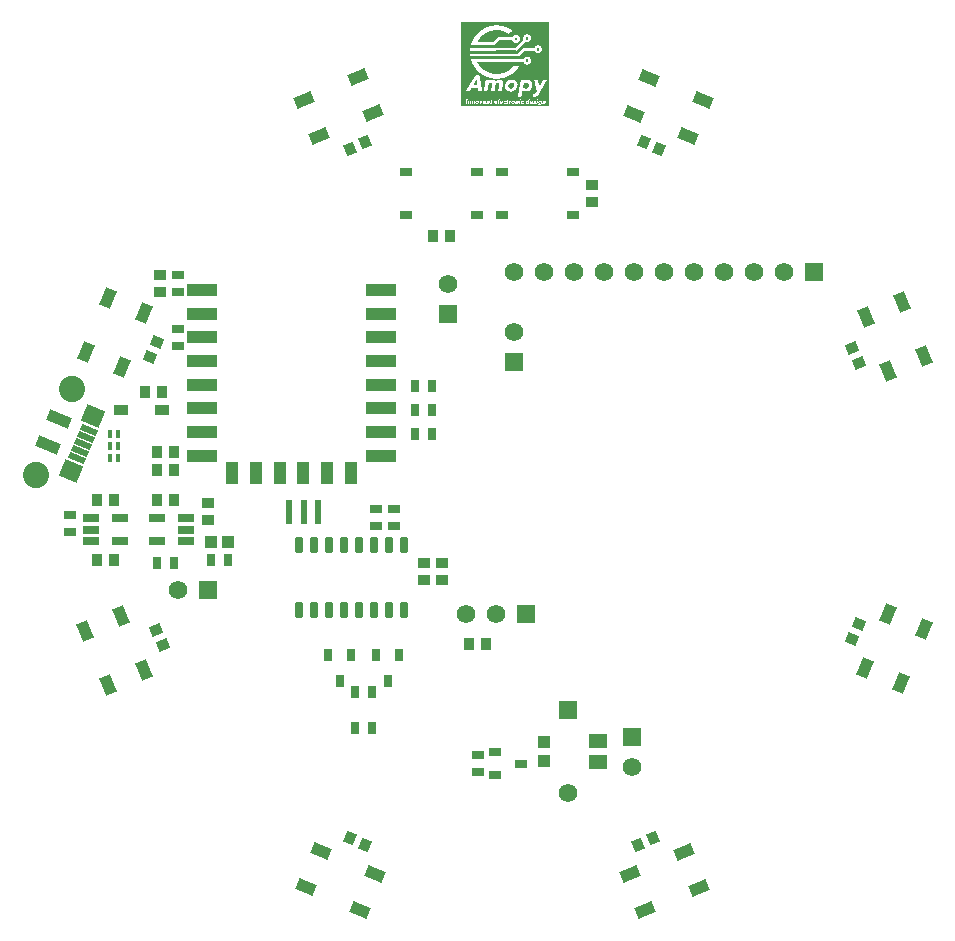
<source format=gts>
G04*
G04 #@! TF.GenerationSoftware,Altium Limited,Altium Designer,21.4.1 (30)*
G04*
G04 Layer_Color=8388736*
%FSLAX44Y44*%
%MOMM*%
G71*
G04*
G04 #@! TF.SameCoordinates,F062A0B2-1153-48B6-B7C1-D9BF76563F52*
G04*
G04*
G04 #@! TF.FilePolarity,Negative*
G04*
G01*
G75*
%ADD45R,0.9760X0.8760*%
%ADD46R,2.5760X1.0760*%
%ADD47R,1.0760X1.8760*%
%ADD48R,0.9760X0.7760*%
G04:AMPARAMS|DCode=49|XSize=0.976mm|YSize=0.876mm|CornerRadius=0mm|HoleSize=0mm|Usage=FLASHONLY|Rotation=112.500|XOffset=0mm|YOffset=0mm|HoleType=Round|Shape=Rectangle|*
%AMROTATEDRECTD49*
4,1,4,0.5914,-0.2832,-0.2179,-0.6185,-0.5914,0.2832,0.2179,0.6185,0.5914,-0.2832,0.0*
%
%ADD49ROTATEDRECTD49*%

G04:AMPARAMS|DCode=50|XSize=0.976mm|YSize=0.876mm|CornerRadius=0mm|HoleSize=0mm|Usage=FLASHONLY|Rotation=157.500|XOffset=0mm|YOffset=0mm|HoleType=Round|Shape=Rectangle|*
%AMROTATEDRECTD50*
4,1,4,0.6185,0.2179,0.2832,-0.5914,-0.6185,-0.2179,-0.2832,0.5914,0.6185,0.2179,0.0*
%
%ADD50ROTATEDRECTD50*%

G04:AMPARAMS|DCode=51|XSize=0.976mm|YSize=0.876mm|CornerRadius=0mm|HoleSize=0mm|Usage=FLASHONLY|Rotation=202.500|XOffset=0mm|YOffset=0mm|HoleType=Round|Shape=Rectangle|*
%AMROTATEDRECTD51*
4,1,4,0.2832,0.5914,0.6185,-0.2179,-0.2832,-0.5914,-0.6185,0.2179,0.2832,0.5914,0.0*
%
%ADD51ROTATEDRECTD51*%

G04:AMPARAMS|DCode=52|XSize=0.976mm|YSize=0.876mm|CornerRadius=0mm|HoleSize=0mm|Usage=FLASHONLY|Rotation=247.500|XOffset=0mm|YOffset=0mm|HoleType=Round|Shape=Rectangle|*
%AMROTATEDRECTD52*
4,1,4,-0.2179,0.6185,0.5914,0.2832,0.2179,-0.6185,-0.5914,-0.2832,-0.2179,0.6185,0.0*
%
%ADD52ROTATEDRECTD52*%

G04:AMPARAMS|DCode=53|XSize=1.576mm|YSize=0.976mm|CornerRadius=0mm|HoleSize=0mm|Usage=FLASHONLY|Rotation=202.500|XOffset=0mm|YOffset=0mm|HoleType=Round|Shape=Rectangle|*
%AMROTATEDRECTD53*
4,1,4,0.5413,0.7524,0.9148,-0.1493,-0.5413,-0.7524,-0.9148,0.1493,0.5413,0.7524,0.0*
%
%ADD53ROTATEDRECTD53*%

G04:AMPARAMS|DCode=54|XSize=1.576mm|YSize=0.976mm|CornerRadius=0mm|HoleSize=0mm|Usage=FLASHONLY|Rotation=247.500|XOffset=0mm|YOffset=0mm|HoleType=Round|Shape=Rectangle|*
%AMROTATEDRECTD54*
4,1,4,-0.1493,0.9148,0.7524,0.5413,0.1493,-0.9148,-0.7524,-0.5413,-0.1493,0.9148,0.0*
%
%ADD54ROTATEDRECTD54*%

G04:AMPARAMS|DCode=55|XSize=1.576mm|YSize=0.976mm|CornerRadius=0mm|HoleSize=0mm|Usage=FLASHONLY|Rotation=292.500|XOffset=0mm|YOffset=0mm|HoleType=Round|Shape=Rectangle|*
%AMROTATEDRECTD55*
4,1,4,-0.7524,0.5413,0.1493,0.9148,0.7524,-0.5413,-0.1493,-0.9148,-0.7524,0.5413,0.0*
%
%ADD55ROTATEDRECTD55*%

G04:AMPARAMS|DCode=56|XSize=1.576mm|YSize=0.976mm|CornerRadius=0mm|HoleSize=0mm|Usage=FLASHONLY|Rotation=337.500|XOffset=0mm|YOffset=0mm|HoleType=Round|Shape=Rectangle|*
%AMROTATEDRECTD56*
4,1,4,-0.9148,-0.1493,-0.5413,0.7524,0.9148,0.1493,0.5413,-0.7524,-0.9148,-0.1493,0.0*
%
%ADD56ROTATEDRECTD56*%

%ADD57R,0.8760X0.9760*%
G04:AMPARAMS|DCode=58|XSize=1.976mm|YSize=0.951mm|CornerRadius=0mm|HoleSize=0mm|Usage=FLASHONLY|Rotation=157.500|XOffset=0mm|YOffset=0mm|HoleType=Round|Shape=Rectangle|*
%AMROTATEDRECTD58*
4,1,4,1.0948,0.0612,0.7308,-0.8174,-1.0948,-0.0612,-0.7308,0.8174,1.0948,0.0612,0.0*
%
%ADD58ROTATEDRECTD58*%

G04:AMPARAMS|DCode=59|XSize=1.626mm|YSize=1.501mm|CornerRadius=0mm|HoleSize=0mm|Usage=FLASHONLY|Rotation=157.500|XOffset=0mm|YOffset=0mm|HoleType=Round|Shape=Rectangle|*
%AMROTATEDRECTD59*
4,1,4,1.0383,0.3823,0.4639,-1.0045,-1.0383,-0.3823,-0.4639,1.0045,1.0383,0.3823,0.0*
%
%ADD59ROTATEDRECTD59*%

G04:AMPARAMS|DCode=60|XSize=1.456mm|YSize=0.526mm|CornerRadius=0mm|HoleSize=0mm|Usage=FLASHONLY|Rotation=157.500|XOffset=0mm|YOffset=0mm|HoleType=Round|Shape=Rectangle|*
%AMROTATEDRECTD60*
4,1,4,0.7732,-0.0356,0.5719,-0.5216,-0.7732,0.0356,-0.5719,0.5216,0.7732,-0.0356,0.0*
%
%ADD60ROTATEDRECTD60*%

%ADD61R,1.2760X0.8260*%
%ADD62R,0.4260X0.6760*%
%ADD63R,1.5260X1.1760*%
%ADD64R,1.0760X0.9760*%
%ADD65R,1.3260X0.7260*%
%ADD66R,1.4760X0.6760*%
%ADD67R,0.9760X1.0260*%
%ADD68R,0.6760X1.1260*%
%ADD69R,1.1260X0.6760*%
%ADD70R,1.0760X0.7760*%
G04:AMPARAMS|DCode=71|XSize=1.386mm|YSize=0.696mm|CornerRadius=0.1155mm|HoleSize=0mm|Usage=FLASHONLY|Rotation=270.000|XOffset=0mm|YOffset=0mm|HoleType=Round|Shape=RoundedRectangle|*
%AMROUNDEDRECTD71*
21,1,1.3860,0.4650,0,0,270.0*
21,1,1.1550,0.6960,0,0,270.0*
1,1,0.2310,-0.2325,-0.5775*
1,1,0.2310,-0.2325,0.5775*
1,1,0.2310,0.2325,0.5775*
1,1,0.2310,0.2325,-0.5775*
%
%ADD71ROUNDEDRECTD71*%
%ADD72R,0.4760X2.0760*%
%ADD73R,0.7760X0.9760*%
%ADD74R,1.5760X1.5760*%
%ADD75C,1.5760*%
%ADD76C,2.2210*%
%ADD77R,1.5760X1.5760*%
G36*
X1071603Y1155868D02*
X1071597Y1084753D01*
X1007970D01*
X997165Y1084760D01*
X997171Y1155873D01*
X1071603Y1155868D01*
D02*
G37*
%LPC*%
G36*
X1027938Y1153316D02*
X1026380Y1153305D01*
X1026344Y1153293D01*
X1026023Y1153281D01*
X1025987Y1153269D01*
X1025642Y1153257D01*
X1025607Y1153245D01*
X1025280Y1153227D01*
X1024923Y1153215D01*
X1024733Y1153204D01*
X1024685Y1153192D01*
X1024614Y1153180D01*
X1024495Y1153156D01*
X1024447Y1153144D01*
X1024376Y1153132D01*
X1024245Y1153120D01*
X1024102Y1153108D01*
X1023870Y1153091D01*
X1023835Y1153079D01*
X1023757Y1153061D01*
X1023698Y1153049D01*
X1023633Y1153031D01*
X1023549Y1153019D01*
X1023347Y1152995D01*
X1023193Y1152983D01*
X1023157Y1152972D01*
X1023038Y1152936D01*
X1022955Y1152912D01*
X1022907Y1152900D01*
X1022824Y1152888D01*
X1022604Y1152870D01*
X1022533Y1152859D01*
X1022414Y1152811D01*
X1022348Y1152793D01*
X1022301Y1152781D01*
X1022182Y1152769D01*
X1022098Y1152758D01*
X1022021Y1152740D01*
X1021950Y1152704D01*
X1021896Y1152686D01*
X1021801Y1152662D01*
X1021629Y1152645D01*
X1021581Y1152633D01*
X1021486Y1152597D01*
X1021349Y1152555D01*
X1021302Y1152543D01*
X1021165Y1152526D01*
X1021105Y1152502D01*
X1020957Y1152437D01*
X1020838Y1152425D01*
X1020778Y1152401D01*
X1020695Y1152365D01*
X1020636Y1152341D01*
X1020493Y1152318D01*
X1020410Y1152306D01*
X1020332Y1152276D01*
X1020243Y1152222D01*
X1020166Y1152205D01*
X1020095Y1152193D01*
X1020035Y1152181D01*
X1019886Y1152104D01*
X1019809Y1152086D01*
X1019761Y1152074D01*
X1019666Y1152038D01*
X1019601Y1152008D01*
X1019518Y1151984D01*
X1019470Y1151973D01*
X1019369Y1151955D01*
X1019327Y1151937D01*
X1019244Y1151878D01*
X1019167Y1151860D01*
X1019119Y1151848D01*
X1018923Y1151759D01*
X1018875Y1151747D01*
X1018762Y1151705D01*
X1018745Y1151687D01*
X1018685Y1151663D01*
X1018602Y1151640D01*
X1018525Y1151622D01*
X1018429Y1151586D01*
X1018388Y1151556D01*
X1018257Y1151497D01*
X1018180Y1151467D01*
X1018162Y1151449D01*
X1018079Y1151414D01*
X1018031Y1151402D01*
X1017829Y1151307D01*
X1017716Y1151265D01*
X1017698Y1151247D01*
X1017674Y1151235D01*
X1017567Y1151188D01*
X1017520Y1151176D01*
X1017407Y1151134D01*
X1017377Y1151105D01*
X1017353Y1151093D01*
X1017151Y1150985D01*
X1017044Y1150938D01*
X1016937Y1150879D01*
X1016830Y1150831D01*
X1016764Y1150813D01*
X1016699Y1150771D01*
X1016675Y1150748D01*
X1016651Y1150736D01*
X1016592Y1150712D01*
X1016544Y1150700D01*
X1016461Y1150652D01*
X1016437Y1150629D01*
X1016330Y1150569D01*
X1016259Y1150522D01*
X1016182Y1150492D01*
X1016087Y1150433D01*
X1016069Y1150415D01*
X1016045Y1150403D01*
X1015890Y1150320D01*
X1015819Y1150272D01*
X1015742Y1150254D01*
X1015676Y1150212D01*
X1015640Y1150177D01*
X1015617Y1150165D01*
X1015534Y1150129D01*
X1015474Y1150094D01*
X1015438Y1150058D01*
X1015415Y1150046D01*
X1015331Y1149998D01*
X1015266Y1149945D01*
X1015147Y1149874D01*
X1014975Y1149772D01*
X1014927Y1149725D01*
X1014903Y1149713D01*
X1014713Y1149594D01*
X1014636Y1149564D01*
X1014594Y1149535D01*
X1014523Y1149463D01*
X1014499Y1149451D01*
X1014416Y1149404D01*
X1014332Y1149344D01*
X1014308Y1149332D01*
X1014243Y1149279D01*
X1014225Y1149261D01*
X1014166Y1149237D01*
X1014106Y1149202D01*
X1014035Y1149130D01*
X1013928Y1149071D01*
X1013910Y1149053D01*
X1013904Y1149035D01*
X1013880Y1149023D01*
X1013773Y1148964D01*
X1013726Y1148916D01*
X1013702Y1148904D01*
X1013619Y1148857D01*
X1013536Y1148773D01*
X1013476Y1148738D01*
X1013417Y1148678D01*
X1013393Y1148666D01*
X1013333Y1148607D01*
X1013309Y1148595D01*
X1013203Y1148536D01*
X1013161Y1148494D01*
X1013149Y1148470D01*
X1013119Y1148440D01*
X1013095Y1148428D01*
X1012988Y1148345D01*
X1012923Y1148292D01*
X1012893Y1148262D01*
X1012869Y1148250D01*
X1012846Y1148226D01*
X1012768Y1148197D01*
X1012721Y1148149D01*
X1012709Y1148125D01*
X1012685Y1148102D01*
X1012679Y1148084D01*
X1012655Y1148072D01*
X1012572Y1148012D01*
X1012548Y1148000D01*
X1012483Y1147947D01*
X1012429Y1147881D01*
X1012346Y1147822D01*
X1012275Y1147751D01*
X1012251Y1147739D01*
X1012156Y1147644D01*
X1012132Y1147632D01*
X1012102Y1147590D01*
X1012073Y1147560D01*
X1012049Y1147549D01*
X1011942Y1147489D01*
X1011894Y1147418D01*
X1011835Y1147358D01*
X1011811Y1147346D01*
X1011781Y1147305D01*
X1011704Y1147227D01*
X1011680Y1147215D01*
X1011597Y1147156D01*
X1011579Y1147138D01*
X1011567Y1147114D01*
X1011526Y1147073D01*
X1011502Y1147061D01*
X1011448Y1147007D01*
X1011436Y1146983D01*
X1011359Y1146906D01*
X1011335Y1146894D01*
X1011305Y1146853D01*
X1011264Y1146811D01*
X1011240Y1146799D01*
X1011192Y1146752D01*
X1011169Y1146740D01*
X1011115Y1146698D01*
X1011103Y1146674D01*
X1010996Y1146567D01*
X1010984Y1146544D01*
X1010931Y1146478D01*
X1010794Y1146341D01*
X1010788Y1146323D01*
X1010764Y1146312D01*
X1010741Y1146288D01*
X1010717Y1146276D01*
X1010675Y1146234D01*
X1010663Y1146210D01*
X1010622Y1146157D01*
X1010598Y1146145D01*
X1010556Y1146115D01*
X1010509Y1146032D01*
X1010443Y1145967D01*
X1010419Y1145955D01*
X1010384Y1145919D01*
X1010360Y1145907D01*
X1010342Y1145889D01*
X1010283Y1145782D01*
X1010200Y1145699D01*
X1010188Y1145675D01*
X1010081Y1145568D01*
X1010069Y1145545D01*
X1009962Y1145437D01*
X1009950Y1145414D01*
X1009896Y1145348D01*
X1009837Y1145277D01*
X1009813Y1145253D01*
X1009789Y1145241D01*
X1009759Y1145211D01*
X1009718Y1145134D01*
X1009694Y1145122D01*
X1009641Y1145069D01*
X1009605Y1145009D01*
X1009545Y1144950D01*
X1009474Y1144819D01*
X1009426Y1144771D01*
X1009415Y1144748D01*
X1009355Y1144664D01*
X1009343Y1144641D01*
X1009319Y1144617D01*
X1009307Y1144593D01*
X1009224Y1144486D01*
X1009189Y1144450D01*
X1009177Y1144426D01*
X1009117Y1144343D01*
X1009105Y1144320D01*
X1009081Y1144296D01*
X1009034Y1144212D01*
X1008980Y1144147D01*
X1008963Y1144129D01*
X1008951Y1144105D01*
X1008897Y1144040D01*
X1008867Y1143998D01*
X1008832Y1143963D01*
X1008772Y1143856D01*
X1008737Y1143820D01*
X1008725Y1143796D01*
X1008665Y1143713D01*
X1008653Y1143689D01*
X1008606Y1143642D01*
X1008594Y1143618D01*
X1008540Y1143552D01*
X1008523Y1143535D01*
X1008511Y1143511D01*
X1008487Y1143487D01*
X1008439Y1143404D01*
X1008297Y1143214D01*
X1008261Y1143178D01*
X1008190Y1143047D01*
X1008071Y1142869D01*
X1008047Y1142845D01*
X1007952Y1142666D01*
X1007892Y1142583D01*
X1007880Y1142559D01*
X1007821Y1142476D01*
X1007738Y1142321D01*
X1007714Y1142298D01*
X1007702Y1142274D01*
X1007643Y1142167D01*
X1007595Y1142095D01*
X1007512Y1141941D01*
X1007464Y1141870D01*
X1007434Y1141792D01*
X1007393Y1141727D01*
X1007369Y1141703D01*
X1007333Y1141620D01*
X1007274Y1141513D01*
X1007250Y1141489D01*
X1007214Y1141406D01*
X1007131Y1141251D01*
X1007084Y1141168D01*
X1007024Y1141085D01*
X1007006Y1141019D01*
X1006982Y1140960D01*
X1006881Y1140752D01*
X1006852Y1140674D01*
X1006792Y1140579D01*
X1006750Y1140478D01*
X1006620Y1140228D01*
X1006596Y1140204D01*
X1006560Y1140121D01*
X1006536Y1140038D01*
X1006501Y1139943D01*
X1006453Y1139860D01*
X1006388Y1139675D01*
X1006370Y1139658D01*
X1006334Y1139574D01*
X1006281Y1139426D01*
X1006203Y1139277D01*
X1006150Y1139128D01*
X1006132Y1139110D01*
X1006120Y1139087D01*
X1006096Y1139027D01*
X1006079Y1138950D01*
X1006067Y1138902D01*
X1005977Y1138706D01*
X1005960Y1138617D01*
X1005936Y1138557D01*
X1005882Y1138432D01*
X1005847Y1138314D01*
X1005817Y1138236D01*
X1005763Y1138111D01*
X1005740Y1138028D01*
X1005722Y1137939D01*
X1005662Y1137844D01*
X1005645Y1137778D01*
X1005633Y1137731D01*
X1005615Y1137618D01*
X1005579Y1137523D01*
X1005537Y1137422D01*
X1005520Y1137356D01*
X1005508Y1137297D01*
X1005496Y1137249D01*
X1005448Y1137130D01*
X1005418Y1137029D01*
X1005407Y1136982D01*
X1005389Y1136880D01*
X1005359Y1136839D01*
X1005335Y1136779D01*
X1005347Y1136744D01*
X1005413Y1136726D01*
X1011074Y1136714D01*
X1011103Y1136684D01*
X1011139Y1136625D01*
X1011157Y1136607D01*
X1011341Y1136613D01*
X1025107Y1136607D01*
X1025143Y1136619D01*
X1025262Y1136607D01*
X1025321Y1136619D01*
X1025351Y1136684D01*
X1025363Y1136756D01*
X1025428Y1136821D01*
X1025446Y1136827D01*
X1025458Y1136851D01*
X1025708Y1137101D01*
X1025720Y1137124D01*
X1025750Y1137154D01*
X1025773Y1137166D01*
X1025815Y1137207D01*
X1025827Y1137231D01*
X1025869Y1137273D01*
X1025892Y1137285D01*
X1025934Y1137326D01*
X1025946Y1137350D01*
X1025975Y1137380D01*
X1025999Y1137392D01*
X1026029Y1137422D01*
X1026041Y1137445D01*
X1026279Y1137683D01*
X1026291Y1137707D01*
X1026332Y1137737D01*
X1026386Y1137790D01*
X1026398Y1137814D01*
X1026428Y1137844D01*
X1026451Y1137856D01*
X1026505Y1137909D01*
X1026517Y1137933D01*
X1026546Y1137963D01*
X1026570Y1137975D01*
X1026600Y1138004D01*
X1026612Y1138028D01*
X1026665Y1138082D01*
X1026689Y1138093D01*
X1026707Y1138111D01*
X1026719Y1138135D01*
X1026838Y1138254D01*
X1026850Y1138278D01*
X1026891Y1138319D01*
X1026915Y1138331D01*
X1026933Y1138349D01*
X1026945Y1138373D01*
X1027022Y1138450D01*
X1027040Y1138456D01*
X1027052Y1138480D01*
X1027076Y1138504D01*
X1027082Y1138522D01*
X1027105Y1138534D01*
X1027171Y1138599D01*
X1027183Y1138623D01*
X1027212Y1138652D01*
X1027236Y1138664D01*
X1027278Y1138706D01*
X1027290Y1138730D01*
X1027331Y1138771D01*
X1027355Y1138783D01*
X1027385Y1138813D01*
X1027397Y1138837D01*
X1027427Y1138878D01*
X1027450Y1138890D01*
X1027516Y1138956D01*
X1027528Y1138980D01*
X1027569Y1139021D01*
X1027593Y1139033D01*
X1027611Y1139051D01*
X1027623Y1139075D01*
X1027754Y1139205D01*
X1027759Y1139223D01*
X1027783Y1139235D01*
X1027861Y1139313D01*
X1027872Y1139336D01*
X1027914Y1139366D01*
X1027956Y1139408D01*
X1027968Y1139432D01*
X1028033Y1139497D01*
X1028051Y1139503D01*
X1028063Y1139527D01*
X1028194Y1139658D01*
X1028205Y1139681D01*
X1028235Y1139711D01*
X1028259Y1139723D01*
X1028289Y1139753D01*
X1028301Y1139776D01*
X1028645Y1140121D01*
X1028657Y1140145D01*
X1028675Y1140163D01*
X1028699Y1140175D01*
X1028741Y1140216D01*
X1028753Y1140240D01*
X1029133Y1140621D01*
X1029145Y1140645D01*
X1029371Y1140871D01*
X1029383Y1140894D01*
X1029401Y1140912D01*
X1029460Y1140936D01*
X1029508Y1140948D01*
X1040259Y1140936D01*
X1040324Y1140882D01*
X1040336Y1140835D01*
X1040354Y1140734D01*
X1040378Y1140674D01*
X1040419Y1140633D01*
X1040431Y1140609D01*
X1040455Y1140549D01*
X1040467Y1140454D01*
X1040503Y1140395D01*
X1040527Y1140371D01*
X1040538Y1140347D01*
X1040562Y1140323D01*
X1040580Y1140258D01*
X1040598Y1140216D01*
X1040646Y1140169D01*
X1040657Y1140145D01*
X1040693Y1140062D01*
X1040705Y1140038D01*
X1040759Y1139985D01*
X1040776Y1139979D01*
X1040788Y1139955D01*
X1040836Y1139872D01*
X1040907Y1139800D01*
X1040919Y1139776D01*
X1040973Y1139711D01*
X1041026Y1139658D01*
X1041038Y1139634D01*
X1041103Y1139568D01*
X1041127Y1139556D01*
X1041157Y1139515D01*
X1041222Y1139449D01*
X1041246Y1139437D01*
X1041276Y1139396D01*
X1041317Y1139354D01*
X1041395Y1139324D01*
X1041484Y1139235D01*
X1041508Y1139223D01*
X1041591Y1139140D01*
X1041650Y1139116D01*
X1041728Y1139087D01*
X1041746Y1139069D01*
X1041769Y1139057D01*
X1041805Y1139021D01*
X1041864Y1138997D01*
X1041888Y1138986D01*
X1041960Y1138914D01*
X1042019Y1138890D01*
X1042132Y1138873D01*
X1042251Y1138801D01*
X1042328Y1138771D01*
X1042441Y1138754D01*
X1042501Y1138730D01*
X1042650Y1138664D01*
X1042810Y1138646D01*
X1042869Y1138635D01*
X1042917Y1138623D01*
X1042977Y1138599D01*
X1043143Y1138587D01*
X1043244Y1138557D01*
X1043898Y1138569D01*
X1043934Y1138581D01*
X1044029Y1138605D01*
X1044118Y1138623D01*
X1044166Y1138635D01*
X1044231Y1138652D01*
X1044404Y1138670D01*
X1044463Y1138694D01*
X1044564Y1138736D01*
X1044707Y1138771D01*
X1044772Y1138789D01*
X1044867Y1138849D01*
X1044945Y1138878D01*
X1045099Y1138962D01*
X1045183Y1138997D01*
X1045260Y1139027D01*
X1045290Y1139057D01*
X1045313Y1139069D01*
X1045349Y1139104D01*
X1045456Y1139164D01*
X1045492Y1139200D01*
X1045516Y1139212D01*
X1045623Y1139295D01*
X1045647Y1139318D01*
X1045670Y1139330D01*
X1045753Y1139390D01*
X1045997Y1139634D01*
X1046009Y1139658D01*
X1046039Y1139687D01*
X1046063Y1139699D01*
X1046104Y1139741D01*
X1046164Y1139848D01*
X1046235Y1139919D01*
X1046247Y1139943D01*
X1046271Y1139967D01*
X1046283Y1139990D01*
X1046330Y1140038D01*
X1046414Y1140193D01*
X1046437Y1140216D01*
X1046521Y1140371D01*
X1046580Y1140502D01*
X1046598Y1140567D01*
X1046669Y1140686D01*
X1046687Y1140752D01*
X1046711Y1140847D01*
X1046782Y1141001D01*
X1046806Y1141096D01*
X1046818Y1141263D01*
X1046830Y1141299D01*
X1046842Y1141346D01*
X1046871Y1141483D01*
X1046883Y1141531D01*
X1046913Y1141798D01*
X1046901Y1142357D01*
X1046865Y1142440D01*
X1046842Y1142524D01*
X1046830Y1142571D01*
X1046812Y1142696D01*
X1046800Y1142803D01*
X1046788Y1142898D01*
X1046765Y1142958D01*
X1046711Y1143011D01*
X1046699Y1143094D01*
X1046687Y1143142D01*
X1046675Y1143214D01*
X1046651Y1143237D01*
X1046604Y1143320D01*
X1046580Y1143380D01*
X1046568Y1143463D01*
X1046509Y1143547D01*
X1046485Y1143570D01*
X1046414Y1143701D01*
X1046390Y1143725D01*
X1046378Y1143749D01*
X1046319Y1143856D01*
X1046247Y1143927D01*
X1046217Y1144004D01*
X1046188Y1144046D01*
X1046104Y1144129D01*
X1046093Y1144153D01*
X1045997Y1144248D01*
X1045985Y1144272D01*
X1045932Y1144325D01*
X1045908Y1144337D01*
X1045878Y1144379D01*
X1045837Y1144421D01*
X1045813Y1144433D01*
X1045771Y1144474D01*
X1045760Y1144498D01*
X1045718Y1144539D01*
X1045647Y1144563D01*
X1045641Y1144569D01*
X1045563Y1144647D01*
X1045539Y1144658D01*
X1045474Y1144712D01*
X1045421Y1144765D01*
X1045361Y1144789D01*
X1045313Y1144801D01*
X1045248Y1144855D01*
X1045230Y1144873D01*
X1045153Y1144902D01*
X1045082Y1144950D01*
X1045052Y1144980D01*
X1044969Y1145003D01*
X1044891Y1145021D01*
X1044820Y1145069D01*
X1044802Y1145087D01*
X1044743Y1145110D01*
X1044641Y1145128D01*
X1044582Y1145140D01*
X1044487Y1145176D01*
X1044410Y1145217D01*
X1044362Y1145229D01*
X1044195Y1145241D01*
X1044160Y1145253D01*
X1044065Y1145277D01*
X1043898Y1145289D01*
X1043815Y1145324D01*
X1043696Y1145336D01*
X1043268Y1145324D01*
X1043232Y1145313D01*
X1043101Y1145301D01*
X1043018Y1145265D01*
X1042899Y1145253D01*
X1042614Y1145217D01*
X1042566Y1145206D01*
X1042388Y1145122D01*
X1042310Y1145104D01*
X1042245Y1145063D01*
X1042221Y1145039D01*
X1042138Y1145015D01*
X1042055Y1145003D01*
X1041977Y1144974D01*
X1041936Y1144932D01*
X1041912Y1144920D01*
X1041805Y1144861D01*
X1041746Y1144801D01*
X1041662Y1144777D01*
X1041603Y1144742D01*
X1041585Y1144724D01*
X1041573Y1144700D01*
X1041555Y1144682D01*
X1041448Y1144623D01*
X1041377Y1144551D01*
X1041353Y1144539D01*
X1041288Y1144486D01*
X1041234Y1144421D01*
X1041210Y1144409D01*
X1041145Y1144343D01*
X1041133Y1144320D01*
X1041092Y1144290D01*
X1041026Y1144224D01*
X1041014Y1144201D01*
X1040973Y1144171D01*
X1040931Y1144129D01*
X1040919Y1144105D01*
X1040865Y1144040D01*
X1040824Y1143998D01*
X1040812Y1143975D01*
X1040788Y1143951D01*
X1040776Y1143927D01*
X1040717Y1143868D01*
X1040681Y1143784D01*
X1040634Y1143701D01*
X1040586Y1143653D01*
X1040544Y1143540D01*
X1040527Y1143523D01*
X1040515Y1143499D01*
X1040491Y1143475D01*
X1040467Y1143416D01*
X1040455Y1143368D01*
X1040425Y1143315D01*
X1040366Y1143291D01*
X1028622Y1143285D01*
X1028497Y1143291D01*
X1028414Y1143231D01*
X1028205Y1143023D01*
X1028194Y1142999D01*
X1028152Y1142970D01*
X1027991Y1142809D01*
X1027980Y1142785D01*
X1027938Y1142744D01*
X1027914Y1142732D01*
X1027855Y1142660D01*
X1027635Y1142440D01*
X1027623Y1142417D01*
X1027581Y1142387D01*
X1027539Y1142345D01*
X1027528Y1142321D01*
X1027486Y1142280D01*
X1027462Y1142268D01*
X1027421Y1142226D01*
X1027409Y1142203D01*
X1027379Y1142173D01*
X1027355Y1142161D01*
X1027325Y1142131D01*
X1027314Y1142107D01*
X1027248Y1142042D01*
X1027224Y1142030D01*
X1027195Y1141989D01*
X1026957Y1141751D01*
X1026945Y1141727D01*
X1026903Y1141697D01*
X1026861Y1141656D01*
X1026850Y1141632D01*
X1026808Y1141590D01*
X1026784Y1141578D01*
X1026743Y1141537D01*
X1026731Y1141513D01*
X1026689Y1141471D01*
X1026665Y1141459D01*
X1026636Y1141430D01*
X1026624Y1141406D01*
X1026517Y1141299D01*
X1026505Y1141275D01*
X1026475Y1141245D01*
X1026451Y1141233D01*
X1026422Y1141204D01*
X1026410Y1141180D01*
X1026356Y1141126D01*
X1026332Y1141114D01*
X1026303Y1141085D01*
X1026291Y1141061D01*
X1026172Y1140942D01*
X1026160Y1140918D01*
X1026118Y1140888D01*
X1026077Y1140847D01*
X1026065Y1140823D01*
X1026011Y1140769D01*
X1025987Y1140758D01*
X1025970Y1140740D01*
X1025958Y1140716D01*
X1025839Y1140597D01*
X1025827Y1140573D01*
X1025797Y1140544D01*
X1025773Y1140532D01*
X1025744Y1140502D01*
X1025732Y1140478D01*
X1025690Y1140436D01*
X1025666Y1140424D01*
X1025637Y1140395D01*
X1025625Y1140371D01*
X1025547Y1140294D01*
X1025529Y1140288D01*
X1025518Y1140264D01*
X1025494Y1140240D01*
X1025482Y1140216D01*
X1025464Y1140199D01*
X1025440Y1140187D01*
X1025399Y1140145D01*
X1025387Y1140121D01*
X1025345Y1140080D01*
X1025321Y1140068D01*
X1025292Y1140038D01*
X1025280Y1140014D01*
X1025161Y1139895D01*
X1025149Y1139872D01*
X1025131Y1139854D01*
X1025107Y1139842D01*
X1025066Y1139800D01*
X1025054Y1139776D01*
X1025024Y1139747D01*
X1025000Y1139735D01*
X1024947Y1139681D01*
X1024935Y1139658D01*
X1024709Y1139432D01*
X1024697Y1139408D01*
X1024655Y1139378D01*
X1024602Y1139324D01*
X1024590Y1139301D01*
X1024382Y1139092D01*
X1024322Y1139069D01*
X1024239Y1139057D01*
X1010634Y1139069D01*
X1010580Y1139110D01*
X1010568Y1139158D01*
X1010663Y1139324D01*
X1010794Y1139574D01*
X1010889Y1139741D01*
X1010913Y1139764D01*
X1010925Y1139788D01*
X1011032Y1139990D01*
X1011056Y1140014D01*
X1011068Y1140038D01*
X1011145Y1140151D01*
X1011187Y1140252D01*
X1011210Y1140312D01*
X1011270Y1140395D01*
X1011282Y1140419D01*
X1011329Y1140502D01*
X1011383Y1140567D01*
X1011413Y1140609D01*
X1011460Y1140692D01*
X1011520Y1140787D01*
X1011579Y1140894D01*
X1011615Y1140930D01*
X1011627Y1140954D01*
X1011710Y1141061D01*
X1011769Y1141168D01*
X1011823Y1141233D01*
X1011853Y1141263D01*
X1011924Y1141394D01*
X1012007Y1141513D01*
X1012019Y1141537D01*
X1012037Y1141566D01*
X1012055Y1141572D01*
X1012067Y1141596D01*
X1012114Y1141644D01*
X1012126Y1141667D01*
X1012180Y1141733D01*
X1012251Y1141852D01*
X1012269Y1141870D01*
X1012281Y1141893D01*
X1012316Y1141929D01*
X1012328Y1141953D01*
X1012352Y1141977D01*
X1012364Y1142000D01*
X1012435Y1142072D01*
X1012447Y1142095D01*
X1012542Y1142191D01*
X1012602Y1142298D01*
X1012649Y1142345D01*
X1012661Y1142369D01*
X1012685Y1142393D01*
X1012697Y1142417D01*
X1012750Y1142482D01*
X1012768Y1142500D01*
X1012774Y1142518D01*
X1012798Y1142530D01*
X1012863Y1142595D01*
X1012875Y1142619D01*
X1012899Y1142643D01*
X1012911Y1142666D01*
X1012965Y1142732D01*
X1013006Y1142762D01*
X1013018Y1142785D01*
X1013173Y1142940D01*
X1013185Y1142964D01*
X1013256Y1143035D01*
X1013268Y1143059D01*
X1013375Y1143166D01*
X1013387Y1143190D01*
X1013518Y1143320D01*
X1013530Y1143344D01*
X1013613Y1143428D01*
X1013625Y1143451D01*
X1013696Y1143523D01*
X1013708Y1143547D01*
X1013839Y1143677D01*
X1013851Y1143701D01*
X1014059Y1143909D01*
X1014083Y1143921D01*
X1014124Y1143963D01*
X1014136Y1143987D01*
X1014160Y1144010D01*
X1014172Y1144034D01*
X1014225Y1144088D01*
X1014249Y1144100D01*
X1014368Y1144218D01*
X1014392Y1144230D01*
X1014451Y1144290D01*
X1014475Y1144302D01*
X1014523Y1144349D01*
X1014546Y1144361D01*
X1014582Y1144397D01*
X1014606Y1144409D01*
X1014677Y1144480D01*
X1014701Y1144492D01*
X1014761Y1144551D01*
X1014784Y1144563D01*
X1014891Y1144670D01*
X1014915Y1144682D01*
X1015034Y1144801D01*
X1015058Y1144813D01*
X1015153Y1144908D01*
X1015236Y1144956D01*
X1015331Y1145051D01*
X1015355Y1145063D01*
X1015450Y1145158D01*
X1015474Y1145170D01*
X1015527Y1145211D01*
X1015539Y1145235D01*
X1015581Y1145277D01*
X1015664Y1145324D01*
X1015688Y1145348D01*
X1015712Y1145360D01*
X1015748Y1145396D01*
X1015771Y1145408D01*
X1015819Y1145455D01*
X1015974Y1145538D01*
X1016045Y1145610D01*
X1016104Y1145646D01*
X1016170Y1145699D01*
X1016188Y1145717D01*
X1016211Y1145729D01*
X1016235Y1145753D01*
X1016259Y1145764D01*
X1016283Y1145788D01*
X1016307Y1145800D01*
X1016437Y1145872D01*
X1016521Y1145955D01*
X1016544Y1145967D01*
X1016610Y1146020D01*
X1016770Y1146109D01*
X1016842Y1146181D01*
X1016925Y1146228D01*
X1016984Y1146288D01*
X1017008Y1146300D01*
X1017032Y1146323D01*
X1017258Y1146442D01*
X1017341Y1146502D01*
X1017389Y1146514D01*
X1017496Y1146573D01*
X1017532Y1146609D01*
X1017555Y1146621D01*
X1017639Y1146656D01*
X1017722Y1146704D01*
X1017769Y1146752D01*
X1017876Y1146811D01*
X1018055Y1146906D01*
X1018138Y1146966D01*
X1018203Y1146983D01*
X1018263Y1147007D01*
X1018340Y1147085D01*
X1018453Y1147126D01*
X1018519Y1147168D01*
X1018566Y1147215D01*
X1018614Y1147227D01*
X1018697Y1147275D01*
X1018780Y1147311D01*
X1019006Y1147418D01*
X1019149Y1147453D01*
X1019173Y1147465D01*
X1019238Y1147519D01*
X1019256Y1147536D01*
X1019315Y1147560D01*
X1019363Y1147572D01*
X1019541Y1147655D01*
X1019654Y1147697D01*
X1019672Y1147715D01*
X1019696Y1147727D01*
X1019803Y1147774D01*
X1019851Y1147786D01*
X1019964Y1147828D01*
X1019993Y1147858D01*
X1020017Y1147870D01*
X1020100Y1147905D01*
X1020148Y1147917D01*
X1020207Y1147941D01*
X1020291Y1148000D01*
X1020457Y1148036D01*
X1020612Y1148107D01*
X1020659Y1148119D01*
X1020760Y1148137D01*
X1020808Y1148149D01*
X1020939Y1148208D01*
X1021016Y1148238D01*
X1021111Y1148262D01*
X1021242Y1148322D01*
X1021325Y1148345D01*
X1021450Y1148375D01*
X1021510Y1148399D01*
X1021527Y1148417D01*
X1021575Y1148428D01*
X1021658Y1148464D01*
X1021777Y1148476D01*
X1021980Y1148571D01*
X1022093Y1148589D01*
X1022164Y1148601D01*
X1022223Y1148613D01*
X1022431Y1148678D01*
X1022479Y1148690D01*
X1022634Y1148702D01*
X1022758Y1148732D01*
X1022818Y1148756D01*
X1022919Y1148797D01*
X1023002Y1148809D01*
X1023163Y1148827D01*
X1023210Y1148839D01*
X1023306Y1148875D01*
X1023383Y1148904D01*
X1023430Y1148916D01*
X1023514Y1148928D01*
X1023633Y1148940D01*
X1023716Y1148952D01*
X1023763Y1148964D01*
X1023841Y1148981D01*
X1023906Y1148999D01*
X1023954Y1149011D01*
X1024037Y1149023D01*
X1024174Y1149041D01*
X1024388Y1149053D01*
X1024507Y1149065D01*
X1024566Y1149077D01*
X1024661Y1149100D01*
X1024715Y1149118D01*
X1024881Y1149142D01*
X1025119Y1149166D01*
X1025321Y1149178D01*
X1025357Y1149190D01*
X1025405Y1149202D01*
X1025595Y1149213D01*
X1025631Y1149225D01*
X1025714Y1149237D01*
X1025869Y1149225D01*
X1025904Y1149237D01*
X1026023Y1149249D01*
X1026671Y1149267D01*
X1028104Y1149273D01*
X1028140Y1149261D01*
X1028426Y1149249D01*
X1028461Y1149237D01*
X1028651Y1149225D01*
X1028699Y1149213D01*
X1028788Y1149196D01*
X1028883Y1149184D01*
X1029026Y1149172D01*
X1029276Y1149160D01*
X1029407Y1149148D01*
X1029549Y1149136D01*
X1029621Y1149124D01*
X1029680Y1149112D01*
X1029728Y1149100D01*
X1029787Y1149089D01*
X1029882Y1149065D01*
X1029989Y1149053D01*
X1030144Y1149041D01*
X1030239Y1149029D01*
X1030311Y1149017D01*
X1030358Y1149005D01*
X1030417Y1148981D01*
X1030483Y1148964D01*
X1030530Y1148952D01*
X1030768Y1148928D01*
X1030881Y1148910D01*
X1030929Y1148898D01*
X1030988Y1148875D01*
X1031066Y1148845D01*
X1031113Y1148833D01*
X1031268Y1148821D01*
X1031316Y1148809D01*
X1031417Y1148791D01*
X1031512Y1148756D01*
X1031613Y1148726D01*
X1031708Y1148702D01*
X1031845Y1148684D01*
X1031892Y1148672D01*
X1031970Y1148643D01*
X1032029Y1148619D01*
X1032124Y1148595D01*
X1032309Y1148553D01*
X1032457Y1148488D01*
X1032505Y1148476D01*
X1032677Y1148446D01*
X1032737Y1148423D01*
X1032862Y1148369D01*
X1032909Y1148357D01*
X1032986Y1148339D01*
X1033034Y1148327D01*
X1033183Y1148262D01*
X1033260Y1148244D01*
X1033307Y1148232D01*
X1033367Y1148208D01*
X1033456Y1148155D01*
X1033540Y1148131D01*
X1033587Y1148119D01*
X1033664Y1148102D01*
X1033837Y1148024D01*
X1033914Y1148006D01*
X1033973Y1147982D01*
X1033991Y1147965D01*
X1034015Y1147953D01*
X1034075Y1147917D01*
X1034158Y1147905D01*
X1034205Y1147893D01*
X1034265Y1147858D01*
X1034336Y1147810D01*
X1034402Y1147792D01*
X1034449Y1147780D01*
X1034544Y1147745D01*
X1034693Y1147667D01*
X1034741Y1147655D01*
X1034895Y1147584D01*
X1035008Y1147542D01*
X1035026Y1147525D01*
X1035050Y1147513D01*
X1035086Y1147477D01*
X1035145Y1147453D01*
X1035193Y1147441D01*
X1035270Y1147412D01*
X1035288Y1147394D01*
X1035728Y1147168D01*
X1035763Y1147132D01*
X1035823Y1147108D01*
X1035918Y1147073D01*
X1035977Y1147013D01*
X1036061Y1146978D01*
X1036138Y1146948D01*
X1036209Y1146900D01*
X1036227Y1146882D01*
X1036501Y1146740D01*
X1036548Y1146692D01*
X1036572Y1146680D01*
X1036632Y1146656D01*
X1036739Y1146597D01*
X1036786Y1146549D01*
X1036870Y1146514D01*
X1036976Y1146454D01*
X1037084Y1146407D01*
X1037191Y1146419D01*
X1037304Y1146496D01*
X1037369Y1146526D01*
X1037434Y1146544D01*
X1037506Y1146591D01*
X1037535Y1146621D01*
X1037619Y1146645D01*
X1037726Y1146704D01*
X1037761Y1146740D01*
X1037845Y1146764D01*
X1037922Y1146793D01*
X1037987Y1146859D01*
X1038136Y1146912D01*
X1038190Y1146966D01*
X1038249Y1146990D01*
X1038362Y1147031D01*
X1038404Y1147073D01*
X1038428Y1147085D01*
X1038511Y1147120D01*
X1038618Y1147180D01*
X1038642Y1147204D01*
X1038755Y1147245D01*
X1038820Y1147287D01*
X1039022Y1147394D01*
X1039082Y1147430D01*
X1039201Y1147477D01*
X1039224Y1147501D01*
X1039248Y1147513D01*
X1039379Y1147572D01*
X1039438Y1147608D01*
X1039474Y1147644D01*
X1039623Y1147697D01*
X1039664Y1147727D01*
X1039688Y1147751D01*
X1039748Y1147774D01*
X1039861Y1147816D01*
X1039926Y1147881D01*
X1040009Y1147905D01*
X1040087Y1147935D01*
X1040152Y1148000D01*
X1040235Y1148024D01*
X1040342Y1148084D01*
X1040378Y1148119D01*
X1040461Y1148143D01*
X1040568Y1148203D01*
X1040592Y1148226D01*
X1040651Y1148250D01*
X1040729Y1148280D01*
X1040747Y1148298D01*
X1040770Y1148310D01*
X1040794Y1148333D01*
X1040818Y1148345D01*
X1040877Y1148369D01*
X1040955Y1148399D01*
X1040973Y1148417D01*
X1040996Y1148428D01*
X1041050Y1148482D01*
X1041038Y1148530D01*
X1040937Y1148583D01*
X1040877Y1148643D01*
X1040818Y1148678D01*
X1040776Y1148708D01*
X1040764Y1148732D01*
X1040735Y1148762D01*
X1040651Y1148809D01*
X1040592Y1148869D01*
X1040485Y1148928D01*
X1040425Y1148988D01*
X1040342Y1149035D01*
X1040283Y1149094D01*
X1040176Y1149154D01*
X1040128Y1149202D01*
X1040104Y1149213D01*
X1039997Y1149273D01*
X1039962Y1149309D01*
X1039938Y1149321D01*
X1039866Y1149368D01*
X1039843Y1149380D01*
X1039694Y1149493D01*
X1039641Y1149547D01*
X1039617Y1149558D01*
X1039438Y1149653D01*
X1039367Y1149701D01*
X1039343Y1149713D01*
X1039224Y1149796D01*
X1039117Y1149856D01*
X1039093Y1149880D01*
X1039070Y1149891D01*
X1039046Y1149915D01*
X1038915Y1149986D01*
X1038808Y1150046D01*
X1038737Y1150117D01*
X1038677Y1150141D01*
X1038594Y1150189D01*
X1038570Y1150212D01*
X1038546Y1150224D01*
X1038439Y1150272D01*
X1038308Y1150343D01*
X1037952Y1150534D01*
X1037928Y1150557D01*
X1037904Y1150569D01*
X1037773Y1150641D01*
X1037738Y1150676D01*
X1037714Y1150688D01*
X1037654Y1150712D01*
X1037607Y1150724D01*
X1037494Y1150801D01*
X1037429Y1150831D01*
X1037363Y1150849D01*
X1037274Y1150890D01*
X1037250Y1150914D01*
X1037226Y1150926D01*
X1037143Y1150962D01*
X1037066Y1150992D01*
X1037012Y1151033D01*
X1036953Y1151057D01*
X1036875Y1151087D01*
X1036804Y1151134D01*
X1036786Y1151152D01*
X1036727Y1151176D01*
X1036596Y1151223D01*
X1036525Y1151271D01*
X1036441Y1151295D01*
X1036364Y1151324D01*
X1036275Y1151378D01*
X1036227Y1151390D01*
X1036168Y1151414D01*
X1036090Y1151443D01*
X1036073Y1151461D01*
X1035989Y1151497D01*
X1035876Y1151538D01*
X1035781Y1151598D01*
X1035704Y1151628D01*
X1035656Y1151640D01*
X1035561Y1151675D01*
X1035430Y1151735D01*
X1035383Y1151747D01*
X1035270Y1151788D01*
X1035145Y1151842D01*
X1035050Y1151866D01*
X1034848Y1151961D01*
X1034663Y1152002D01*
X1034574Y1152056D01*
X1034509Y1152074D01*
X1034366Y1152109D01*
X1034241Y1152175D01*
X1034194Y1152187D01*
X1034110Y1152199D01*
X1034039Y1152210D01*
X1033861Y1152294D01*
X1033813Y1152306D01*
X1033730Y1152318D01*
X1033682Y1152329D01*
X1033605Y1152347D01*
X1033528Y1152389D01*
X1033468Y1152413D01*
X1033272Y1152454D01*
X1033153Y1152502D01*
X1033099Y1152520D01*
X1033052Y1152532D01*
X1032915Y1152549D01*
X1032868Y1152561D01*
X1032808Y1152573D01*
X1032647Y1152639D01*
X1032564Y1152651D01*
X1032427Y1152668D01*
X1032380Y1152680D01*
X1032255Y1152734D01*
X1032172Y1152758D01*
X1031892Y1152787D01*
X1031797Y1152811D01*
X1031678Y1152859D01*
X1031631Y1152870D01*
X1031512Y1152883D01*
X1031381Y1152894D01*
X1031321Y1152906D01*
X1031113Y1152972D01*
X1031066Y1152983D01*
X1030911Y1152995D01*
X1030721Y1153007D01*
X1030685Y1153019D01*
X1030572Y1153037D01*
X1030525Y1153049D01*
X1030447Y1153079D01*
X1030245Y1153102D01*
X1030025Y1153120D01*
X1029918Y1153132D01*
X1029799Y1153144D01*
X1029668Y1153168D01*
X1029621Y1153180D01*
X1029466Y1153204D01*
X1029359Y1153215D01*
X1029085Y1153227D01*
X1028860Y1153239D01*
X1028729Y1153251D01*
X1028628Y1153257D01*
X1028592Y1153245D01*
X1028556Y1153257D01*
X1028402Y1153269D01*
X1028235Y1153281D01*
X1028199Y1153293D01*
X1027973Y1153305D01*
X1027938Y1153316D01*
D02*
G37*
G36*
X1039117Y1145229D02*
X1039082Y1145217D01*
X1039010Y1145146D01*
X1038933Y1145128D01*
X1038891Y1145098D01*
X1038885Y1145057D01*
X1038951Y1145027D01*
X1038998Y1145039D01*
X1039028Y1145069D01*
X1039052Y1145116D01*
X1039058Y1145122D01*
X1039082Y1145146D01*
X1039135Y1145176D01*
X1039141Y1145206D01*
X1039117Y1145229D01*
D02*
G37*
G36*
X1053139Y1145788D02*
X1052604Y1145776D01*
X1052568Y1145764D01*
X1052449Y1145753D01*
X1052366Y1145717D01*
X1052194Y1145699D01*
X1052003Y1145675D01*
X1051932Y1145663D01*
X1051872Y1145640D01*
X1051855Y1145622D01*
X1051831Y1145610D01*
X1051771Y1145586D01*
X1051724Y1145574D01*
X1051658Y1145556D01*
X1051617Y1145527D01*
X1051593Y1145503D01*
X1051534Y1145479D01*
X1051450Y1145467D01*
X1051403Y1145455D01*
X1051343Y1145432D01*
X1051278Y1145378D01*
X1051177Y1145324D01*
X1051117Y1145265D01*
X1051058Y1145241D01*
X1050981Y1145211D01*
X1050933Y1145164D01*
X1050927Y1145146D01*
X1050903Y1145134D01*
X1050820Y1145087D01*
X1050749Y1145015D01*
X1050725Y1145003D01*
X1050659Y1144950D01*
X1050291Y1144581D01*
X1050279Y1144557D01*
X1050225Y1144492D01*
X1050172Y1144438D01*
X1050160Y1144415D01*
X1050106Y1144349D01*
X1050077Y1144320D01*
X1050053Y1144260D01*
X1050005Y1144177D01*
X1049982Y1144153D01*
X1049970Y1144129D01*
X1049946Y1144105D01*
X1049928Y1144040D01*
X1049868Y1143945D01*
X1049851Y1143927D01*
X1049827Y1143868D01*
X1049815Y1143820D01*
X1049785Y1143743D01*
X1049767Y1143725D01*
X1049755Y1143701D01*
X1049720Y1143618D01*
X1049702Y1143529D01*
X1049684Y1143463D01*
X1049643Y1143350D01*
X1049613Y1143285D01*
X1049601Y1143237D01*
X1049589Y1143118D01*
X1049577Y1143035D01*
X1049559Y1142970D01*
X1049547Y1142875D01*
X1049529Y1142762D01*
X1049494Y1142678D01*
X1049506Y1142119D01*
X1049518Y1142084D01*
X1049529Y1141977D01*
X1049553Y1141917D01*
X1049565Y1141870D01*
X1049577Y1141679D01*
X1049589Y1141644D01*
X1049601Y1141501D01*
X1049649Y1141418D01*
X1049696Y1141311D01*
X1049714Y1141186D01*
X1049720Y1141049D01*
X1049482Y1140811D01*
X1049470Y1140787D01*
X1049440Y1140758D01*
X1049417Y1140746D01*
X1049387Y1140716D01*
X1049375Y1140692D01*
X1049042Y1140359D01*
X1049030Y1140335D01*
X1048988Y1140294D01*
X1048965Y1140282D01*
X1048953Y1140258D01*
X1048935Y1140252D01*
X1048923Y1140228D01*
X1048638Y1139943D01*
X1048626Y1139919D01*
X1048584Y1139889D01*
X1048554Y1139860D01*
X1048542Y1139836D01*
X1048186Y1139479D01*
X1048174Y1139455D01*
X1048132Y1139426D01*
X1048091Y1139384D01*
X1048079Y1139360D01*
X1048025Y1139307D01*
X1048001Y1139295D01*
X1047983Y1139277D01*
X1047972Y1139253D01*
X1047906Y1139188D01*
X1047882Y1139176D01*
X1047853Y1139134D01*
X1047787Y1139069D01*
X1047769Y1139063D01*
X1047757Y1139039D01*
X1047520Y1138801D01*
X1047508Y1138777D01*
X1047478Y1138748D01*
X1047454Y1138736D01*
X1047413Y1138694D01*
X1047401Y1138670D01*
X1047359Y1138629D01*
X1047335Y1138617D01*
X1047294Y1138575D01*
X1047282Y1138551D01*
X1047240Y1138510D01*
X1047216Y1138498D01*
X1047175Y1138456D01*
X1047163Y1138432D01*
X1047133Y1138403D01*
X1047109Y1138391D01*
X1047080Y1138361D01*
X1047068Y1138337D01*
X1046937Y1138206D01*
X1046925Y1138183D01*
X1046883Y1138153D01*
X1046842Y1138111D01*
X1046830Y1138088D01*
X1046788Y1138046D01*
X1046765Y1138034D01*
X1046735Y1138004D01*
X1046723Y1137981D01*
X1046657Y1137915D01*
X1046640Y1137909D01*
X1046628Y1137885D01*
X1046604Y1137862D01*
X1046592Y1137838D01*
X1046574Y1137820D01*
X1046550Y1137808D01*
X1046509Y1137766D01*
X1046497Y1137743D01*
X1046455Y1137701D01*
X1046431Y1137689D01*
X1046402Y1137659D01*
X1046390Y1137636D01*
X1046259Y1137505D01*
X1046253Y1137487D01*
X1046229Y1137475D01*
X1046152Y1137398D01*
X1046140Y1137374D01*
X1046110Y1137344D01*
X1046087Y1137332D01*
X1046069Y1137315D01*
X1046057Y1137291D01*
X1045991Y1137225D01*
X1045974Y1137219D01*
X1045962Y1137196D01*
X1045938Y1137172D01*
X1045926Y1137148D01*
X1045908Y1137130D01*
X1045884Y1137118D01*
X1045831Y1137065D01*
X1045819Y1137041D01*
X1045765Y1136988D01*
X1045748Y1136982D01*
X1045736Y1136958D01*
X1045474Y1136696D01*
X1045462Y1136672D01*
X1045444Y1136655D01*
X1045421Y1136643D01*
X1045391Y1136613D01*
X1045379Y1136589D01*
X1045325Y1136535D01*
X1045302Y1136524D01*
X1045272Y1136494D01*
X1045260Y1136470D01*
X1045141Y1136351D01*
X1045129Y1136327D01*
X1045111Y1136310D01*
X1045088Y1136298D01*
X1045058Y1136268D01*
X1045046Y1136244D01*
X1044677Y1135875D01*
X1044671Y1135858D01*
X1044653Y1135852D01*
X1044648Y1135834D01*
X1044624Y1135822D01*
X1044582Y1135780D01*
X1044570Y1135757D01*
X1044106Y1135293D01*
X1044094Y1135269D01*
X1044005Y1135180D01*
X1043981Y1135168D01*
X1043952Y1135126D01*
X1043910Y1135085D01*
X1043892Y1135079D01*
X1043880Y1135055D01*
X1043631Y1134805D01*
X1043619Y1134781D01*
X1043601Y1134763D01*
X1043577Y1134752D01*
X1043524Y1134698D01*
X1043512Y1134674D01*
X1043470Y1134633D01*
X1043446Y1134621D01*
X1043417Y1134591D01*
X1043405Y1134567D01*
X1043363Y1134526D01*
X1043339Y1134514D01*
X1043309Y1134484D01*
X1043298Y1134460D01*
X1043232Y1134395D01*
X1043214Y1134389D01*
X1043203Y1134365D01*
X1043072Y1134234D01*
X1043060Y1134211D01*
X1043018Y1134169D01*
X1042935Y1134157D01*
X1008945Y1134169D01*
X1008903Y1134211D01*
X1008891Y1134234D01*
X1008861Y1134264D01*
X1008814Y1134276D01*
X1008695Y1134264D01*
X1004895Y1134270D01*
X1004836Y1134258D01*
X1004800Y1134234D01*
X1004788Y1134187D01*
X1004776Y1134056D01*
X1004753Y1133996D01*
X1004717Y1133711D01*
X1004705Y1133449D01*
X1004693Y1133414D01*
X1004681Y1133307D01*
X1004669Y1133271D01*
X1004657Y1133188D01*
X1004645Y1133140D01*
X1004634Y1133021D01*
X1004622Y1132974D01*
X1004610Y1132783D01*
X1004598Y1132498D01*
Y1132486D01*
X1004586Y1132260D01*
X1004568Y1132076D01*
X1004550Y1132010D01*
X1004562Y1131963D01*
X1004580Y1131945D01*
X1004628Y1131933D01*
X1008499Y1131927D01*
X1008546Y1131939D01*
X1008588Y1131969D01*
X1008648Y1132028D01*
X1008731Y1132040D01*
X1008838Y1132052D01*
X1008873Y1132040D01*
X1043904Y1132046D01*
X1044005Y1132028D01*
X1044029Y1132004D01*
X1044053Y1131992D01*
X1044077Y1131969D01*
X1044112Y1131957D01*
X1044178Y1132010D01*
X1044297Y1132129D01*
X1044303Y1132147D01*
X1044326Y1132159D01*
X1044392Y1132224D01*
X1044404Y1132248D01*
X1044630Y1132474D01*
X1044636Y1132492D01*
X1044653Y1132498D01*
X1044659Y1132516D01*
X1044683Y1132528D01*
X1044725Y1132569D01*
X1044737Y1132593D01*
X1044778Y1132635D01*
X1044802Y1132647D01*
X1044844Y1132688D01*
X1044856Y1132712D01*
X1045129Y1132986D01*
X1045141Y1133009D01*
X1045159Y1133027D01*
X1045177Y1133033D01*
X1045183Y1133051D01*
X1045201Y1133057D01*
X1045212Y1133081D01*
X1045581Y1133449D01*
X1045593Y1133473D01*
X1045635Y1133503D01*
X1045688Y1133556D01*
X1045700Y1133580D01*
X1045742Y1133622D01*
X1045765Y1133634D01*
X1045783Y1133652D01*
X1045795Y1133675D01*
X1046259Y1134139D01*
X1046271Y1134163D01*
X1046301Y1134193D01*
X1046324Y1134204D01*
X1046366Y1134246D01*
X1046378Y1134270D01*
X1046408Y1134300D01*
X1046431Y1134312D01*
X1046473Y1134353D01*
X1046485Y1134377D01*
X1046538Y1134430D01*
X1046562Y1134442D01*
X1046580Y1134460D01*
X1046592Y1134484D01*
X1046657Y1134549D01*
X1046681Y1134561D01*
X1046699Y1134579D01*
X1046711Y1134603D01*
X1046765Y1134657D01*
X1046788Y1134668D01*
X1046848Y1134752D01*
X1046871Y1134763D01*
X1046937Y1134829D01*
X1046949Y1134853D01*
X1046990Y1134894D01*
X1047014Y1134906D01*
X1047032Y1134924D01*
X1047044Y1134948D01*
X1047163Y1135067D01*
X1047175Y1135090D01*
X1047193Y1135108D01*
X1047216Y1135120D01*
X1047270Y1135174D01*
X1047282Y1135198D01*
X1047311Y1135227D01*
X1047335Y1135239D01*
X1047365Y1135269D01*
X1047377Y1135293D01*
X1047508Y1135424D01*
X1047520Y1135447D01*
X1047538Y1135465D01*
X1047561Y1135477D01*
X1047591Y1135507D01*
X1047603Y1135531D01*
X1047668Y1135596D01*
X1047692Y1135608D01*
X1047722Y1135649D01*
X1047841Y1135768D01*
X1047853Y1135792D01*
X1047894Y1135822D01*
X1047948Y1135875D01*
X1047960Y1135899D01*
X1047978Y1135917D01*
X1048001Y1135929D01*
X1048055Y1135983D01*
X1048067Y1136006D01*
X1048174Y1136113D01*
X1048186Y1136137D01*
X1048204Y1136155D01*
X1048227Y1136167D01*
X1048269Y1136208D01*
X1048281Y1136232D01*
X1048334Y1136286D01*
X1048358Y1136298D01*
X1048388Y1136327D01*
X1048400Y1136351D01*
X1048453Y1136405D01*
X1048477Y1136417D01*
X1048495Y1136434D01*
X1048507Y1136458D01*
X1048638Y1136589D01*
X1048643Y1136607D01*
X1048667Y1136619D01*
X1048721Y1136672D01*
X1048733Y1136696D01*
X1049078Y1137041D01*
X1049090Y1137065D01*
X1049161Y1137124D01*
X1049197Y1137160D01*
X1049208Y1137184D01*
X1049553Y1137529D01*
X1049565Y1137552D01*
X1049666Y1137654D01*
X1049690Y1137665D01*
X1049720Y1137707D01*
X1049755Y1137731D01*
X1049767Y1137755D01*
X1050029Y1138016D01*
X1050041Y1138040D01*
X1050112Y1138100D01*
X1050160Y1138147D01*
X1050166Y1138165D01*
X1050190Y1138177D01*
X1050243Y1138230D01*
X1050255Y1138254D01*
X1050297Y1138296D01*
X1050321Y1138308D01*
X1050350Y1138337D01*
X1050362Y1138361D01*
X1050427Y1138427D01*
X1050445Y1138432D01*
X1050457Y1138456D01*
X1050838Y1138837D01*
X1050844Y1138855D01*
X1050867Y1138867D01*
X1050933Y1138932D01*
X1050945Y1138956D01*
X1050986Y1138997D01*
X1051010Y1139009D01*
X1051040Y1139039D01*
X1051052Y1139063D01*
X1051105Y1139116D01*
X1051129Y1139128D01*
X1051189Y1139212D01*
X1051212Y1139223D01*
X1051254Y1139265D01*
X1051266Y1139289D01*
X1051284Y1139318D01*
X1051308Y1139330D01*
X1051343Y1139342D01*
X1051498Y1139330D01*
X1051629Y1139247D01*
X1051724Y1139223D01*
X1051819Y1139212D01*
X1051997Y1139128D01*
X1052247Y1139092D01*
X1052324Y1139063D01*
X1052378Y1139045D01*
X1052544Y1139033D01*
X1052580Y1139021D01*
X1052628Y1139009D01*
X1053121Y1139015D01*
X1053139Y1139009D01*
X1053175Y1139021D01*
X1053294Y1139033D01*
X1053353Y1139057D01*
X1053466Y1139075D01*
X1053514Y1139087D01*
X1053579Y1139104D01*
X1053627Y1139116D01*
X1053781Y1139128D01*
X1053912Y1139188D01*
X1053960Y1139200D01*
X1054043Y1139223D01*
X1054120Y1139241D01*
X1054162Y1139259D01*
X1054257Y1139318D01*
X1054334Y1139348D01*
X1054394Y1139372D01*
X1054412Y1139390D01*
X1054435Y1139402D01*
X1054566Y1139461D01*
X1054626Y1139485D01*
X1054685Y1139545D01*
X1054709Y1139556D01*
X1054816Y1139616D01*
X1054864Y1139663D01*
X1054887Y1139675D01*
X1054994Y1139759D01*
X1055018Y1139782D01*
X1055042Y1139794D01*
X1055125Y1139854D01*
X1055167Y1139895D01*
X1055173Y1139913D01*
X1055197Y1139925D01*
X1055357Y1140086D01*
X1055369Y1140109D01*
X1055411Y1140151D01*
X1055434Y1140163D01*
X1055464Y1140193D01*
X1055536Y1140323D01*
X1055571Y1140347D01*
X1055583Y1140371D01*
X1055619Y1140407D01*
X1055631Y1140431D01*
X1055690Y1140490D01*
X1055714Y1140549D01*
X1055761Y1140633D01*
X1055797Y1140668D01*
X1055880Y1140823D01*
X1055940Y1140954D01*
X1055952Y1141001D01*
X1056059Y1141227D01*
X1056071Y1141299D01*
X1056130Y1141430D01*
X1056166Y1141548D01*
X1056184Y1141721D01*
X1056208Y1141816D01*
X1056231Y1141935D01*
X1056243Y1141982D01*
X1056261Y1142143D01*
X1056273Y1142191D01*
X1056261Y1142821D01*
X1056225Y1142904D01*
X1056201Y1142988D01*
X1056190Y1143035D01*
X1056172Y1143160D01*
X1056160Y1143303D01*
X1056148Y1143362D01*
X1056130Y1143404D01*
X1056095Y1143439D01*
X1056083Y1143463D01*
X1056059Y1143523D01*
X1056047Y1143642D01*
X1055999Y1143725D01*
X1055952Y1143796D01*
X1055940Y1143879D01*
X1055910Y1143957D01*
X1055869Y1143998D01*
X1055857Y1144022D01*
X1055833Y1144046D01*
X1055803Y1144123D01*
X1055785Y1144141D01*
X1055773Y1144165D01*
X1055738Y1144201D01*
X1055666Y1144331D01*
X1055619Y1144367D01*
X1055583Y1144450D01*
X1055571Y1144474D01*
X1055553Y1144504D01*
X1055530Y1144516D01*
X1055476Y1144569D01*
X1055464Y1144593D01*
X1055440Y1144617D01*
X1055428Y1144641D01*
X1055387Y1144670D01*
X1055357Y1144712D01*
X1055315Y1144765D01*
X1055292Y1144777D01*
X1055250Y1144819D01*
X1055238Y1144843D01*
X1055209Y1144873D01*
X1055185Y1144884D01*
X1055161Y1144908D01*
X1055143Y1144914D01*
X1055131Y1144938D01*
X1055101Y1144980D01*
X1055078Y1144992D01*
X1054971Y1145051D01*
X1054899Y1145122D01*
X1054875Y1145134D01*
X1054792Y1145217D01*
X1054733Y1145241D01*
X1054655Y1145271D01*
X1054626Y1145301D01*
X1054602Y1145313D01*
X1054578Y1145336D01*
X1054531Y1145348D01*
X1054447Y1145408D01*
X1054424Y1145432D01*
X1054340Y1145455D01*
X1054293Y1145467D01*
X1054215Y1145497D01*
X1054198Y1145515D01*
X1054174Y1145527D01*
X1054150Y1145550D01*
X1054067Y1145574D01*
X1053966Y1145592D01*
X1053918Y1145604D01*
X1053859Y1145628D01*
X1053781Y1145669D01*
X1053734Y1145681D01*
X1053651Y1145693D01*
X1053531Y1145705D01*
X1053496Y1145717D01*
X1053448Y1145729D01*
X1053270Y1145741D01*
X1053187Y1145776D01*
X1053139Y1145788D01*
D02*
G37*
G36*
X1062202Y1136429D02*
X1061750Y1136417D01*
X1061714Y1136405D01*
X1061583Y1136393D01*
X1061500Y1136357D01*
X1061357Y1136333D01*
X1061220Y1136316D01*
X1061173Y1136304D01*
X1061036Y1136238D01*
X1060893Y1136214D01*
X1060816Y1136185D01*
X1060751Y1136119D01*
X1060655Y1136096D01*
X1060578Y1136066D01*
X1060536Y1136024D01*
X1060513Y1136012D01*
X1060453Y1135988D01*
X1060388Y1135971D01*
X1060346Y1135941D01*
X1060287Y1135881D01*
X1060180Y1135822D01*
X1060132Y1135774D01*
X1060049Y1135727D01*
X1060025Y1135703D01*
X1060001Y1135691D01*
X1059966Y1135656D01*
X1059882Y1135608D01*
X1059865Y1135590D01*
X1059853Y1135566D01*
X1059811Y1135525D01*
X1059787Y1135513D01*
X1059746Y1135471D01*
X1059734Y1135447D01*
X1059716Y1135430D01*
X1059692Y1135418D01*
X1059650Y1135376D01*
X1059639Y1135352D01*
X1059585Y1135287D01*
X1059555Y1135257D01*
X1059543Y1135233D01*
X1059520Y1135210D01*
X1059508Y1135186D01*
X1059425Y1135102D01*
X1059377Y1135019D01*
X1059329Y1134972D01*
X1059246Y1134817D01*
X1059211Y1134781D01*
X1059175Y1134698D01*
X1059091Y1134544D01*
X1059056Y1134460D01*
X1059026Y1134383D01*
X1058985Y1134317D01*
X1058955Y1134288D01*
X1058860Y1134264D01*
X1049518Y1134270D01*
X1049494Y1134258D01*
X1049470Y1134199D01*
X1049458Y1134115D01*
X1049417Y1134074D01*
X1049393Y1134062D01*
X1049327Y1133996D01*
X1049315Y1133973D01*
X1049244Y1133913D01*
X1049191Y1133848D01*
X1049125Y1133794D01*
X1049072Y1133729D01*
X1049048Y1133717D01*
X1049018Y1133687D01*
X1049006Y1133663D01*
X1048768Y1133426D01*
X1048756Y1133402D01*
X1048715Y1133372D01*
X1048531Y1133188D01*
X1048519Y1133164D01*
X1048477Y1133134D01*
X1048435Y1133092D01*
X1048423Y1133069D01*
X1048382Y1133027D01*
X1048358Y1133015D01*
X1048328Y1132986D01*
X1048316Y1132962D01*
X1048263Y1132908D01*
X1048239Y1132896D01*
X1048221Y1132878D01*
X1048209Y1132855D01*
X1048091Y1132736D01*
X1048079Y1132712D01*
X1048049Y1132682D01*
X1048025Y1132670D01*
X1047995Y1132641D01*
X1047983Y1132617D01*
X1047865Y1132498D01*
X1047853Y1132474D01*
X1047811Y1132444D01*
X1047757Y1132391D01*
X1047746Y1132367D01*
X1047716Y1132337D01*
X1047692Y1132325D01*
X1047651Y1132284D01*
X1047639Y1132260D01*
X1047520Y1132141D01*
X1047514Y1132123D01*
X1047490Y1132111D01*
X1047424Y1132046D01*
X1047413Y1132022D01*
X1047383Y1131992D01*
X1047359Y1131981D01*
X1047318Y1131939D01*
X1047306Y1131915D01*
X1047240Y1131850D01*
X1047222Y1131844D01*
X1047210Y1131820D01*
X1047080Y1131689D01*
X1047068Y1131665D01*
X1047038Y1131636D01*
X1047014Y1131624D01*
X1046984Y1131594D01*
X1046973Y1131570D01*
X1046931Y1131529D01*
X1046907Y1131517D01*
X1046865Y1131475D01*
X1046854Y1131451D01*
X1046735Y1131332D01*
X1046723Y1131309D01*
X1046681Y1131279D01*
X1046640Y1131237D01*
X1046628Y1131213D01*
X1046574Y1131160D01*
X1046550Y1131148D01*
X1046491Y1131077D01*
X1046271Y1130857D01*
X1046259Y1130833D01*
X1046217Y1130803D01*
X1046188Y1130773D01*
X1046176Y1130750D01*
X1045712Y1130286D01*
X1045700Y1130262D01*
X1045438Y1130000D01*
X1045432Y1129983D01*
X1045409Y1129971D01*
X1045343Y1129905D01*
X1045331Y1129881D01*
X1045302Y1129852D01*
X1045278Y1129840D01*
X1045224Y1129786D01*
X1045212Y1129762D01*
X1045195Y1129745D01*
X1045171Y1129733D01*
X1045141Y1129703D01*
X1045129Y1129679D01*
X1044891Y1129441D01*
X1044879Y1129418D01*
X1044850Y1129388D01*
X1044790Y1129364D01*
X1044600Y1129352D01*
X1044558Y1129358D01*
X1039117Y1129352D01*
X1039105D01*
X1008879Y1129358D01*
X1008755Y1129352D01*
X1008719Y1129364D01*
X1008671Y1129376D01*
X1008606Y1129429D01*
X1008576Y1129459D01*
X1008529Y1129471D01*
X1004580Y1129459D01*
X1004550Y1129429D01*
X1004562Y1129358D01*
X1004586Y1129299D01*
X1004604Y1128912D01*
X1004622Y1128430D01*
X1004634Y1128395D01*
X1004651Y1128211D01*
X1004663Y1128163D01*
X1004681Y1128098D01*
X1004693Y1128050D01*
X1004711Y1127901D01*
X1004723Y1127711D01*
X1004735Y1127568D01*
X1004747Y1127497D01*
X1004758Y1127437D01*
X1004770Y1127366D01*
X1004782Y1127318D01*
X1004794Y1127259D01*
X1004812Y1127194D01*
X1004824Y1127051D01*
X1004842Y1127033D01*
X1004889Y1127021D01*
X1045843Y1127015D01*
X1045884Y1127045D01*
X1045920Y1127140D01*
X1045950Y1127182D01*
X1046342Y1127574D01*
X1046354Y1127598D01*
X1046723Y1127967D01*
X1046735Y1127990D01*
X1046776Y1128020D01*
X1046818Y1128062D01*
X1046830Y1128086D01*
X1046883Y1128139D01*
X1046907Y1128151D01*
X1046949Y1128193D01*
X1046961Y1128216D01*
X1046979Y1128234D01*
X1047002Y1128246D01*
X1047032Y1128276D01*
X1047044Y1128300D01*
X1047294Y1128549D01*
X1047306Y1128573D01*
X1047377Y1128633D01*
X1047430Y1128698D01*
X1047496Y1128752D01*
X1047549Y1128817D01*
X1047615Y1128870D01*
X1047627Y1128894D01*
X1047680Y1128948D01*
X1047704Y1128960D01*
X1047722Y1128978D01*
X1047734Y1129001D01*
X1047799Y1129067D01*
X1047817Y1129073D01*
X1047829Y1129097D01*
X1047972Y1129239D01*
X1047983Y1129263D01*
X1048025Y1129293D01*
X1048079Y1129346D01*
X1048091Y1129370D01*
X1048120Y1129400D01*
X1048144Y1129412D01*
X1048174Y1129441D01*
X1048186Y1129465D01*
X1048423Y1129703D01*
X1048435Y1129727D01*
X1048453Y1129745D01*
X1048477Y1129756D01*
X1048519Y1129798D01*
X1048531Y1129822D01*
X1048596Y1129887D01*
X1048614Y1129893D01*
X1048626Y1129917D01*
X1048745Y1130036D01*
X1048756Y1130060D01*
X1048786Y1130090D01*
X1048810Y1130101D01*
X1048864Y1130155D01*
X1048875Y1130179D01*
X1048929Y1130232D01*
X1048953Y1130244D01*
X1048982Y1130286D01*
X1049090Y1130393D01*
X1049101Y1130417D01*
X1049131Y1130446D01*
X1049155Y1130458D01*
X1049197Y1130500D01*
X1049208Y1130524D01*
X1049250Y1130565D01*
X1049274Y1130577D01*
X1049304Y1130607D01*
X1049315Y1130631D01*
X1049458Y1130773D01*
X1049464Y1130791D01*
X1049488Y1130803D01*
X1049529Y1130845D01*
X1049541Y1130869D01*
X1049595Y1130922D01*
X1049619Y1130934D01*
X1049649Y1130976D01*
X1049779Y1131106D01*
X1049785Y1131124D01*
X1049809Y1131136D01*
X1049993Y1131320D01*
X1050005Y1131344D01*
X1050326Y1131665D01*
X1050338Y1131689D01*
X1050368Y1131719D01*
X1050392Y1131731D01*
X1050433Y1131772D01*
X1050445Y1131796D01*
X1050546Y1131897D01*
X1050606Y1131921D01*
X1050653Y1131933D01*
X1058907Y1131921D01*
X1058937Y1131903D01*
X1058961Y1131844D01*
X1058973Y1131772D01*
X1059032Y1131689D01*
X1059056Y1131630D01*
X1059074Y1131552D01*
X1059086Y1131505D01*
X1059115Y1131463D01*
X1059163Y1131416D01*
X1059211Y1131297D01*
X1059264Y1131231D01*
X1059282Y1131213D01*
X1059294Y1131166D01*
X1059353Y1131083D01*
X1059401Y1131035D01*
X1059448Y1130952D01*
X1059508Y1130892D01*
X1059520Y1130869D01*
X1059573Y1130803D01*
X1059615Y1130761D01*
X1059627Y1130738D01*
X1059680Y1130672D01*
X1059799Y1130553D01*
X1059823Y1130542D01*
X1059918Y1130446D01*
X1059942Y1130434D01*
X1060007Y1130381D01*
X1060049Y1130339D01*
X1060132Y1130292D01*
X1060192Y1130232D01*
X1060251Y1130209D01*
X1060275Y1130197D01*
X1060305Y1130179D01*
X1060316Y1130155D01*
X1060358Y1130113D01*
X1060406Y1130101D01*
X1060483Y1130072D01*
X1060525Y1130042D01*
X1060548Y1130018D01*
X1060697Y1129965D01*
X1060739Y1129935D01*
X1060810Y1129887D01*
X1060887Y1129870D01*
X1060959Y1129858D01*
X1061018Y1129846D01*
X1061078Y1129822D01*
X1061119Y1129780D01*
X1061167Y1129769D01*
X1061250Y1129756D01*
X1061393Y1129745D01*
X1061429Y1129733D01*
X1061524Y1129721D01*
X1061583Y1129697D01*
X1061726Y1129661D01*
X1061845Y1129650D01*
X1062451Y1129661D01*
X1062511Y1129685D01*
X1062558Y1129697D01*
X1062618Y1129721D01*
X1062737Y1129733D01*
X1062820Y1129745D01*
X1062868Y1129756D01*
X1062998Y1129769D01*
X1063082Y1129816D01*
X1063141Y1129852D01*
X1063236Y1129875D01*
X1063331Y1129887D01*
X1063397Y1129941D01*
X1063415Y1129959D01*
X1063510Y1129983D01*
X1063587Y1130012D01*
X1063652Y1130078D01*
X1063700Y1130090D01*
X1063807Y1130149D01*
X1063878Y1130197D01*
X1063962Y1130244D01*
X1064033Y1130315D01*
X1064116Y1130363D01*
X1064164Y1130411D01*
X1064188Y1130423D01*
X1064211Y1130446D01*
X1064235Y1130458D01*
X1064330Y1130553D01*
X1064354Y1130565D01*
X1064408Y1130607D01*
X1064420Y1130631D01*
X1064437Y1130648D01*
X1064461Y1130660D01*
X1064479Y1130678D01*
X1064491Y1130702D01*
X1064545Y1130768D01*
X1064610Y1130833D01*
X1064645Y1130892D01*
X1064705Y1130952D01*
X1064717Y1130976D01*
X1064794Y1131089D01*
X1064848Y1131178D01*
X1064860Y1131201D01*
X1064943Y1131320D01*
X1065014Y1131451D01*
X1065050Y1131487D01*
X1065074Y1131570D01*
X1065086Y1131618D01*
X1065181Y1131820D01*
X1065204Y1131915D01*
X1065222Y1131981D01*
X1065288Y1132129D01*
X1065300Y1132212D01*
X1065312Y1132331D01*
X1065329Y1132409D01*
X1065341Y1132456D01*
X1065353Y1132528D01*
X1065377Y1132623D01*
X1065389Y1132718D01*
X1065407Y1132878D01*
X1065395Y1133461D01*
X1065359Y1133544D01*
X1065335Y1133628D01*
X1065323Y1133675D01*
X1065312Y1133830D01*
X1065300Y1133866D01*
X1065288Y1134020D01*
X1065234Y1134086D01*
X1065204Y1134115D01*
X1065193Y1134199D01*
X1065181Y1134246D01*
X1065163Y1134335D01*
X1065103Y1134430D01*
X1065074Y1134508D01*
X1065056Y1134573D01*
X1065026Y1134615D01*
X1064990Y1134650D01*
X1064978Y1134674D01*
X1064955Y1134734D01*
X1064907Y1134817D01*
X1064872Y1134853D01*
X1064848Y1134912D01*
X1064812Y1134972D01*
X1064741Y1135043D01*
X1064711Y1135120D01*
X1064693Y1135138D01*
X1064687Y1135156D01*
X1064663Y1135168D01*
X1064622Y1135210D01*
X1064574Y1135293D01*
X1064503Y1135364D01*
X1064491Y1135388D01*
X1064461Y1135418D01*
X1064437Y1135430D01*
X1064384Y1135483D01*
X1064372Y1135507D01*
X1064354Y1135525D01*
X1064330Y1135536D01*
X1064307Y1135560D01*
X1064289Y1135566D01*
X1064277Y1135590D01*
X1064235Y1135632D01*
X1064152Y1135679D01*
X1064081Y1135751D01*
X1064033Y1135762D01*
X1063938Y1135858D01*
X1063861Y1135887D01*
X1063819Y1135917D01*
X1063771Y1135965D01*
X1063658Y1136006D01*
X1063617Y1136036D01*
X1063593Y1136060D01*
X1063569Y1136072D01*
X1063510Y1136096D01*
X1063444Y1136113D01*
X1063349Y1136173D01*
X1063290Y1136197D01*
X1063242Y1136208D01*
X1063183Y1136220D01*
X1063135Y1136232D01*
X1063076Y1136256D01*
X1063010Y1136286D01*
X1062891Y1136321D01*
X1062671Y1136351D01*
X1062600Y1136363D01*
X1062552Y1136375D01*
X1062487Y1136393D01*
X1062439Y1136405D01*
X1062356Y1136417D01*
X1062202Y1136429D01*
D02*
G37*
G36*
X1053092Y1126843D02*
X1052640Y1126831D01*
X1052604Y1126819D01*
X1052437Y1126807D01*
X1052330Y1126759D01*
X1052140Y1126748D01*
X1052104Y1126736D01*
X1051956Y1126718D01*
X1051908Y1126706D01*
X1051783Y1126641D01*
X1051688Y1126617D01*
X1051605Y1126569D01*
X1051581Y1126545D01*
X1051498Y1126522D01*
X1051415Y1126510D01*
X1051337Y1126480D01*
X1051296Y1126438D01*
X1051272Y1126426D01*
X1051165Y1126367D01*
X1051105Y1126308D01*
X1050992Y1126266D01*
X1050957Y1126242D01*
X1050945Y1126218D01*
X1050915Y1126189D01*
X1050891Y1126177D01*
X1050808Y1126129D01*
X1050737Y1126058D01*
X1050713Y1126046D01*
X1050689Y1126022D01*
X1050665Y1126010D01*
X1050648Y1125992D01*
X1050636Y1125969D01*
X1050594Y1125927D01*
X1050570Y1125915D01*
X1050529Y1125873D01*
X1050517Y1125850D01*
X1050475Y1125808D01*
X1050451Y1125796D01*
X1050410Y1125755D01*
X1050398Y1125731D01*
X1050356Y1125689D01*
X1050332Y1125677D01*
X1050303Y1125648D01*
X1050291Y1125624D01*
X1050237Y1125558D01*
X1050196Y1125517D01*
X1050184Y1125493D01*
X1050148Y1125457D01*
X1050136Y1125434D01*
X1050100Y1125398D01*
X1050089Y1125374D01*
X1050065Y1125350D01*
X1050029Y1125255D01*
X1049976Y1125190D01*
X1049958Y1125172D01*
X1049934Y1125112D01*
X1049874Y1125005D01*
X1049839Y1124946D01*
X1049815Y1124863D01*
X1049744Y1124732D01*
X1049714Y1124702D01*
X1049631Y1124678D01*
X1005377Y1124666D01*
X1005359Y1124649D01*
X1005353Y1124619D01*
X1005407Y1124494D01*
X1005418Y1124387D01*
X1005466Y1124280D01*
X1005490Y1124220D01*
X1005508Y1124143D01*
X1005531Y1124000D01*
X1005543Y1123953D01*
X1005561Y1123911D01*
X1005609Y1123840D01*
X1005639Y1123703D01*
X1005686Y1123572D01*
X1005704Y1123554D01*
X1005716Y1123507D01*
X1005728Y1123471D01*
X1005746Y1123394D01*
X1005757Y1123346D01*
X1005817Y1123215D01*
X1005835Y1123162D01*
X1005859Y1123067D01*
X1005876Y1122978D01*
X1005888Y1122930D01*
X1005930Y1122865D01*
X1005966Y1122781D01*
X1005977Y1122734D01*
X1006007Y1122656D01*
X1006049Y1122579D01*
X1006073Y1122520D01*
X1006085Y1122472D01*
X1006114Y1122395D01*
X1006138Y1122335D01*
X1006192Y1122210D01*
X1006215Y1122115D01*
X1006245Y1122038D01*
X1006263Y1122020D01*
X1006275Y1121996D01*
X1006311Y1121913D01*
X1006340Y1121836D01*
X1006358Y1121794D01*
X1006406Y1121711D01*
X1006459Y1121562D01*
X1006525Y1121437D01*
X1006572Y1121307D01*
X1006632Y1121211D01*
X1006644Y1121140D01*
X1006727Y1120985D01*
X1006774Y1120879D01*
X1006846Y1120748D01*
X1006881Y1120664D01*
X1006965Y1120510D01*
X1007012Y1120403D01*
X1007024Y1120379D01*
X1007084Y1120296D01*
X1007107Y1120236D01*
X1007143Y1120141D01*
X1007203Y1120058D01*
X1007244Y1119945D01*
X1007333Y1119820D01*
X1007357Y1119761D01*
X1007405Y1119677D01*
X1007452Y1119606D01*
X1007512Y1119499D01*
X1007595Y1119344D01*
X1007654Y1119261D01*
X1007678Y1119202D01*
X1007708Y1119124D01*
X1007726Y1119106D01*
X1007738Y1119083D01*
X1007773Y1119047D01*
X1007785Y1119023D01*
X1007809Y1118964D01*
X1007857Y1118880D01*
X1007904Y1118833D01*
X1007952Y1118750D01*
X1008011Y1118666D01*
X1008023Y1118643D01*
X1008071Y1118559D01*
X1008094Y1118536D01*
X1008106Y1118512D01*
X1008154Y1118440D01*
X1008166Y1118417D01*
X1008249Y1118298D01*
X1008261Y1118250D01*
X1008320Y1118167D01*
X1008356Y1118131D01*
X1008404Y1118012D01*
X1008487Y1117929D01*
X1008499Y1117905D01*
X1008642Y1117715D01*
X1008665Y1117691D01*
X1008677Y1117667D01*
X1008737Y1117584D01*
X1008749Y1117560D01*
X1008772Y1117536D01*
X1008784Y1117513D01*
X1008832Y1117441D01*
X1008844Y1117418D01*
X1008879Y1117382D01*
X1008891Y1117358D01*
X1008927Y1117322D01*
X1008939Y1117299D01*
X1008963Y1117275D01*
X1008975Y1117251D01*
X1009147Y1117019D01*
X1009194Y1116948D01*
X1009272Y1116870D01*
X1009284Y1116847D01*
X1009307Y1116823D01*
X1009319Y1116799D01*
X1009355Y1116764D01*
X1009367Y1116740D01*
X1009391Y1116716D01*
X1009426Y1116656D01*
X1009480Y1116591D01*
X1009498Y1116573D01*
X1009545Y1116490D01*
X1009617Y1116419D01*
X1009664Y1116335D01*
X1009748Y1116252D01*
X1009759Y1116228D01*
X1009813Y1116163D01*
X1009878Y1116109D01*
X1009926Y1116062D01*
X1009938Y1116038D01*
X1009974Y1116002D01*
X1009985Y1115978D01*
X1010045Y1115919D01*
X1010057Y1115895D01*
X1010081Y1115872D01*
X1010116Y1115812D01*
X1010200Y1115729D01*
X1010211Y1115705D01*
X1010253Y1115663D01*
X1010277Y1115651D01*
X1010306Y1115610D01*
X1010384Y1115497D01*
X1010408Y1115485D01*
X1010443Y1115449D01*
X1010467Y1115437D01*
X1010544Y1115360D01*
X1010556Y1115336D01*
X1010598Y1115307D01*
X1010639Y1115265D01*
X1010699Y1115158D01*
X1010800Y1115092D01*
X1010877Y1115015D01*
X1010889Y1114991D01*
X1010919Y1114962D01*
X1010943Y1114950D01*
X1010973Y1114920D01*
X1011026Y1114819D01*
X1011050Y1114807D01*
X1011074Y1114783D01*
X1011097Y1114771D01*
X1011145Y1114700D01*
X1011169Y1114676D01*
X1011252Y1114629D01*
X1011371Y1114510D01*
X1011395Y1114498D01*
X1011448Y1114444D01*
X1011490Y1114367D01*
X1011514Y1114355D01*
X1011591Y1114302D01*
X1011603Y1114278D01*
X1011645Y1114236D01*
X1011668Y1114224D01*
X1011734Y1114171D01*
X1011847Y1114058D01*
X1011870Y1114046D01*
X1011912Y1114004D01*
X1011924Y1113980D01*
X1012013Y1113891D01*
X1012037Y1113879D01*
X1012102Y1113826D01*
X1012168Y1113761D01*
X1012191Y1113749D01*
X1012239Y1113701D01*
X1012263Y1113689D01*
X1012287Y1113665D01*
X1012310Y1113653D01*
X1012364Y1113600D01*
X1012376Y1113576D01*
X1012418Y1113534D01*
X1012441Y1113523D01*
X1012590Y1113410D01*
X1012608Y1113392D01*
X1012632Y1113380D01*
X1012667Y1113344D01*
X1012685Y1113338D01*
X1012697Y1113315D01*
X1012733Y1113279D01*
X1012745Y1113255D01*
X1012774Y1113225D01*
X1012858Y1113178D01*
X1012929Y1113106D01*
X1013012Y1113059D01*
X1013072Y1112999D01*
X1013095Y1112988D01*
X1013179Y1112940D01*
X1013238Y1112880D01*
X1013321Y1112833D01*
X1013363Y1112803D01*
X1013375Y1112779D01*
X1013393Y1112762D01*
X1013417Y1112750D01*
X1013547Y1112678D01*
X1013654Y1112595D01*
X1013714Y1112535D01*
X1013797Y1112488D01*
X1013857Y1112429D01*
X1013880Y1112417D01*
X1013964Y1112357D01*
X1013999Y1112321D01*
X1014023Y1112310D01*
X1014106Y1112262D01*
X1014130Y1112238D01*
X1014154Y1112226D01*
X1014166Y1112203D01*
X1014190Y1112191D01*
X1014261Y1112143D01*
X1014285Y1112131D01*
X1014356Y1112084D01*
X1014380Y1112072D01*
X1014404Y1112048D01*
X1014421Y1112042D01*
X1014433Y1112018D01*
X1014487Y1111965D01*
X1014594Y1111905D01*
X1014653Y1111846D01*
X1014677Y1111834D01*
X1014737Y1111810D01*
X1014844Y1111751D01*
X1014879Y1111715D01*
X1014986Y1111655D01*
X1015082Y1111596D01*
X1015165Y1111548D01*
X1015201Y1111513D01*
X1015224Y1111501D01*
X1015331Y1111441D01*
X1015415Y1111382D01*
X1015522Y1111322D01*
X1015545Y1111299D01*
X1015569Y1111287D01*
X1015676Y1111227D01*
X1015712Y1111192D01*
X1015736Y1111180D01*
X1015843Y1111132D01*
X1015997Y1111049D01*
X1016128Y1110977D01*
X1016283Y1110894D01*
X1016348Y1110841D01*
X1016378Y1110811D01*
X1016461Y1110787D01*
X1016735Y1110645D01*
X1016758Y1110621D01*
X1016782Y1110609D01*
X1016889Y1110561D01*
X1016955Y1110543D01*
X1017050Y1110484D01*
X1017127Y1110454D01*
X1017353Y1110347D01*
X1017436Y1110300D01*
X1017472Y1110264D01*
X1017532Y1110240D01*
X1017579Y1110228D01*
X1017656Y1110199D01*
X1017698Y1110157D01*
X1017722Y1110145D01*
X1017781Y1110121D01*
X1017829Y1110109D01*
X1017900Y1110098D01*
X1018126Y1109990D01*
X1018203Y1109961D01*
X1018245Y1109943D01*
X1018316Y1109895D01*
X1018382Y1109877D01*
X1018429Y1109865D01*
X1018471Y1109848D01*
X1018554Y1109800D01*
X1018667Y1109759D01*
X1018733Y1109717D01*
X1018840Y1109669D01*
X1019024Y1109628D01*
X1019161Y1109562D01*
X1019238Y1109544D01*
X1019286Y1109533D01*
X1019458Y1109443D01*
X1019506Y1109432D01*
X1019607Y1109414D01*
X1019666Y1109390D01*
X1019803Y1109324D01*
X1019904Y1109307D01*
X1019964Y1109283D01*
X1020089Y1109229D01*
X1020184Y1109205D01*
X1020279Y1109194D01*
X1020481Y1109098D01*
X1020594Y1109081D01*
X1020665Y1109069D01*
X1020713Y1109057D01*
X1020838Y1109003D01*
X1020981Y1108968D01*
X1021081Y1108950D01*
X1021141Y1108926D01*
X1021242Y1108884D01*
X1021290Y1108873D01*
X1021409Y1108861D01*
X1021534Y1108831D01*
X1021658Y1108777D01*
X1021753Y1108754D01*
X1021914Y1108736D01*
X1021962Y1108724D01*
X1022057Y1108688D01*
X1022194Y1108646D01*
X1022348Y1108635D01*
X1022461Y1108617D01*
X1022521Y1108605D01*
X1022616Y1108569D01*
X1022717Y1108540D01*
X1022764Y1108528D01*
X1022961Y1108510D01*
X1023080Y1108486D01*
X1023222Y1108450D01*
X1023288Y1108432D01*
X1023335Y1108420D01*
X1023490Y1108409D01*
X1023698Y1108391D01*
X1023841Y1108367D01*
X1023888Y1108355D01*
X1023954Y1108337D01*
X1024037Y1108314D01*
X1024156Y1108302D01*
X1024346Y1108290D01*
X1024560Y1108278D01*
X1024596Y1108266D01*
X1024756Y1108248D01*
X1024935Y1108212D01*
X1025006Y1108201D01*
X1025125Y1108189D01*
X1025898Y1108165D01*
X1026029Y1108153D01*
X1026118Y1108147D01*
X1026154Y1108159D01*
X1026190Y1108147D01*
X1026487Y1108135D01*
X1027878Y1108147D01*
X1027890Y1108159D01*
X1027926Y1108147D01*
X1028247Y1108159D01*
X1028283Y1108171D01*
X1029002Y1108189D01*
X1029145Y1108201D01*
X1029300Y1108224D01*
X1029359Y1108236D01*
X1029454Y1108248D01*
X1029829Y1108290D01*
X1030096Y1108308D01*
X1030239Y1108331D01*
X1030340Y1108361D01*
X1030417Y1108379D01*
X1030513Y1108391D01*
X1030643Y1108403D01*
X1030810Y1108415D01*
X1030905Y1108427D01*
X1030965Y1108450D01*
X1031066Y1108480D01*
X1031113Y1108492D01*
X1031256Y1108516D01*
X1031464Y1108533D01*
X1031524Y1108545D01*
X1031571Y1108557D01*
X1031648Y1108587D01*
X1031744Y1108611D01*
X1031946Y1108635D01*
X1031993Y1108646D01*
X1032083Y1108664D01*
X1032142Y1108688D01*
X1032219Y1108718D01*
X1032315Y1108742D01*
X1032546Y1108771D01*
X1032647Y1108813D01*
X1032731Y1108837D01*
X1032778Y1108849D01*
X1032945Y1108873D01*
X1033010Y1108890D01*
X1033147Y1108956D01*
X1033230Y1108968D01*
X1033355Y1108997D01*
X1033456Y1109039D01*
X1033516Y1109063D01*
X1033658Y1109087D01*
X1033742Y1109098D01*
X1033789Y1109110D01*
X1033813Y1109122D01*
X1033968Y1109194D01*
X1034152Y1109235D01*
X1034223Y1109283D01*
X1034289Y1109301D01*
X1034509Y1109378D01*
X1034586Y1109408D01*
X1034663Y1109426D01*
X1034723Y1109437D01*
X1034770Y1109449D01*
X1034830Y1109473D01*
X1034848Y1109491D01*
X1034872Y1109503D01*
X1034955Y1109538D01*
X1035026Y1109550D01*
X1035228Y1109645D01*
X1035341Y1109663D01*
X1035389Y1109675D01*
X1035407Y1109693D01*
X1035430Y1109705D01*
X1035502Y1109753D01*
X1035567Y1109770D01*
X1035615Y1109782D01*
X1035674Y1109806D01*
X1035823Y1109872D01*
X1035972Y1109925D01*
X1036049Y1109967D01*
X1036108Y1109990D01*
X1036186Y1110020D01*
X1036257Y1110068D01*
X1036317Y1110091D01*
X1036382Y1110109D01*
X1036495Y1110151D01*
X1036566Y1110199D01*
X1036632Y1110228D01*
X1036709Y1110246D01*
X1036768Y1110270D01*
X1036822Y1110323D01*
X1036905Y1110359D01*
X1036965Y1110383D01*
X1037238Y1110526D01*
X1037321Y1110561D01*
X1037434Y1110603D01*
X1037464Y1110633D01*
X1037488Y1110645D01*
X1037512Y1110668D01*
X1037761Y1110787D01*
X1037809Y1110799D01*
X1037886Y1110829D01*
X1037940Y1110882D01*
X1037964Y1110894D01*
X1038094Y1110977D01*
X1038225Y1111037D01*
X1038249Y1111049D01*
X1038273Y1111073D01*
X1038297Y1111085D01*
X1038320Y1111108D01*
X1038469Y1111162D01*
X1038546Y1111239D01*
X1038820Y1111382D01*
X1038844Y1111406D01*
X1038867Y1111418D01*
X1038891Y1111441D01*
X1038915Y1111453D01*
X1039022Y1111513D01*
X1039105Y1111572D01*
X1039165Y1111608D01*
X1039248Y1111667D01*
X1039272Y1111679D01*
X1039355Y1111727D01*
X1039474Y1111810D01*
X1039569Y1111846D01*
X1039635Y1111899D01*
X1039664Y1111929D01*
X1039771Y1111989D01*
X1039843Y1112060D01*
X1039866Y1112072D01*
X1039890Y1112095D01*
X1039914Y1112107D01*
X1040069Y1112191D01*
X1040140Y1112262D01*
X1040164Y1112274D01*
X1040247Y1112321D01*
X1040307Y1112381D01*
X1040414Y1112440D01*
X1040473Y1112500D01*
X1040497Y1112512D01*
X1040580Y1112571D01*
X1040616Y1112607D01*
X1040639Y1112619D01*
X1040687Y1112666D01*
X1040711Y1112678D01*
X1040782Y1112726D01*
X1040818Y1112738D01*
X1040872Y1112779D01*
X1040883Y1112803D01*
X1040913Y1112833D01*
X1040937Y1112845D01*
X1041020Y1112904D01*
X1041080Y1112964D01*
X1041163Y1113011D01*
X1041222Y1113071D01*
X1041306Y1113118D01*
X1041377Y1113190D01*
X1041466Y1113243D01*
X1041478Y1113267D01*
X1041508Y1113297D01*
X1041532Y1113309D01*
X1041627Y1113404D01*
X1041650Y1113416D01*
X1041734Y1113499D01*
X1041758Y1113511D01*
X1041841Y1113558D01*
X1041882Y1113600D01*
X1041894Y1113624D01*
X1041972Y1113701D01*
X1041995Y1113713D01*
X1042091Y1113808D01*
X1042114Y1113820D01*
X1042138Y1113844D01*
X1042162Y1113856D01*
X1042245Y1113915D01*
X1042275Y1113945D01*
X1042287Y1113969D01*
X1042317Y1113998D01*
X1042340Y1114010D01*
X1042423Y1114093D01*
X1042447Y1114105D01*
X1042590Y1114248D01*
X1042614Y1114260D01*
X1042626Y1114284D01*
X1042644Y1114290D01*
X1042650Y1114308D01*
X1042673Y1114320D01*
X1042703Y1114361D01*
X1042721Y1114379D01*
X1042739Y1114385D01*
X1042751Y1114409D01*
X1042780Y1114438D01*
X1042804Y1114450D01*
X1042863Y1114522D01*
X1042887Y1114545D01*
X1042911Y1114557D01*
X1042953Y1114599D01*
X1042965Y1114623D01*
X1042994Y1114652D01*
X1043018Y1114664D01*
X1043042Y1114688D01*
X1043066Y1114700D01*
X1043262Y1114896D01*
X1043274Y1114920D01*
X1043327Y1114986D01*
X1043351Y1115009D01*
X1043375Y1115021D01*
X1043393Y1115039D01*
X1043405Y1115063D01*
X1043494Y1115152D01*
X1043512Y1115158D01*
X1043524Y1115182D01*
X1043631Y1115289D01*
X1043643Y1115312D01*
X1043684Y1115354D01*
X1043702Y1115360D01*
X1043714Y1115384D01*
X1043803Y1115473D01*
X1043827Y1115485D01*
X1043857Y1115527D01*
X1043880Y1115550D01*
X1043892Y1115574D01*
X1043976Y1115657D01*
X1043987Y1115681D01*
X1044035Y1115729D01*
X1044047Y1115753D01*
X1044100Y1115806D01*
X1044124Y1115818D01*
X1044166Y1115860D01*
X1044225Y1115967D01*
X1044297Y1116038D01*
X1044309Y1116062D01*
X1044332Y1116086D01*
X1044344Y1116109D01*
X1044499Y1116264D01*
X1044511Y1116288D01*
X1044546Y1116323D01*
X1044558Y1116347D01*
X1044588Y1116377D01*
X1044612Y1116389D01*
X1044665Y1116478D01*
X1044677Y1116502D01*
X1044731Y1116567D01*
X1044749Y1116585D01*
X1044796Y1116668D01*
X1044867Y1116740D01*
X1044879Y1116764D01*
X1044939Y1116847D01*
X1044951Y1116870D01*
X1045010Y1116954D01*
X1045022Y1116977D01*
X1045076Y1117043D01*
X1045117Y1117096D01*
X1045129Y1117120D01*
X1045189Y1117180D01*
X1045201Y1117204D01*
X1045224Y1117227D01*
X1045236Y1117251D01*
X1045313Y1117364D01*
X1045403Y1117453D01*
X1045474Y1117584D01*
X1045510Y1117620D01*
X1045522Y1117644D01*
X1045545Y1117667D01*
X1045557Y1117691D01*
X1045587Y1117733D01*
X1045611Y1117745D01*
X1045629Y1117763D01*
X1045641Y1117786D01*
X1045712Y1117917D01*
X1045748Y1117953D01*
X1045760Y1117977D01*
X1045795Y1118012D01*
X1045807Y1118036D01*
X1045920Y1118185D01*
X1045985Y1118250D01*
X1046015Y1118327D01*
X1046033Y1118369D01*
X1046116Y1118488D01*
X1046188Y1118619D01*
X1046211Y1118643D01*
X1046223Y1118666D01*
X1046283Y1118750D01*
X1046319Y1118785D01*
X1046342Y1118845D01*
X1046390Y1118928D01*
X1046420Y1118958D01*
X1046443Y1118970D01*
X1046461Y1118988D01*
X1046473Y1119035D01*
X1046461Y1119071D01*
X1046408Y1119089D01*
X1046247Y1119083D01*
X1041627Y1119089D01*
X1041543Y1119041D01*
X1041502Y1118999D01*
X1041490Y1118976D01*
X1041436Y1118910D01*
X1041371Y1118845D01*
X1041359Y1118821D01*
X1041306Y1118755D01*
X1041252Y1118702D01*
X1041240Y1118678D01*
X1041169Y1118607D01*
X1041157Y1118583D01*
X1041038Y1118464D01*
X1041026Y1118440D01*
X1040978Y1118393D01*
X1040967Y1118369D01*
X1040937Y1118339D01*
X1040913Y1118327D01*
X1040889Y1118304D01*
X1040830Y1118268D01*
X1040770Y1118173D01*
X1040741Y1118131D01*
X1040723Y1118113D01*
X1040699Y1118101D01*
X1040639Y1118042D01*
X1040622Y1118036D01*
X1040610Y1118012D01*
X1040586Y1117988D01*
X1040574Y1117965D01*
X1040521Y1117899D01*
X1040348Y1117727D01*
X1040336Y1117703D01*
X1040206Y1117572D01*
X1040194Y1117548D01*
X1040176Y1117531D01*
X1040152Y1117519D01*
X1040098Y1117465D01*
X1040087Y1117441D01*
X1040033Y1117388D01*
X1040009Y1117376D01*
X1039902Y1117269D01*
X1039884Y1117263D01*
X1039873Y1117239D01*
X1039819Y1117186D01*
X1039795Y1117174D01*
X1039688Y1117067D01*
X1039664Y1117055D01*
X1039617Y1117007D01*
X1039593Y1116995D01*
X1039486Y1116888D01*
X1039462Y1116877D01*
X1039403Y1116817D01*
X1039379Y1116805D01*
X1039307Y1116734D01*
X1039284Y1116722D01*
X1039260Y1116698D01*
X1039236Y1116686D01*
X1039153Y1116603D01*
X1039129Y1116591D01*
X1039064Y1116537D01*
X1039010Y1116484D01*
X1038986Y1116472D01*
X1038939Y1116424D01*
X1038921Y1116419D01*
X1038909Y1116395D01*
X1038867Y1116365D01*
X1038844Y1116341D01*
X1038820Y1116329D01*
X1038737Y1116246D01*
X1038648Y1116193D01*
X1038636Y1116169D01*
X1038612Y1116145D01*
X1038606Y1116127D01*
X1038582Y1116115D01*
X1038451Y1116032D01*
X1038428Y1116020D01*
X1038404Y1115996D01*
X1038380Y1115984D01*
X1038320Y1115925D01*
X1038261Y1115901D01*
X1038202Y1115866D01*
X1038172Y1115836D01*
X1038160Y1115812D01*
X1038130Y1115782D01*
X1038047Y1115735D01*
X1037898Y1115622D01*
X1037880Y1115604D01*
X1037857Y1115592D01*
X1037726Y1115521D01*
X1037696Y1115479D01*
X1037666Y1115449D01*
X1037583Y1115402D01*
X1037559Y1115378D01*
X1037535Y1115366D01*
X1037500Y1115330D01*
X1037476Y1115319D01*
X1037411Y1115265D01*
X1037250Y1115176D01*
X1037226Y1115140D01*
X1037203Y1115128D01*
X1037179Y1115104D01*
X1037072Y1115045D01*
X1037012Y1115009D01*
X1036881Y1114938D01*
X1036858Y1114914D01*
X1036774Y1114878D01*
X1036709Y1114861D01*
X1036638Y1114801D01*
X1036608Y1114771D01*
X1036495Y1114730D01*
X1036453Y1114700D01*
X1036429Y1114676D01*
X1036406Y1114664D01*
X1036322Y1114617D01*
X1036299Y1114593D01*
X1036275Y1114581D01*
X1036120Y1114498D01*
X1036037Y1114438D01*
X1035989Y1114426D01*
X1035912Y1114397D01*
X1035871Y1114367D01*
X1035823Y1114320D01*
X1035763Y1114296D01*
X1035686Y1114266D01*
X1035645Y1114224D01*
X1035621Y1114212D01*
X1035347Y1114082D01*
X1035264Y1114046D01*
X1035109Y1113975D01*
X1035032Y1113957D01*
X1034973Y1113933D01*
X1034931Y1113903D01*
X1034907Y1113879D01*
X1034883Y1113867D01*
X1034824Y1113844D01*
X1034759Y1113826D01*
X1034693Y1113784D01*
X1034610Y1113749D01*
X1034562Y1113737D01*
X1034431Y1113665D01*
X1034348Y1113630D01*
X1034301Y1113618D01*
X1034188Y1113576D01*
X1034158Y1113546D01*
X1034134Y1113534D01*
X1034003Y1113475D01*
X1033926Y1113445D01*
X1033861Y1113416D01*
X1033765Y1113392D01*
X1033700Y1113374D01*
X1033516Y1113297D01*
X1033438Y1113279D01*
X1033367Y1113267D01*
X1033307Y1113255D01*
X1033212Y1113196D01*
X1033147Y1113166D01*
X1033034Y1113148D01*
X1032974Y1113136D01*
X1032915Y1113112D01*
X1032897Y1113094D01*
X1032873Y1113083D01*
X1032814Y1113059D01*
X1032766Y1113047D01*
X1032642Y1113017D01*
X1032582Y1112993D01*
X1032505Y1112952D01*
X1032410Y1112928D01*
X1032332Y1112910D01*
X1032237Y1112875D01*
X1032172Y1112845D01*
X1032124Y1112833D01*
X1032041Y1112821D01*
X1031922Y1112809D01*
X1031845Y1112791D01*
X1031749Y1112756D01*
X1031672Y1112726D01*
X1031625Y1112714D01*
X1031541Y1112702D01*
X1031428Y1112684D01*
X1031220Y1112619D01*
X1031125Y1112595D01*
X1030953Y1112577D01*
X1030881Y1112565D01*
X1030822Y1112542D01*
X1030757Y1112512D01*
X1030673Y1112488D01*
X1030507Y1112464D01*
X1030281Y1112452D01*
X1030245Y1112440D01*
X1030055Y1112393D01*
X1029971Y1112381D01*
X1029924Y1112369D01*
X1029734Y1112357D01*
X1029502Y1112339D01*
X1029442Y1112327D01*
X1029300Y1112292D01*
X1029181Y1112268D01*
X1028943Y1112244D01*
X1028491Y1112232D01*
X1028372Y1112220D01*
X1028330Y1112214D01*
X1028295Y1112226D01*
X1028063Y1112197D01*
X1027849Y1112185D01*
X1027688Y1112167D01*
X1027641Y1112179D01*
X1027528Y1112161D01*
X1027195Y1112149D01*
X1026856Y1112143D01*
X1026820Y1112155D01*
X1026404Y1112167D01*
X1026368Y1112179D01*
X1026213Y1112191D01*
X1026053Y1112208D01*
X1026005Y1112220D01*
X1025779Y1112232D01*
X1025185Y1112244D01*
X1025066Y1112256D01*
X1024971Y1112268D01*
X1024774Y1112298D01*
X1024739Y1112310D01*
X1024661Y1112327D01*
X1024602Y1112339D01*
X1024471Y1112351D01*
X1024269Y1112363D01*
X1024162Y1112375D01*
X1024102Y1112387D01*
X1024037Y1112405D01*
X1023918Y1112440D01*
X1023823Y1112464D01*
X1023561Y1112476D01*
X1023526Y1112488D01*
X1023436Y1112506D01*
X1023317Y1112553D01*
X1023252Y1112571D01*
X1023133Y1112583D01*
X1023085Y1112595D01*
X1022955Y1112607D01*
X1022919Y1112619D01*
X1022806Y1112660D01*
X1022741Y1112678D01*
X1022693Y1112690D01*
X1022574Y1112702D01*
X1022497Y1112720D01*
X1022437Y1112744D01*
X1022312Y1112797D01*
X1022116Y1112827D01*
X1022057Y1112839D01*
X1021997Y1112863D01*
X1021944Y1112892D01*
X1021861Y1112916D01*
X1021742Y1112928D01*
X1021646Y1112952D01*
X1021563Y1113011D01*
X1021498Y1113029D01*
X1021355Y1113053D01*
X1021278Y1113083D01*
X1021254Y1113106D01*
X1021195Y1113130D01*
X1021099Y1113154D01*
X1021004Y1113166D01*
X1020897Y1113225D01*
X1020838Y1113249D01*
X1020754Y1113273D01*
X1020707Y1113285D01*
X1020641Y1113303D01*
X1020505Y1113368D01*
X1020422Y1113392D01*
X1020309Y1113433D01*
X1020172Y1113499D01*
X1020095Y1113517D01*
X1019999Y1113576D01*
X1019934Y1113606D01*
X1019886Y1113618D01*
X1019809Y1113636D01*
X1019625Y1113737D01*
X1019559Y1113755D01*
X1019470Y1113796D01*
X1019363Y1113844D01*
X1019286Y1113874D01*
X1019268Y1113891D01*
X1019244Y1113903D01*
X1019173Y1113951D01*
X1019107Y1113969D01*
X1019012Y1114004D01*
X1018994Y1114022D01*
X1018971Y1114034D01*
X1018864Y1114082D01*
X1018756Y1114141D01*
X1018649Y1114189D01*
X1018590Y1114224D01*
X1018507Y1114284D01*
X1018441Y1114302D01*
X1018382Y1114325D01*
X1018352Y1114355D01*
X1018328Y1114367D01*
X1018305Y1114391D01*
X1018245Y1114415D01*
X1018168Y1114444D01*
X1018073Y1114504D01*
X1017971Y1114557D01*
X1017912Y1114593D01*
X1017757Y1114676D01*
X1017710Y1114724D01*
X1017686Y1114736D01*
X1017627Y1114760D01*
X1017543Y1114807D01*
X1017520Y1114831D01*
X1017496Y1114843D01*
X1017341Y1114926D01*
X1017270Y1114974D01*
X1017246Y1114986D01*
X1017092Y1115092D01*
X1017068Y1115104D01*
X1017002Y1115158D01*
X1016973Y1115188D01*
X1016889Y1115223D01*
X1016806Y1115271D01*
X1016782Y1115295D01*
X1016758Y1115307D01*
X1016675Y1115354D01*
X1016526Y1115467D01*
X1016461Y1115533D01*
X1016437Y1115545D01*
X1016330Y1115604D01*
X1016098Y1115776D01*
X1016033Y1115818D01*
X1015991Y1115860D01*
X1015985Y1115877D01*
X1015962Y1115889D01*
X1015855Y1115949D01*
X1015789Y1116002D01*
X1015771Y1116020D01*
X1015748Y1116032D01*
X1015724Y1116056D01*
X1015700Y1116068D01*
X1015640Y1116127D01*
X1015617Y1116139D01*
X1015522Y1116234D01*
X1015438Y1116282D01*
X1015409Y1116323D01*
X1015302Y1116395D01*
X1015290Y1116419D01*
X1015248Y1116460D01*
X1015141Y1116520D01*
X1015046Y1116615D01*
X1015022Y1116627D01*
X1014725Y1116924D01*
X1014701Y1116936D01*
X1014570Y1117067D01*
X1014546Y1117079D01*
X1014439Y1117186D01*
X1014416Y1117198D01*
X1014285Y1117328D01*
X1014261Y1117340D01*
X1014237Y1117364D01*
X1014213Y1117376D01*
X1014172Y1117418D01*
X1014160Y1117441D01*
X1014106Y1117507D01*
X1014083Y1117519D01*
X1013976Y1117602D01*
X1013892Y1117685D01*
X1013868Y1117697D01*
X1013827Y1117739D01*
X1013779Y1117822D01*
X1013726Y1117876D01*
X1013702Y1117887D01*
X1013613Y1117977D01*
X1013601Y1118000D01*
X1013541Y1118084D01*
X1013470Y1118155D01*
X1013458Y1118179D01*
X1013268Y1118369D01*
X1013256Y1118393D01*
X1013161Y1118488D01*
X1013149Y1118512D01*
X1013054Y1118607D01*
X1013042Y1118631D01*
X1013006Y1118666D01*
X1012994Y1118690D01*
X1012977Y1118708D01*
X1012953Y1118720D01*
X1012935Y1118738D01*
X1012923Y1118762D01*
X1012875Y1118845D01*
X1012846Y1118875D01*
X1012822Y1118886D01*
X1012804Y1118904D01*
X1012792Y1118928D01*
X1012739Y1118993D01*
X1012661Y1119071D01*
X1012649Y1119094D01*
X1012578Y1119166D01*
X1012566Y1119190D01*
X1012519Y1119237D01*
X1012507Y1119261D01*
X1012471Y1119297D01*
X1012459Y1119321D01*
X1012400Y1119404D01*
X1012388Y1119427D01*
X1012364Y1119451D01*
X1012352Y1119475D01*
X1012275Y1119588D01*
X1012245Y1119618D01*
X1012233Y1119642D01*
X1012209Y1119665D01*
X1012197Y1119689D01*
X1012174Y1119713D01*
X1012162Y1119737D01*
X1012138Y1119761D01*
X1012126Y1119784D01*
X1012102Y1119808D01*
X1012091Y1119832D01*
X1012037Y1119897D01*
X1011966Y1120016D01*
X1011936Y1120058D01*
X1011888Y1120105D01*
X1011864Y1120165D01*
X1011829Y1120224D01*
X1011746Y1120308D01*
X1011734Y1120331D01*
X1011680Y1120397D01*
X1011638Y1120462D01*
X1011585Y1120528D01*
X1011555Y1120557D01*
X1011520Y1120641D01*
X1011472Y1120724D01*
X1011436Y1120760D01*
X1011413Y1120819D01*
X1011383Y1120896D01*
X1011365Y1120914D01*
X1011353Y1120938D01*
X1011329Y1120962D01*
X1011317Y1120985D01*
X1011240Y1121098D01*
X1011187Y1121188D01*
X1011175Y1121235D01*
X1011151Y1121259D01*
X1011139Y1121283D01*
X1011091Y1121354D01*
X1011080Y1121378D01*
X1010961Y1121592D01*
X1010877Y1121723D01*
X1010854Y1121782D01*
X1010782Y1121913D01*
X1010759Y1121937D01*
X1010729Y1122014D01*
X1010699Y1122056D01*
X1010639Y1122115D01*
X1010651Y1122187D01*
X1010669Y1122205D01*
X1010764Y1122228D01*
X1035062D01*
X1049690Y1122216D01*
X1049755Y1122163D01*
X1049791Y1122127D01*
X1049815Y1122044D01*
X1049827Y1121996D01*
X1049839Y1121937D01*
X1049892Y1121871D01*
X1049934Y1121794D01*
X1049964Y1121717D01*
X1050017Y1121663D01*
X1050041Y1121604D01*
X1050089Y1121521D01*
X1050106Y1121503D01*
X1050130Y1121491D01*
X1050148Y1121473D01*
X1050207Y1121366D01*
X1050279Y1121295D01*
X1050314Y1121235D01*
X1050398Y1121152D01*
X1050410Y1121128D01*
X1050451Y1121087D01*
X1050475Y1121075D01*
X1050505Y1121045D01*
X1050517Y1121021D01*
X1050570Y1120968D01*
X1050594Y1120956D01*
X1050624Y1120926D01*
X1050636Y1120902D01*
X1050665Y1120872D01*
X1050772Y1120813D01*
X1050844Y1120742D01*
X1050867Y1120730D01*
X1050951Y1120647D01*
X1051010Y1120623D01*
X1051087Y1120593D01*
X1051129Y1120563D01*
X1051165Y1120528D01*
X1051224Y1120504D01*
X1051284Y1120468D01*
X1051343Y1120409D01*
X1051421Y1120391D01*
X1051492Y1120379D01*
X1051611Y1120308D01*
X1051688Y1120278D01*
X1051831Y1120254D01*
X1051985Y1120183D01*
X1052033Y1120171D01*
X1052170Y1120153D01*
X1052241Y1120141D01*
X1052289Y1120129D01*
X1052354Y1120099D01*
X1052533Y1120088D01*
X1052592Y1120064D01*
X1053258Y1120076D01*
X1053294Y1120088D01*
X1053389Y1120111D01*
X1053478Y1120129D01*
X1053526Y1120141D01*
X1053591Y1120159D01*
X1053764Y1120177D01*
X1053823Y1120201D01*
X1053924Y1120242D01*
X1054067Y1120278D01*
X1054132Y1120296D01*
X1054174Y1120313D01*
X1054257Y1120373D01*
X1054316Y1120397D01*
X1054382Y1120415D01*
X1054400Y1120433D01*
X1054424Y1120444D01*
X1054483Y1120480D01*
X1054542Y1120504D01*
X1054620Y1120534D01*
X1054661Y1120563D01*
X1054709Y1120611D01*
X1054816Y1120670D01*
X1054881Y1120724D01*
X1054953Y1120771D01*
X1055006Y1120825D01*
X1055030Y1120837D01*
X1055113Y1120896D01*
X1055369Y1121152D01*
X1055381Y1121176D01*
X1055452Y1121235D01*
X1055476Y1121259D01*
X1055500Y1121319D01*
X1055553Y1121384D01*
X1055595Y1121425D01*
X1055607Y1121449D01*
X1055642Y1121485D01*
X1055655Y1121509D01*
X1055690Y1121544D01*
X1055773Y1121699D01*
X1055809Y1121735D01*
X1055839Y1121812D01*
X1055886Y1121883D01*
X1055904Y1121901D01*
X1055934Y1121979D01*
X1055958Y1122074D01*
X1056029Y1122193D01*
X1056047Y1122246D01*
X1056071Y1122341D01*
X1056095Y1122401D01*
X1056142Y1122508D01*
X1056166Y1122603D01*
X1056184Y1122764D01*
X1056196Y1122823D01*
X1056208Y1122870D01*
X1056219Y1122930D01*
X1056243Y1123025D01*
X1056267Y1123215D01*
X1056273Y1123721D01*
X1056261Y1123757D01*
X1056249Y1123899D01*
X1056225Y1123959D01*
X1056201Y1124042D01*
X1056190Y1124090D01*
X1056172Y1124214D01*
X1056160Y1124345D01*
X1056148Y1124417D01*
X1056106Y1124482D01*
X1056083Y1124506D01*
X1056059Y1124589D01*
X1056041Y1124690D01*
X1056017Y1124750D01*
X1055987Y1124791D01*
X1055940Y1124898D01*
X1055922Y1124987D01*
X1055892Y1125029D01*
X1055845Y1125077D01*
X1055809Y1125160D01*
X1055797Y1125184D01*
X1055761Y1125219D01*
X1055750Y1125243D01*
X1055726Y1125267D01*
X1055696Y1125344D01*
X1055619Y1125422D01*
X1055607Y1125445D01*
X1055547Y1125552D01*
X1055476Y1125624D01*
X1055464Y1125648D01*
X1055369Y1125743D01*
X1055357Y1125767D01*
X1055185Y1125939D01*
X1055161Y1125951D01*
X1055131Y1125981D01*
X1055119Y1126004D01*
X1055078Y1126046D01*
X1055000Y1126076D01*
X1054923Y1126153D01*
X1054899Y1126165D01*
X1054875Y1126189D01*
X1054852Y1126200D01*
X1054822Y1126230D01*
X1054810Y1126254D01*
X1054792Y1126272D01*
X1054643Y1126325D01*
X1054590Y1126379D01*
X1054531Y1126403D01*
X1054471Y1126438D01*
X1054388Y1126498D01*
X1054251Y1126528D01*
X1054180Y1126575D01*
X1054162Y1126593D01*
X1054102Y1126617D01*
X1054001Y1126635D01*
X1053942Y1126646D01*
X1053847Y1126682D01*
X1053769Y1126724D01*
X1053722Y1126736D01*
X1053567Y1126748D01*
X1053531Y1126759D01*
X1053484Y1126771D01*
X1053401Y1126783D01*
X1053258Y1126795D01*
X1053175Y1126831D01*
X1053092Y1126843D01*
D02*
G37*
G36*
X1012406Y1111096D02*
X1012245Y1111090D01*
X1009432Y1111096D01*
X1009331Y1111019D01*
X1009319Y1110995D01*
X1009248Y1110865D01*
X1009224Y1110841D01*
X1009212Y1110817D01*
X1009153Y1110710D01*
X1009093Y1110650D01*
X1009081Y1110627D01*
X1009058Y1110567D01*
X1009010Y1110484D01*
X1008963Y1110436D01*
X1008933Y1110359D01*
X1008915Y1110341D01*
X1008903Y1110318D01*
X1008879Y1110306D01*
X1008867Y1110282D01*
X1008790Y1110133D01*
X1008766Y1110121D01*
X1008749Y1110103D01*
X1008737Y1110080D01*
X1008665Y1109949D01*
X1008630Y1109913D01*
X1008606Y1109854D01*
X1008570Y1109794D01*
X1008511Y1109735D01*
X1008487Y1109675D01*
X1008439Y1109592D01*
X1008404Y1109556D01*
X1008332Y1109426D01*
X1008314Y1109408D01*
X1008291Y1109396D01*
X1008261Y1109330D01*
X1008231Y1109253D01*
X1008172Y1109194D01*
X1008166Y1109188D01*
X1008136Y1109110D01*
X1008118Y1109092D01*
X1008106Y1109069D01*
X1008047Y1109009D01*
X1008029Y1108944D01*
X1007987Y1108878D01*
X1007940Y1108831D01*
X1007868Y1108700D01*
X1007833Y1108664D01*
X1007809Y1108605D01*
X1007773Y1108545D01*
X1007714Y1108486D01*
X1007678Y1108403D01*
X1007643Y1108343D01*
X1007607Y1108308D01*
X1007535Y1108177D01*
X1007518Y1108159D01*
X1007494Y1108147D01*
X1007464Y1108082D01*
X1007434Y1108004D01*
X1007369Y1107939D01*
X1007339Y1107862D01*
X1007321Y1107844D01*
X1007315Y1107826D01*
X1007292Y1107814D01*
X1007262Y1107784D01*
X1007238Y1107725D01*
X1007208Y1107647D01*
X1007143Y1107582D01*
X1007072Y1107451D01*
X1007024Y1107404D01*
X1006988Y1107309D01*
X1006917Y1107237D01*
X1006881Y1107154D01*
X1006846Y1107094D01*
X1006810Y1107059D01*
X1006739Y1106928D01*
X1006679Y1106869D01*
X1006655Y1106809D01*
X1006644Y1106761D01*
X1006596Y1106714D01*
X1006584Y1106690D01*
X1006560Y1106666D01*
X1006548Y1106619D01*
X1006525Y1106595D01*
X1006513Y1106571D01*
X1006471Y1106542D01*
X1006453Y1106524D01*
X1006429Y1106440D01*
X1006394Y1106381D01*
X1006346Y1106333D01*
X1006275Y1106202D01*
X1006227Y1106155D01*
X1006186Y1106042D01*
X1006108Y1105965D01*
X1006085Y1105905D01*
X1006073Y1105881D01*
X1006013Y1105822D01*
X1005989Y1105762D01*
X1005936Y1105661D01*
X1005912Y1105649D01*
X1005882Y1105620D01*
X1005859Y1105560D01*
X1005811Y1105477D01*
X1005775Y1105441D01*
X1005751Y1105382D01*
X1005716Y1105322D01*
X1005698Y1105305D01*
X1005674Y1105293D01*
X1005656Y1105275D01*
X1005633Y1105215D01*
X1005615Y1105150D01*
X1005549Y1105085D01*
X1005484Y1104960D01*
X1005460Y1104948D01*
X1005430Y1104918D01*
X1005407Y1104859D01*
X1005395Y1104811D01*
X1005341Y1104746D01*
X1005312Y1104716D01*
X1005288Y1104656D01*
X1005276Y1104633D01*
X1005234Y1104579D01*
X1005216Y1104573D01*
X1005204Y1104549D01*
X1005181Y1104490D01*
X1005133Y1104407D01*
X1005086Y1104371D01*
X1005062Y1104312D01*
X1005014Y1104228D01*
X1004978Y1104193D01*
X1004955Y1104133D01*
X1004919Y1104074D01*
X1004848Y1104002D01*
X1004806Y1103889D01*
X1004741Y1103824D01*
X1004729Y1103776D01*
X1004687Y1103711D01*
X1004663Y1103699D01*
X1004622Y1103657D01*
X1004598Y1103574D01*
X1004562Y1103515D01*
X1004515Y1103467D01*
X1004491Y1103408D01*
X1004479Y1103384D01*
X1004408Y1103313D01*
X1004384Y1103253D01*
X1004354Y1103176D01*
X1004277Y1103099D01*
X1004247Y1103021D01*
X1004229Y1103003D01*
X1004223Y1102986D01*
X1004200Y1102974D01*
X1004158Y1102896D01*
X1004128Y1102819D01*
X1004063Y1102765D01*
X1003991Y1102635D01*
X1003968Y1102611D01*
X1003956Y1102587D01*
X1003920Y1102504D01*
X1003908Y1102480D01*
X1003878Y1102450D01*
X1003855Y1102438D01*
X1003825Y1102409D01*
X1003783Y1102296D01*
X1003754Y1102254D01*
X1003718Y1102218D01*
X1003694Y1102159D01*
X1003682Y1102135D01*
X1003652Y1102094D01*
X1003629Y1102082D01*
X1003599Y1102052D01*
X1003575Y1101969D01*
X1003539Y1101909D01*
X1003480Y1101850D01*
X1003450Y1101772D01*
X1003385Y1101707D01*
X1003373Y1101683D01*
X1003349Y1101624D01*
X1003314Y1101564D01*
X1003254Y1101505D01*
X1003218Y1101410D01*
X1003165Y1101344D01*
X1003147Y1101326D01*
X1003111Y1101231D01*
X1003070Y1101190D01*
X1003046Y1101178D01*
X1003028Y1101160D01*
X1003004Y1101100D01*
X1002992Y1101053D01*
X1002939Y1100987D01*
X1002909Y1100958D01*
X1002891Y1100892D01*
X1002868Y1100857D01*
X1002844Y1100845D01*
X1002790Y1100791D01*
X1002778Y1100744D01*
X1002748Y1100666D01*
X1002683Y1100601D01*
X1002653Y1100524D01*
X1002576Y1100446D01*
X1002534Y1100333D01*
X1002511Y1100298D01*
X1002487Y1100286D01*
X1002457Y1100256D01*
X1002427Y1100179D01*
X1002368Y1100107D01*
X1002350Y1100089D01*
X1002309Y1099977D01*
X1002261Y1099929D01*
X1002237Y1099917D01*
X1002207Y1099840D01*
X1002160Y1099756D01*
X1002136Y1099745D01*
X1002124Y1099721D01*
X1002071Y1099608D01*
X1002047Y1099596D01*
X1001993Y1099542D01*
X1001981Y1099495D01*
X1001958Y1099435D01*
X1001898Y1099376D01*
X1001874Y1099316D01*
X1001839Y1099257D01*
X1001767Y1099186D01*
X1001756Y1099138D01*
X1001726Y1099061D01*
X1001702Y1099049D01*
X1001660Y1099007D01*
X1001631Y1098930D01*
X1001601Y1098888D01*
X1001541Y1098829D01*
X1001524Y1098752D01*
X1001464Y1098680D01*
X1001423Y1098639D01*
X1001405Y1098573D01*
X1001345Y1098502D01*
X1001327Y1098484D01*
X1001303Y1098425D01*
X1001262Y1098347D01*
X1001238Y1098335D01*
X1001197Y1098294D01*
X1001155Y1098181D01*
X1001101Y1098127D01*
X1001078Y1098068D01*
X1001042Y1098008D01*
X1000971Y1097937D01*
X1000929Y1097824D01*
X1000875Y1097770D01*
X1000828Y1097687D01*
X1000757Y1097616D01*
X1000768Y1097580D01*
X1000786Y1097562D01*
X1000976Y1097574D01*
X1004301Y1097568D01*
X1004342Y1097598D01*
X1004360Y1097616D01*
X1004372Y1097640D01*
X1004396Y1097663D01*
X1004408Y1097687D01*
X1004431Y1097711D01*
X1004449Y1097776D01*
X1004491Y1097842D01*
X1004550Y1097901D01*
X1004562Y1097949D01*
X1004610Y1098032D01*
X1004634Y1098056D01*
X1004645Y1098080D01*
X1004723Y1098228D01*
X1004741Y1098234D01*
X1004753Y1098258D01*
X1004836Y1098413D01*
X1004883Y1098460D01*
X1004907Y1098520D01*
X1004955Y1098603D01*
X1005002Y1098674D01*
X1005026Y1098734D01*
X1005038Y1098757D01*
X1005074Y1098793D01*
X1005086Y1098817D01*
X1005109Y1098841D01*
X1005133Y1098900D01*
X1005181Y1098984D01*
X1005228Y1099031D01*
X1005252Y1099090D01*
X1005300Y1099174D01*
X1005347Y1099245D01*
X1005377Y1099322D01*
X1005454Y1099400D01*
X1005466Y1099447D01*
X1005490Y1099507D01*
X1005502Y1099530D01*
X1005573Y1099602D01*
X1005615Y1099715D01*
X1005656Y1099756D01*
X1005668Y1099780D01*
X1005740Y1099911D01*
X1005787Y1099959D01*
X1005799Y1099983D01*
X1005847Y1100101D01*
X1005918Y1100173D01*
X1005930Y1100197D01*
X1005983Y1100262D01*
X1006043Y1100286D01*
X1006126Y1100298D01*
X1011008Y1100292D01*
X1011145Y1100298D01*
X1011205Y1100262D01*
X1011222Y1100244D01*
X1011288Y1100060D01*
X1011323Y1099917D01*
X1011335Y1099858D01*
X1011347Y1099727D01*
X1011359Y1099513D01*
X1011371Y1099453D01*
X1011436Y1099245D01*
X1011448Y1099197D01*
X1011460Y1099007D01*
X1011472Y1098853D01*
X1011490Y1098775D01*
X1011543Y1098603D01*
X1011555Y1098555D01*
X1011567Y1098472D01*
X1011579Y1098282D01*
X1011591Y1098127D01*
X1011603Y1098092D01*
X1011650Y1097937D01*
X1011674Y1097842D01*
X1011686Y1097758D01*
X1011698Y1097592D01*
X1011728Y1097562D01*
X1012025Y1097574D01*
X1014897Y1097568D01*
X1014969Y1097580D01*
X1014992Y1097604D01*
X1014980Y1097675D01*
X1014945Y1097758D01*
X1014933Y1098044D01*
X1014921Y1098080D01*
X1014885Y1098163D01*
X1014862Y1098246D01*
X1014850Y1098294D01*
X1014838Y1098377D01*
X1014820Y1098633D01*
X1014808Y1098680D01*
X1014754Y1098805D01*
X1014743Y1098853D01*
X1014719Y1099055D01*
X1014707Y1099245D01*
X1014671Y1099328D01*
X1014647Y1099388D01*
X1014624Y1099483D01*
X1014612Y1099602D01*
X1014600Y1099650D01*
X1014588Y1099864D01*
X1014540Y1099971D01*
X1014517Y1100054D01*
X1014505Y1100101D01*
X1014493Y1100256D01*
X1014475Y1100452D01*
X1014463Y1100500D01*
X1014398Y1100660D01*
X1014380Y1100809D01*
X1014368Y1101023D01*
X1014356Y1101071D01*
X1014332Y1101130D01*
X1014279Y1101303D01*
X1014267Y1101422D01*
X1014261Y1101475D01*
X1014267Y1101564D01*
X1014255Y1101600D01*
X1014243Y1101683D01*
X1014195Y1101790D01*
X1014172Y1101873D01*
X1014148Y1102040D01*
X1014136Y1102254D01*
X1014089Y1102373D01*
X1014077Y1102421D01*
X1014053Y1102504D01*
X1014029Y1102742D01*
X1014017Y1102872D01*
X1013981Y1102956D01*
X1013958Y1103015D01*
X1013946Y1103063D01*
X1013922Y1103229D01*
X1013904Y1103461D01*
X1013880Y1103521D01*
X1013851Y1103598D01*
X1013839Y1103645D01*
X1013827Y1103729D01*
X1013815Y1103776D01*
X1013803Y1103895D01*
X1013791Y1104062D01*
X1013767Y1104121D01*
X1013732Y1104204D01*
X1013714Y1104282D01*
X1013702Y1104353D01*
X1013678Y1104639D01*
X1013666Y1104686D01*
X1013643Y1104746D01*
X1013625Y1104799D01*
X1013589Y1104942D01*
X1013577Y1105132D01*
X1013559Y1105257D01*
X1013547Y1105305D01*
X1013518Y1105382D01*
X1013494Y1105465D01*
X1013476Y1105542D01*
X1013464Y1105673D01*
X1013452Y1105828D01*
X1013440Y1105875D01*
X1013405Y1105971D01*
X1013375Y1106072D01*
X1013357Y1106185D01*
X1013345Y1106399D01*
X1013333Y1106458D01*
X1013309Y1106518D01*
X1013280Y1106619D01*
X1013256Y1106702D01*
X1013244Y1106785D01*
X1013232Y1106904D01*
X1013220Y1107071D01*
X1013173Y1107190D01*
X1013149Y1107273D01*
X1013137Y1107320D01*
X1013125Y1107475D01*
X1013113Y1107523D01*
X1013101Y1107689D01*
X1013078Y1107749D01*
X1013066Y1107772D01*
X1013042Y1107832D01*
X1013030Y1107879D01*
X1013018Y1107963D01*
X1013006Y1108117D01*
X1012994Y1108260D01*
X1012947Y1108379D01*
X1012923Y1108462D01*
X1012911Y1108510D01*
X1012899Y1108629D01*
X1012881Y1108837D01*
X1012863Y1108902D01*
X1012834Y1108979D01*
X1012822Y1109027D01*
X1012804Y1109081D01*
X1012792Y1109128D01*
X1012780Y1109283D01*
X1012762Y1109467D01*
X1012715Y1109586D01*
X1012685Y1109687D01*
X1012661Y1109925D01*
X1012649Y1110068D01*
X1012602Y1110187D01*
X1012578Y1110270D01*
X1012554Y1110413D01*
X1012542Y1110650D01*
X1012519Y1110710D01*
X1012483Y1110793D01*
X1012471Y1110841D01*
X1012447Y1110924D01*
X1012435Y1111067D01*
X1012406Y1111096D01*
D02*
G37*
G36*
X1069492Y1107088D02*
X1069456Y1107077D01*
X1069337Y1107088D01*
X1068856Y1107083D01*
X1068766Y1107088D01*
X1068731Y1107077D01*
X1067559Y1107071D01*
X1067434Y1107077D01*
X1067399Y1107065D01*
X1066513Y1107059D01*
X1066465Y1107071D01*
X1066459Y1107077D01*
X1066400Y1107041D01*
X1066382Y1107023D01*
X1066370Y1106976D01*
X1066317Y1106910D01*
X1066287Y1106880D01*
X1066263Y1106797D01*
X1066251Y1106750D01*
X1066239Y1106726D01*
X1066221Y1106696D01*
X1066198Y1106684D01*
X1066180Y1106666D01*
X1066156Y1106607D01*
X1066132Y1106512D01*
X1066079Y1106446D01*
X1066049Y1106417D01*
X1066019Y1106292D01*
X1065989Y1106250D01*
X1065942Y1106202D01*
X1065918Y1106119D01*
X1065900Y1106054D01*
X1065835Y1105988D01*
X1065811Y1105929D01*
X1065793Y1105852D01*
X1065775Y1105810D01*
X1065704Y1105739D01*
X1065674Y1105602D01*
X1065645Y1105560D01*
X1065627Y1105542D01*
X1065609Y1105536D01*
X1065597Y1105513D01*
X1065573Y1105453D01*
X1065561Y1105382D01*
X1065508Y1105316D01*
X1065478Y1105287D01*
X1065460Y1105209D01*
X1065448Y1105162D01*
X1065407Y1105097D01*
X1065383Y1105085D01*
X1065371Y1105061D01*
X1065347Y1105001D01*
X1065329Y1104924D01*
X1065270Y1104853D01*
X1065252Y1104835D01*
X1065228Y1104740D01*
X1065204Y1104680D01*
X1065145Y1104621D01*
X1065121Y1104561D01*
X1065103Y1104484D01*
X1065062Y1104430D01*
X1065050Y1104407D01*
X1065026Y1104383D01*
X1065002Y1104300D01*
X1064973Y1104222D01*
X1064919Y1104169D01*
X1064895Y1104109D01*
X1064877Y1104032D01*
X1064836Y1103967D01*
X1064800Y1103931D01*
X1064776Y1103872D01*
X1064759Y1103806D01*
X1064717Y1103741D01*
X1064693Y1103717D01*
X1064669Y1103657D01*
X1064628Y1103544D01*
X1064598Y1103515D01*
X1064586Y1103491D01*
X1064550Y1103408D01*
X1064521Y1103330D01*
X1064491Y1103289D01*
X1064455Y1103253D01*
X1064432Y1103170D01*
X1064402Y1103092D01*
X1064360Y1103051D01*
X1064348Y1103027D01*
X1064324Y1102968D01*
X1064289Y1102872D01*
X1064235Y1102807D01*
X1064205Y1102742D01*
X1064194Y1102682D01*
X1064134Y1102599D01*
X1064087Y1102492D01*
X1064075Y1102444D01*
X1063991Y1102325D01*
X1063950Y1102212D01*
X1063902Y1102141D01*
X1063884Y1102123D01*
X1063867Y1102058D01*
X1063837Y1101981D01*
X1063783Y1101915D01*
X1063754Y1101838D01*
X1063718Y1101743D01*
X1063694Y1101719D01*
X1063682Y1101695D01*
X1063658Y1101671D01*
X1063635Y1101588D01*
X1063575Y1101481D01*
X1063551Y1101457D01*
X1063528Y1101398D01*
X1063516Y1101350D01*
X1063468Y1101267D01*
X1063421Y1101196D01*
X1063379Y1101083D01*
X1063361Y1101065D01*
X1063349Y1101041D01*
X1063302Y1100934D01*
X1063284Y1100869D01*
X1063248Y1100833D01*
X1063206Y1100827D01*
X1063147Y1100851D01*
X1063123Y1100934D01*
X1063111Y1101148D01*
X1063099Y1101184D01*
X1063076Y1101243D01*
X1063058Y1101309D01*
X1063046Y1101356D01*
X1063034Y1101428D01*
X1063022Y1101523D01*
X1062992Y1101921D01*
X1062969Y1101981D01*
X1062945Y1102064D01*
X1062921Y1102159D01*
X1062897Y1102397D01*
X1062885Y1102635D01*
X1062874Y1102670D01*
X1062850Y1102754D01*
X1062826Y1102813D01*
X1062802Y1102956D01*
X1062790Y1103039D01*
X1062778Y1103301D01*
X1062766Y1103396D01*
X1062755Y1103431D01*
X1062719Y1103550D01*
X1062695Y1103645D01*
X1062683Y1103729D01*
X1062671Y1103883D01*
X1062659Y1104121D01*
X1062636Y1104181D01*
X1062624Y1104228D01*
X1062600Y1104312D01*
X1062576Y1104407D01*
X1062564Y1104561D01*
X1062552Y1104644D01*
X1062541Y1104882D01*
X1062517Y1104942D01*
X1062505Y1104989D01*
X1062469Y1105108D01*
X1062457Y1105227D01*
X1062445Y1105311D01*
X1062428Y1105590D01*
X1062416Y1105649D01*
X1062374Y1105786D01*
X1062350Y1105881D01*
X1062338Y1106000D01*
X1062326Y1106191D01*
X1062315Y1106357D01*
X1062303Y1106393D01*
X1062255Y1106547D01*
X1062243Y1106595D01*
X1062231Y1106678D01*
X1062207Y1106987D01*
X1062196Y1107047D01*
X1062166Y1107077D01*
X1062047Y1107065D01*
X1062035Y1107053D01*
X1061999Y1107065D01*
X1060352Y1107071D01*
X1060144Y1107065D01*
X1060108Y1107077D01*
X1059823Y1107065D01*
X1059787Y1107077D01*
X1058919Y1107065D01*
X1058901Y1107035D01*
X1058949Y1106928D01*
X1058961Y1106702D01*
X1058973Y1106655D01*
X1059002Y1106577D01*
X1059032Y1106524D01*
X1059056Y1106440D01*
X1059068Y1106357D01*
X1059080Y1106202D01*
X1059098Y1106125D01*
X1059163Y1105977D01*
X1059175Y1105929D01*
X1059187Y1105810D01*
X1059199Y1105655D01*
X1059246Y1105584D01*
X1059276Y1105507D01*
X1059288Y1105447D01*
X1059300Y1105328D01*
X1059312Y1105198D01*
X1059323Y1105150D01*
X1059389Y1105001D01*
X1059407Y1104924D01*
X1059419Y1104769D01*
X1059430Y1104698D01*
X1059466Y1104603D01*
X1059496Y1104538D01*
X1059520Y1104442D01*
X1059532Y1104323D01*
X1059543Y1104181D01*
X1059603Y1104050D01*
X1059627Y1103967D01*
X1059639Y1103919D01*
X1059650Y1103717D01*
X1059722Y1103562D01*
X1059746Y1103467D01*
X1059769Y1103229D01*
X1059793Y1103170D01*
X1059829Y1103086D01*
X1059853Y1103003D01*
X1059865Y1102956D01*
X1059882Y1102771D01*
X1059894Y1102712D01*
X1059918Y1102653D01*
X1059948Y1102587D01*
X1059972Y1102492D01*
X1059984Y1102409D01*
X1059995Y1102254D01*
X1060031Y1102171D01*
X1060055Y1102111D01*
X1060079Y1102028D01*
X1060090Y1101981D01*
X1060114Y1101743D01*
X1060174Y1101612D01*
X1060210Y1101469D01*
X1060221Y1101303D01*
X1060233Y1101267D01*
X1060263Y1101190D01*
X1060316Y1101017D01*
X1060328Y1100863D01*
X1060340Y1100815D01*
X1060352Y1100744D01*
X1060412Y1100613D01*
X1060435Y1100470D01*
X1060453Y1100310D01*
X1060489Y1100214D01*
X1060519Y1100149D01*
X1060531Y1100101D01*
X1060543Y1100018D01*
X1060554Y1099971D01*
X1060566Y1099816D01*
X1060590Y1099756D01*
X1060626Y1099673D01*
X1060649Y1099590D01*
X1060661Y1099507D01*
X1060673Y1099388D01*
X1060691Y1099299D01*
X1060715Y1099239D01*
X1060757Y1099138D01*
X1060768Y1099079D01*
Y1099067D01*
X1060780Y1098948D01*
X1060792Y1098865D01*
X1060810Y1098799D01*
X1060840Y1098734D01*
X1060864Y1098674D01*
X1060875Y1098627D01*
X1060887Y1098543D01*
X1060899Y1098496D01*
X1060911Y1098329D01*
X1060983Y1098175D01*
X1061006Y1098032D01*
X1061024Y1097871D01*
X1061042Y1097806D01*
X1061072Y1097729D01*
X1061113Y1097628D01*
X1061101Y1097544D01*
X1061066Y1097509D01*
X1061054Y1097485D01*
X1061030Y1097461D01*
X1061000Y1097384D01*
X1060959Y1097318D01*
X1060923Y1097283D01*
X1060899Y1097223D01*
X1060870Y1097146D01*
X1060804Y1097081D01*
X1060780Y1097021D01*
X1060721Y1096914D01*
X1060673Y1096843D01*
X1060643Y1096765D01*
X1060590Y1096712D01*
X1060543Y1096593D01*
X1060531Y1096569D01*
X1060459Y1096498D01*
X1060447Y1096474D01*
X1060400Y1096391D01*
X1060346Y1096325D01*
X1060293Y1096224D01*
X1060210Y1096141D01*
X1060198Y1096117D01*
X1060090Y1096010D01*
X1060079Y1095986D01*
X1060025Y1095933D01*
X1060001Y1095921D01*
X1059960Y1095879D01*
X1059948Y1095856D01*
X1059918Y1095826D01*
X1059894Y1095814D01*
X1059871Y1095790D01*
X1059847Y1095778D01*
X1059775Y1095707D01*
X1059752Y1095695D01*
X1059621Y1095624D01*
X1059514Y1095576D01*
X1059413Y1095558D01*
X1059294Y1095511D01*
X1059228Y1095493D01*
X1059133Y1095469D01*
X1058741Y1095457D01*
X1058705Y1095469D01*
X1058443Y1095481D01*
X1058408Y1095493D01*
X1058342Y1095511D01*
X1058217Y1095564D01*
X1058098Y1095576D01*
X1058063Y1095588D01*
X1057991Y1095636D01*
X1057950Y1095630D01*
X1057938Y1095582D01*
X1057926Y1095356D01*
X1057914Y1095309D01*
X1057896Y1095219D01*
X1057884Y1095172D01*
X1057837Y1095053D01*
X1057825Y1095005D01*
X1057813Y1094779D01*
X1057801Y1094672D01*
X1057789Y1094601D01*
X1057759Y1094524D01*
X1057724Y1094405D01*
X1057712Y1094357D01*
X1057700Y1094167D01*
X1057682Y1094006D01*
X1057658Y1093911D01*
X1057635Y1093852D01*
X1057593Y1093715D01*
X1057581Y1093418D01*
X1057569Y1093382D01*
X1057540Y1093257D01*
X1057522Y1093204D01*
X1057533Y1093156D01*
X1057611Y1093126D01*
X1057783Y1093108D01*
X1057890Y1093096D01*
X1058009Y1093073D01*
X1058110Y1093043D01*
X1058205Y1093019D01*
X1058324Y1093007D01*
X1058622Y1092995D01*
X1059175Y1092989D01*
X1059650Y1093001D01*
X1059793Y1093013D01*
X1059865Y1093025D01*
X1059912Y1093037D01*
X1060013Y1093067D01*
X1060108Y1093091D01*
X1060275Y1093114D01*
X1060400Y1093144D01*
X1060536Y1093209D01*
X1060614Y1093227D01*
X1060673Y1093251D01*
X1060810Y1093328D01*
X1060905Y1093352D01*
X1061012Y1093412D01*
X1061119Y1093459D01*
X1061202Y1093507D01*
X1061250Y1093554D01*
X1061357Y1093614D01*
X1061405Y1093661D01*
X1061464Y1093685D01*
X1061524Y1093721D01*
X1061547Y1093745D01*
X1061571Y1093756D01*
X1061595Y1093780D01*
X1061619Y1093792D01*
X1061684Y1093846D01*
X1061761Y1093923D01*
X1061785Y1093935D01*
X1062089Y1094238D01*
X1062100Y1094262D01*
X1062207Y1094369D01*
X1062219Y1094393D01*
X1062243Y1094417D01*
X1062255Y1094440D01*
X1062297Y1094470D01*
X1062326Y1094500D01*
X1062386Y1094607D01*
X1062421Y1094642D01*
X1062469Y1094726D01*
X1062541Y1094797D01*
X1062612Y1094928D01*
X1062647Y1094964D01*
X1062719Y1095095D01*
X1062766Y1095142D01*
X1062826Y1095249D01*
X1062885Y1095332D01*
X1062945Y1095439D01*
X1062992Y1095487D01*
X1063028Y1095570D01*
X1063088Y1095677D01*
X1063111Y1095701D01*
X1063135Y1095760D01*
X1063171Y1095820D01*
X1063195Y1095844D01*
X1063206Y1095867D01*
X1063290Y1096022D01*
X1063349Y1096082D01*
X1063367Y1096147D01*
X1063391Y1096207D01*
X1063450Y1096278D01*
X1063510Y1096409D01*
X1063528Y1096426D01*
X1063540Y1096450D01*
X1063623Y1096605D01*
X1063646Y1096629D01*
X1063658Y1096652D01*
X1063706Y1096759D01*
X1063718Y1096783D01*
X1063748Y1096825D01*
X1063771Y1096837D01*
X1063789Y1096855D01*
X1063813Y1096914D01*
X1063855Y1097027D01*
X1063908Y1097081D01*
X1063932Y1097140D01*
X1063991Y1097247D01*
X1064015Y1097271D01*
X1064039Y1097330D01*
X1064087Y1097414D01*
X1064122Y1097449D01*
X1064146Y1097509D01*
X1064176Y1097586D01*
X1064223Y1097645D01*
X1064241Y1097652D01*
X1064253Y1097675D01*
X1064277Y1097735D01*
X1064307Y1097812D01*
X1064348Y1097854D01*
X1064360Y1097877D01*
X1064396Y1097961D01*
X1064443Y1098044D01*
X1064491Y1098115D01*
X1064521Y1098193D01*
X1064574Y1098246D01*
X1064586Y1098270D01*
X1064610Y1098329D01*
X1064640Y1098407D01*
X1064687Y1098454D01*
X1064705Y1098460D01*
X1064729Y1098520D01*
X1064741Y1098567D01*
X1064788Y1098651D01*
X1064824Y1098686D01*
X1064848Y1098746D01*
X1064907Y1098853D01*
X1064955Y1098924D01*
X1064967Y1098972D01*
X1065020Y1099037D01*
X1065038Y1099055D01*
X1065062Y1099114D01*
X1065091Y1099192D01*
X1065121Y1099233D01*
X1065169Y1099269D01*
X1065193Y1099352D01*
X1065222Y1099429D01*
X1065288Y1099495D01*
X1065300Y1099542D01*
X1065359Y1099650D01*
X1065383Y1099673D01*
X1065419Y1099756D01*
X1065454Y1099816D01*
X1065490Y1099852D01*
X1065502Y1099875D01*
X1065526Y1099935D01*
X1065555Y1100012D01*
X1065579Y1100036D01*
X1065603Y1100048D01*
X1065621Y1100066D01*
X1065645Y1100125D01*
X1065662Y1100202D01*
X1065722Y1100274D01*
X1065740Y1100292D01*
X1065763Y1100351D01*
X1065823Y1100458D01*
X1065847Y1100482D01*
X1065871Y1100542D01*
X1065918Y1100625D01*
X1065954Y1100660D01*
X1065977Y1100720D01*
X1065989Y1100767D01*
X1066025Y1100827D01*
X1066043Y1100845D01*
X1066067Y1100857D01*
X1066085Y1100874D01*
X1066108Y1100958D01*
X1066120Y1101005D01*
X1066174Y1101071D01*
X1066204Y1101100D01*
X1066221Y1101166D01*
X1066263Y1101231D01*
X1066287Y1101255D01*
X1066299Y1101279D01*
X1066322Y1101338D01*
X1066370Y1101422D01*
X1066430Y1101481D01*
X1066447Y1101570D01*
X1066489Y1101636D01*
X1066536Y1101671D01*
X1066560Y1101731D01*
X1066578Y1101808D01*
X1066644Y1101873D01*
X1066691Y1101992D01*
X1066774Y1102111D01*
X1066792Y1102177D01*
X1066810Y1102195D01*
X1066822Y1102218D01*
X1066881Y1102278D01*
X1066905Y1102373D01*
X1066917Y1102397D01*
X1067000Y1102480D01*
X1067018Y1102545D01*
X1067030Y1102593D01*
X1067089Y1102664D01*
X1067107Y1102682D01*
X1067149Y1102795D01*
X1067167Y1102813D01*
X1067179Y1102837D01*
X1067214Y1102872D01*
X1067256Y1102986D01*
X1067316Y1103057D01*
X1067345Y1103086D01*
X1067363Y1103176D01*
X1067393Y1103217D01*
X1067452Y1103277D01*
X1067476Y1103360D01*
X1067524Y1103443D01*
X1067559Y1103479D01*
X1067607Y1103598D01*
X1067631Y1103622D01*
X1067643Y1103645D01*
X1067678Y1103681D01*
X1067690Y1103729D01*
X1067714Y1103788D01*
X1067785Y1103860D01*
X1067809Y1103919D01*
X1067827Y1103996D01*
X1067875Y1104044D01*
X1067892Y1104050D01*
X1067904Y1104074D01*
X1067928Y1104133D01*
X1067946Y1104199D01*
X1067976Y1104240D01*
X1067999Y1104252D01*
X1068011Y1104276D01*
X1068035Y1104335D01*
X1068083Y1104419D01*
X1068118Y1104454D01*
X1068142Y1104514D01*
X1068172Y1104591D01*
X1068249Y1104668D01*
X1068273Y1104752D01*
X1068285Y1104799D01*
X1068326Y1104841D01*
X1068350Y1104853D01*
X1068380Y1104918D01*
X1068392Y1104966D01*
X1068428Y1105025D01*
X1068475Y1105073D01*
X1068499Y1105156D01*
X1068534Y1105215D01*
X1068582Y1105263D01*
X1068606Y1105322D01*
X1068624Y1105388D01*
X1068671Y1105435D01*
X1068689Y1105441D01*
X1068701Y1105465D01*
X1068725Y1105525D01*
X1068743Y1105590D01*
X1068766Y1105626D01*
X1068790Y1105638D01*
X1068820Y1105667D01*
X1068844Y1105751D01*
X1068891Y1105834D01*
X1068927Y1105870D01*
X1068951Y1105929D01*
X1068963Y1105977D01*
X1069016Y1106042D01*
X1069046Y1106072D01*
X1069058Y1106119D01*
X1069088Y1106197D01*
X1069123Y1106232D01*
X1069147Y1106244D01*
X1069177Y1106310D01*
X1069189Y1106357D01*
X1069224Y1106417D01*
X1069284Y1106476D01*
X1069302Y1106542D01*
X1069314Y1106589D01*
X1069343Y1106631D01*
X1069391Y1106678D01*
X1069403Y1106726D01*
X1069444Y1106815D01*
X1069468Y1106827D01*
X1069498Y1106857D01*
X1069522Y1106940D01*
X1069557Y1106999D01*
X1069605Y1107047D01*
X1069593Y1107083D01*
X1069492Y1107088D01*
D02*
G37*
G36*
X1053341Y1107267D02*
X1053103Y1107243D01*
X1052848Y1107225D01*
X1052693Y1107213D01*
X1052586Y1107202D01*
X1052527Y1107190D01*
X1052396Y1107130D01*
X1052348Y1107118D01*
X1052277Y1107106D01*
X1052164Y1107088D01*
X1052128Y1107077D01*
X1051974Y1107005D01*
X1051926Y1106993D01*
X1051849Y1106964D01*
X1051831Y1106946D01*
X1051807Y1106934D01*
X1051783Y1106910D01*
X1051700Y1106886D01*
X1051623Y1106857D01*
X1051581Y1106827D01*
X1051510Y1106779D01*
X1051462Y1106767D01*
X1051379Y1106720D01*
X1051331Y1106672D01*
X1051212Y1106625D01*
X1051141Y1106553D01*
X1051058Y1106506D01*
X1050986Y1106434D01*
X1050903Y1106387D01*
X1050862Y1106345D01*
X1050856Y1106327D01*
X1050838Y1106321D01*
X1050832Y1106304D01*
X1050808Y1106292D01*
X1050784Y1106268D01*
X1050766Y1106262D01*
X1050754Y1106238D01*
X1050701Y1106185D01*
X1050677Y1106173D01*
X1050517Y1106012D01*
X1050505Y1105988D01*
X1050422Y1105905D01*
X1050362Y1105798D01*
X1050344Y1105780D01*
X1050297Y1105768D01*
X1050225Y1105780D01*
X1050207Y1105798D01*
X1050225Y1106054D01*
X1050237Y1106197D01*
X1050249Y1106268D01*
X1050261Y1106316D01*
X1050309Y1106446D01*
X1050326Y1106512D01*
X1050338Y1106595D01*
X1050350Y1106869D01*
X1050362Y1106904D01*
X1050374Y1106964D01*
X1050410Y1107047D01*
X1050392Y1107065D01*
X1050344Y1107077D01*
X1048756Y1107071D01*
X1048596Y1107077D01*
X1048560Y1107065D01*
X1048233Y1107071D01*
X1047668Y1107065D01*
X1047633Y1107077D01*
X1047573Y1107065D01*
X1047555Y1107047D01*
X1047543Y1106999D01*
X1047526Y1106767D01*
X1047514Y1106696D01*
X1047502Y1106648D01*
X1047472Y1106571D01*
X1047448Y1106488D01*
X1047436Y1106440D01*
X1047424Y1106321D01*
X1047413Y1106096D01*
X1047401Y1106060D01*
X1047383Y1105994D01*
X1047347Y1105899D01*
X1047329Y1105834D01*
X1047318Y1105715D01*
X1047300Y1105495D01*
X1047276Y1105364D01*
X1047240Y1105269D01*
X1047210Y1105192D01*
X1047198Y1105073D01*
X1047187Y1104823D01*
X1047175Y1104787D01*
X1047157Y1104698D01*
X1047133Y1104639D01*
X1047103Y1104538D01*
X1047092Y1104490D01*
X1047080Y1104264D01*
X1047062Y1104151D01*
X1047050Y1104080D01*
X1047038Y1104032D01*
X1046996Y1103931D01*
X1046984Y1103883D01*
X1046973Y1103764D01*
X1046955Y1103532D01*
X1046943Y1103461D01*
X1046931Y1103414D01*
X1046895Y1103318D01*
X1046871Y1103259D01*
X1046860Y1103199D01*
X1046848Y1102950D01*
X1046824Y1102795D01*
X1046788Y1102700D01*
X1046758Y1102623D01*
X1046747Y1102540D01*
X1046735Y1102278D01*
X1046723Y1102242D01*
X1046705Y1102141D01*
X1046693Y1102094D01*
X1046651Y1101992D01*
X1046640Y1101945D01*
X1046628Y1101790D01*
X1046616Y1101600D01*
X1046604Y1101564D01*
X1046586Y1101475D01*
X1046538Y1101356D01*
X1046521Y1101291D01*
X1046509Y1101065D01*
X1046491Y1100904D01*
X1046479Y1100857D01*
X1046431Y1100726D01*
X1046414Y1100660D01*
X1046402Y1100542D01*
X1046390Y1100304D01*
X1046378Y1100268D01*
X1046360Y1100191D01*
X1046324Y1100096D01*
X1046301Y1100036D01*
X1046289Y1099917D01*
X1046277Y1099715D01*
X1046265Y1099620D01*
X1046253Y1099572D01*
X1046206Y1099441D01*
X1046188Y1099376D01*
X1046176Y1099328D01*
X1046164Y1099031D01*
X1046152Y1098995D01*
X1046134Y1098906D01*
X1046098Y1098811D01*
X1046069Y1098734D01*
X1046045Y1098353D01*
X1046033Y1098317D01*
X1046015Y1098252D01*
X1045991Y1098193D01*
X1045962Y1098115D01*
X1045950Y1098068D01*
X1045938Y1097758D01*
X1045926Y1097723D01*
X1045914Y1097640D01*
X1045866Y1097521D01*
X1045843Y1097437D01*
X1045831Y1097390D01*
X1045819Y1097093D01*
X1045807Y1097057D01*
X1045789Y1096980D01*
X1045753Y1096884D01*
X1045736Y1096819D01*
Y1096807D01*
X1045724Y1096771D01*
X1045712Y1096545D01*
X1045694Y1096397D01*
X1045670Y1096302D01*
X1045641Y1096236D01*
X1045605Y1096117D01*
X1045593Y1095820D01*
X1045581Y1095784D01*
X1045563Y1095695D01*
X1045551Y1095648D01*
X1045522Y1095570D01*
X1045498Y1095487D01*
X1045486Y1095404D01*
X1045474Y1095130D01*
X1045462Y1095095D01*
X1045444Y1095029D01*
X1045397Y1094910D01*
X1045385Y1094863D01*
X1045373Y1094708D01*
X1045355Y1094464D01*
X1045343Y1094428D01*
X1045331Y1094381D01*
X1045284Y1094274D01*
X1045260Y1094179D01*
X1045248Y1093858D01*
X1045236Y1093822D01*
X1045224Y1093751D01*
X1045177Y1093643D01*
X1045153Y1093548D01*
X1045141Y1093394D01*
X1045129Y1093180D01*
X1045082Y1093073D01*
X1045094Y1092989D01*
X1047936Y1092978D01*
X1048001Y1092972D01*
X1048055Y1093001D01*
X1048079Y1093061D01*
X1048102Y1093215D01*
X1048138Y1093299D01*
X1048162Y1093394D01*
X1048180Y1093661D01*
X1048192Y1093756D01*
X1048204Y1093816D01*
X1048251Y1093947D01*
X1048269Y1094012D01*
X1048281Y1094060D01*
X1048293Y1094357D01*
X1048305Y1094393D01*
X1048322Y1094470D01*
X1048334Y1094518D01*
X1048388Y1094690D01*
X1048400Y1094773D01*
X1048412Y1095047D01*
X1048423Y1095083D01*
X1048441Y1095160D01*
X1048495Y1095332D01*
X1048507Y1095380D01*
X1048537Y1095743D01*
X1048560Y1095838D01*
X1048602Y1095939D01*
X1048614Y1096022D01*
X1048626Y1096070D01*
X1048638Y1096343D01*
X1048650Y1096379D01*
X1048667Y1096456D01*
X1048679Y1096504D01*
X1048715Y1096599D01*
X1048733Y1096664D01*
X1048745Y1096855D01*
X1048763Y1097039D01*
X1048774Y1097098D01*
X1048792Y1097164D01*
X1048816Y1097223D01*
X1048840Y1097307D01*
X1048852Y1097354D01*
X1048864Y1097628D01*
X1048875Y1097663D01*
X1048893Y1097753D01*
X1048905Y1097800D01*
X1048941Y1097895D01*
X1048953Y1097943D01*
X1048965Y1098014D01*
X1048977Y1098240D01*
X1048988Y1098335D01*
X1049000Y1098395D01*
X1049012Y1098442D01*
X1049066Y1098615D01*
X1049096Y1098692D01*
X1049131Y1098728D01*
X1049214Y1098716D01*
X1049232Y1098698D01*
X1049280Y1098567D01*
X1049339Y1098508D01*
X1049351Y1098484D01*
X1049411Y1098401D01*
X1049494Y1098317D01*
X1049506Y1098294D01*
X1049547Y1098252D01*
X1049571Y1098240D01*
X1049589Y1098222D01*
X1049601Y1098198D01*
X1049654Y1098145D01*
X1049678Y1098133D01*
X1049702Y1098109D01*
X1049726Y1098097D01*
X1049797Y1098026D01*
X1049857Y1097990D01*
X1049928Y1097919D01*
X1050059Y1097848D01*
X1050083Y1097824D01*
X1050166Y1097788D01*
X1050225Y1097753D01*
X1050285Y1097693D01*
X1050332Y1097681D01*
X1050410Y1097663D01*
X1050451Y1097645D01*
X1050487Y1097610D01*
X1050570Y1097574D01*
X1050648Y1097556D01*
X1050695Y1097544D01*
X1050754Y1097521D01*
X1050879Y1097467D01*
X1051022Y1097443D01*
X1051123Y1097426D01*
X1051171Y1097414D01*
X1051230Y1097402D01*
X1051278Y1097390D01*
X1051343Y1097372D01*
X1051438Y1097348D01*
X1051664Y1097336D01*
X1052318Y1097324D01*
X1052354Y1097336D01*
X1052854Y1097348D01*
X1052913Y1097372D01*
X1052961Y1097384D01*
X1053044Y1097408D01*
X1053187Y1097431D01*
X1053234Y1097443D01*
X1053371Y1097461D01*
X1053419Y1097473D01*
X1053520Y1097527D01*
X1053603Y1097550D01*
X1053740Y1097568D01*
X1053799Y1097592D01*
X1053853Y1097645D01*
X1053936Y1097669D01*
X1054013Y1097687D01*
X1054114Y1097741D01*
X1054221Y1097788D01*
X1054281Y1097812D01*
X1054305Y1097824D01*
X1054388Y1097883D01*
X1054447Y1097907D01*
X1054554Y1097967D01*
X1054578Y1097990D01*
X1054655Y1098020D01*
X1054697Y1098038D01*
X1054762Y1098092D01*
X1054792Y1098121D01*
X1054870Y1098151D01*
X1054887Y1098169D01*
X1054911Y1098181D01*
X1054959Y1098228D01*
X1055066Y1098288D01*
X1055084Y1098306D01*
X1055096Y1098329D01*
X1055167Y1098377D01*
X1055209Y1098407D01*
X1055280Y1098478D01*
X1055339Y1098514D01*
X1055399Y1098573D01*
X1055458Y1098609D01*
X1055553Y1098704D01*
X1055577Y1098716D01*
X1055595Y1098734D01*
X1055607Y1098757D01*
X1055726Y1098876D01*
X1055738Y1098900D01*
X1055767Y1098930D01*
X1055791Y1098942D01*
X1055821Y1098972D01*
X1055833Y1098995D01*
X1055874Y1099049D01*
X1055898Y1099061D01*
X1055916Y1099079D01*
X1055928Y1099102D01*
X1055987Y1099186D01*
X1056035Y1099233D01*
X1056047Y1099257D01*
X1056100Y1099322D01*
X1056142Y1099364D01*
X1056154Y1099388D01*
X1056178Y1099412D01*
X1056190Y1099435D01*
X1056261Y1099507D01*
X1056285Y1099566D01*
X1056332Y1099650D01*
X1056368Y1099685D01*
X1056380Y1099709D01*
X1056439Y1099816D01*
X1056487Y1099864D01*
X1056529Y1099977D01*
X1056558Y1100018D01*
X1056594Y1100054D01*
X1056618Y1100113D01*
X1056630Y1100161D01*
X1056677Y1100244D01*
X1056713Y1100280D01*
X1056737Y1100339D01*
X1056755Y1100417D01*
X1056772Y1100458D01*
X1056796Y1100482D01*
X1056808Y1100506D01*
X1056844Y1100589D01*
X1056868Y1100696D01*
X1056915Y1100779D01*
X1056963Y1100886D01*
X1056975Y1100934D01*
X1056992Y1101023D01*
X1057016Y1101083D01*
X1057070Y1101208D01*
X1057082Y1101291D01*
X1057111Y1101416D01*
X1057141Y1101481D01*
X1057165Y1101541D01*
X1057177Y1101588D01*
X1057189Y1101707D01*
X1057200Y1101755D01*
X1057212Y1101885D01*
X1057248Y1101969D01*
X1057272Y1102028D01*
X1057290Y1102141D01*
X1057302Y1102260D01*
X1057314Y1102474D01*
X1057331Y1102825D01*
X1057343Y1103408D01*
X1057331Y1103491D01*
X1057319Y1103824D01*
X1057308Y1103860D01*
X1057296Y1104145D01*
X1057260Y1104228D01*
X1057236Y1104288D01*
X1057200Y1104430D01*
X1057183Y1104591D01*
X1057159Y1104650D01*
X1057105Y1104775D01*
X1057094Y1104823D01*
X1057064Y1104948D01*
X1056975Y1105120D01*
X1056957Y1105186D01*
X1056933Y1105245D01*
X1056903Y1105287D01*
X1056856Y1105358D01*
X1056844Y1105406D01*
X1056796Y1105489D01*
X1056772Y1105513D01*
X1056689Y1105667D01*
X1056630Y1105727D01*
X1056606Y1105786D01*
X1056552Y1105852D01*
X1056535Y1105870D01*
X1056523Y1105893D01*
X1056463Y1105977D01*
X1056439Y1105988D01*
X1056428Y1106012D01*
X1056404Y1106036D01*
X1056392Y1106060D01*
X1056231Y1106220D01*
X1056208Y1106232D01*
X1056178Y1106274D01*
X1056124Y1106327D01*
X1056100Y1106339D01*
X1056083Y1106357D01*
X1056071Y1106381D01*
X1056041Y1106411D01*
X1056017Y1106423D01*
X1055934Y1106482D01*
X1055910Y1106506D01*
X1055803Y1106565D01*
X1055744Y1106625D01*
X1055613Y1106696D01*
X1055541Y1106744D01*
X1055482Y1106767D01*
X1055423Y1106803D01*
X1055387Y1106839D01*
X1055327Y1106863D01*
X1055262Y1106880D01*
X1055214Y1106892D01*
X1055173Y1106922D01*
X1055149Y1106946D01*
X1055089Y1106970D01*
X1054994Y1106993D01*
X1054929Y1107011D01*
X1054870Y1107035D01*
X1054840Y1107065D01*
X1054780Y1107088D01*
X1054531Y1107124D01*
X1054418Y1107166D01*
X1054340Y1107196D01*
X1054257Y1107207D01*
X1054102Y1107219D01*
X1053894Y1107237D01*
X1053692Y1107249D01*
X1053341Y1107267D01*
D02*
G37*
G36*
X1029246Y1107315D02*
X1029210Y1107303D01*
X1028972Y1107279D01*
X1028836Y1107261D01*
X1028788Y1107249D01*
X1028645Y1107225D01*
X1028390Y1107207D01*
X1028211Y1107124D01*
X1028164Y1107112D01*
X1028027Y1107094D01*
X1027968Y1107071D01*
X1027890Y1107017D01*
X1027742Y1106964D01*
X1027712Y1106934D01*
X1027688Y1106922D01*
X1027581Y1106874D01*
X1027498Y1106827D01*
X1027450Y1106779D01*
X1027373Y1106750D01*
X1027331Y1106720D01*
X1027284Y1106672D01*
X1027260Y1106660D01*
X1027177Y1106613D01*
X1027105Y1106542D01*
X1027082Y1106530D01*
X1027016Y1106476D01*
X1026974Y1106434D01*
X1026951Y1106423D01*
X1026885Y1106369D01*
X1026844Y1106327D01*
X1026820Y1106316D01*
X1026755Y1106262D01*
X1026743Y1106238D01*
X1026701Y1106197D01*
X1026677Y1106185D01*
X1026647Y1106155D01*
X1026636Y1106131D01*
X1026570Y1106066D01*
X1026546Y1106054D01*
X1026499Y1105983D01*
X1026422Y1105905D01*
X1026410Y1105881D01*
X1026338Y1105810D01*
X1026326Y1105786D01*
X1026279Y1105703D01*
X1026261Y1105685D01*
X1026213Y1105673D01*
X1026130Y1105733D01*
X1026077Y1105786D01*
X1026065Y1105810D01*
X1026041Y1105834D01*
X1026023Y1105899D01*
X1025999Y1105959D01*
X1025970Y1106000D01*
X1025934Y1106036D01*
X1025922Y1106060D01*
X1025863Y1106167D01*
X1025815Y1106238D01*
X1025779Y1106298D01*
X1025696Y1106381D01*
X1025684Y1106405D01*
X1025553Y1106535D01*
X1025541Y1106559D01*
X1025476Y1106625D01*
X1025452Y1106637D01*
X1025387Y1106690D01*
X1025321Y1106756D01*
X1025298Y1106767D01*
X1025214Y1106827D01*
X1025191Y1106851D01*
X1025072Y1106898D01*
X1025012Y1106958D01*
X1024988Y1106970D01*
X1024953Y1106982D01*
X1024875Y1107011D01*
X1024810Y1107053D01*
X1024727Y1107088D01*
X1024542Y1107130D01*
X1024406Y1107196D01*
X1024239Y1107219D01*
X1024049Y1107231D01*
X1024013Y1107243D01*
X1023936Y1107261D01*
X1023793Y1107273D01*
X1023722Y1107285D01*
X1023627Y1107297D01*
X1023460Y1107309D01*
X1023323Y1107315D01*
X1023288Y1107303D01*
X1023139Y1107285D01*
X1023068Y1107273D01*
X1022913Y1107261D01*
X1022866Y1107249D01*
X1022800Y1107231D01*
X1022562Y1107207D01*
X1022515Y1107196D01*
X1022336Y1107112D01*
X1022199Y1107083D01*
X1022128Y1107035D01*
X1022110Y1107017D01*
X1022033Y1106999D01*
X1021985Y1106987D01*
X1021920Y1106946D01*
X1021872Y1106898D01*
X1021825Y1106886D01*
X1021730Y1106851D01*
X1021658Y1106779D01*
X1021551Y1106720D01*
X1021492Y1106660D01*
X1021385Y1106601D01*
X1021337Y1106553D01*
X1021313Y1106542D01*
X1021272Y1106512D01*
X1021260Y1106488D01*
X1021206Y1106434D01*
X1021183Y1106423D01*
X1020927Y1106167D01*
X1020915Y1106143D01*
X1020808Y1106036D01*
X1020796Y1106012D01*
X1020737Y1105953D01*
X1020725Y1105929D01*
X1020677Y1105846D01*
X1020594Y1105762D01*
X1020582Y1105739D01*
X1020564Y1105721D01*
X1020517Y1105709D01*
X1020469Y1105721D01*
X1020439Y1105751D01*
X1020427Y1105858D01*
X1020439Y1105893D01*
X1020451Y1105977D01*
X1020469Y1106137D01*
X1020481Y1106185D01*
X1020493Y1106244D01*
X1020505Y1106292D01*
X1020517Y1106351D01*
X1020528Y1106423D01*
X1020540Y1106553D01*
X1020552Y1106863D01*
X1020564Y1106970D01*
X1020582Y1107035D01*
X1020552Y1107065D01*
X1020416Y1107071D01*
X1018251Y1107059D01*
X1018221Y1107053D01*
X1018186Y1107065D01*
X1017882Y1107059D01*
X1017781Y1107065D01*
X1017740Y1107023D01*
X1017716Y1106761D01*
X1017704Y1106714D01*
X1017686Y1106577D01*
X1017674Y1106530D01*
X1017662Y1106470D01*
X1017645Y1106405D01*
X1017633Y1106286D01*
X1017621Y1106096D01*
X1017603Y1105935D01*
X1017591Y1105864D01*
X1017567Y1105768D01*
X1017549Y1105703D01*
X1017525Y1105608D01*
X1017514Y1105453D01*
X1017484Y1105233D01*
X1017472Y1105186D01*
X1017442Y1105108D01*
X1017419Y1105025D01*
X1017407Y1104942D01*
X1017395Y1104823D01*
X1017383Y1104656D01*
X1017371Y1104621D01*
X1017353Y1104543D01*
X1017311Y1104407D01*
X1017288Y1104312D01*
X1017276Y1104038D01*
X1017264Y1104002D01*
X1017246Y1103901D01*
X1017234Y1103854D01*
X1017181Y1103681D01*
X1017169Y1103562D01*
X1017157Y1103348D01*
X1017145Y1103313D01*
X1017127Y1103235D01*
X1017074Y1103063D01*
X1017062Y1102980D01*
X1017032Y1102664D01*
X1017008Y1102569D01*
X1016973Y1102474D01*
X1016955Y1102409D01*
X1016943Y1102361D01*
X1016931Y1102064D01*
X1016919Y1102028D01*
X1016901Y1101951D01*
X1016865Y1101856D01*
X1016848Y1101790D01*
X1016836Y1101743D01*
X1016824Y1101517D01*
X1016806Y1101380D01*
X1016794Y1101320D01*
X1016770Y1101261D01*
X1016741Y1101184D01*
X1016729Y1101136D01*
X1016717Y1101017D01*
X1016705Y1100779D01*
X1016693Y1100744D01*
Y1100732D01*
Y1100720D01*
X1016681Y1100684D01*
X1016622Y1100530D01*
X1016610Y1100482D01*
X1016598Y1100363D01*
X1016586Y1100101D01*
X1016574Y1100066D01*
X1016544Y1099988D01*
X1016503Y1099852D01*
X1016491Y1099768D01*
X1016473Y1099513D01*
X1016461Y1099441D01*
X1016449Y1099382D01*
X1016384Y1099221D01*
X1016372Y1099031D01*
X1016360Y1098829D01*
X1016336Y1098769D01*
X1016277Y1098579D01*
X1016265Y1098531D01*
X1016253Y1098234D01*
X1016241Y1098198D01*
X1016223Y1098121D01*
X1016188Y1098026D01*
X1016158Y1097925D01*
X1016146Y1097842D01*
X1016134Y1097663D01*
X1016122Y1097628D01*
X1016152Y1097574D01*
X1016235Y1097562D01*
X1016354Y1097574D01*
X1018988Y1097568D01*
X1019083Y1097580D01*
X1019125Y1097610D01*
X1019143Y1097628D01*
X1019167Y1097794D01*
X1019185Y1098038D01*
X1019208Y1098181D01*
X1019232Y1098240D01*
X1019274Y1098377D01*
X1019286Y1098496D01*
X1019298Y1098710D01*
X1019309Y1098746D01*
X1019321Y1098817D01*
X1019345Y1098876D01*
X1019369Y1098960D01*
X1019393Y1099055D01*
X1019405Y1099281D01*
X1019417Y1099364D01*
X1019434Y1099429D01*
X1019446Y1099477D01*
X1019488Y1099614D01*
X1019500Y1099661D01*
X1019512Y1099780D01*
X1019529Y1099988D01*
X1019541Y1100060D01*
X1019565Y1100155D01*
X1019607Y1100292D01*
X1019619Y1100339D01*
X1019649Y1100666D01*
X1019660Y1100726D01*
X1019672Y1100773D01*
X1019684Y1100833D01*
X1019726Y1100970D01*
X1019738Y1101053D01*
X1019750Y1101243D01*
X1019761Y1101291D01*
X1019779Y1101416D01*
X1019797Y1101481D01*
X1019845Y1101636D01*
X1019857Y1101719D01*
X1019868Y1101957D01*
X1019880Y1101992D01*
X1019898Y1102082D01*
X1019928Y1102183D01*
X1019952Y1102266D01*
X1019976Y1102432D01*
X1019987Y1102623D01*
X1019999Y1102658D01*
X1020017Y1102736D01*
X1020041Y1102795D01*
X1020071Y1102872D01*
X1020095Y1103039D01*
X1020106Y1103134D01*
X1020154Y1103217D01*
X1020178Y1103241D01*
X1020201Y1103336D01*
X1020219Y1103437D01*
X1020243Y1103497D01*
X1020291Y1103568D01*
X1020320Y1103645D01*
X1020392Y1103776D01*
X1020475Y1103931D01*
X1020523Y1103979D01*
X1020594Y1104109D01*
X1020641Y1104157D01*
X1020653Y1104181D01*
X1020713Y1104264D01*
X1020731Y1104282D01*
X1020754Y1104294D01*
X1020784Y1104323D01*
X1020796Y1104347D01*
X1020850Y1104401D01*
X1020873Y1104413D01*
X1020891Y1104430D01*
X1020903Y1104454D01*
X1020927Y1104478D01*
X1020933Y1104496D01*
X1020957Y1104508D01*
X1021070Y1104585D01*
X1021111Y1104627D01*
X1021159Y1104639D01*
X1021242Y1104686D01*
X1021278Y1104722D01*
X1021337Y1104746D01*
X1021450Y1104763D01*
X1021510Y1104787D01*
X1021658Y1104853D01*
X1022027Y1104865D01*
X1022289Y1104853D01*
X1022420Y1104793D01*
X1022479Y1104769D01*
X1022556Y1104752D01*
X1022622Y1104710D01*
X1022645Y1104686D01*
X1022669Y1104674D01*
X1022753Y1104627D01*
X1022782Y1104597D01*
X1022794Y1104573D01*
X1022824Y1104543D01*
X1022848Y1104531D01*
X1022877Y1104502D01*
X1022889Y1104478D01*
X1022984Y1104335D01*
X1023056Y1104204D01*
X1023092Y1104121D01*
X1023103Y1104074D01*
X1023121Y1103937D01*
X1023133Y1103889D01*
X1023163Y1103788D01*
X1023175Y1103741D01*
X1023193Y1103604D01*
X1023198Y1103443D01*
X1023187Y1103408D01*
X1023169Y1103247D01*
X1023157Y1103199D01*
X1023139Y1103134D01*
X1023127Y1103086D01*
X1023115Y1103003D01*
X1023103Y1102849D01*
X1023085Y1102676D01*
X1023074Y1102629D01*
X1023062Y1102569D01*
X1023008Y1102397D01*
X1022996Y1102278D01*
X1022967Y1101998D01*
X1022943Y1101903D01*
X1022919Y1101844D01*
X1022889Y1101743D01*
X1022877Y1101624D01*
X1022866Y1101410D01*
X1022854Y1101374D01*
X1022836Y1101297D01*
X1022788Y1101166D01*
X1022776Y1101095D01*
X1022764Y1100952D01*
X1022753Y1100797D01*
X1022729Y1100666D01*
X1022693Y1100571D01*
X1022669Y1100512D01*
X1022657Y1100464D01*
X1022645Y1100226D01*
X1022634Y1100119D01*
X1022622Y1100048D01*
X1022586Y1099953D01*
X1022556Y1099852D01*
X1022544Y1099804D01*
X1022533Y1099542D01*
X1022491Y1099358D01*
X1022467Y1099299D01*
X1022437Y1099221D01*
X1022426Y1099067D01*
X1022414Y1098853D01*
X1022402Y1098817D01*
X1022384Y1098752D01*
X1022360Y1098692D01*
X1022318Y1098555D01*
X1022307Y1098401D01*
X1022295Y1098187D01*
X1022283Y1098151D01*
X1022253Y1098074D01*
X1022229Y1098014D01*
X1022211Y1097949D01*
X1022199Y1097866D01*
X1022188Y1097675D01*
X1022176Y1097640D01*
X1022188Y1097592D01*
X1022205Y1097574D01*
X1022289Y1097562D01*
X1022408Y1097574D01*
X1025191Y1097586D01*
X1025208Y1097604D01*
X1025220Y1097652D01*
X1025232Y1097973D01*
X1025244Y1098008D01*
X1025262Y1098097D01*
X1025286Y1098157D01*
X1025315Y1098258D01*
X1025327Y1098306D01*
X1025339Y1098531D01*
X1025351Y1098615D01*
X1025369Y1098728D01*
X1025381Y1098775D01*
X1025411Y1098853D01*
X1025434Y1098936D01*
X1025446Y1098984D01*
X1025458Y1099257D01*
X1025470Y1099293D01*
X1025488Y1099382D01*
X1025500Y1099429D01*
X1025541Y1099566D01*
X1025553Y1099614D01*
X1025565Y1099733D01*
X1025583Y1099953D01*
X1025595Y1100012D01*
X1025607Y1100060D01*
X1025625Y1100125D01*
X1025648Y1100208D01*
X1025672Y1100304D01*
X1025684Y1100458D01*
X1025696Y1100625D01*
X1025708Y1100660D01*
X1025720Y1100732D01*
X1025744Y1100791D01*
X1025779Y1100934D01*
X1025791Y1101017D01*
X1025809Y1101237D01*
X1025833Y1101380D01*
X1025845Y1101428D01*
X1025886Y1101564D01*
X1025898Y1101612D01*
X1025910Y1101766D01*
X1025940Y1101986D01*
X1025964Y1102082D01*
X1025982Y1102147D01*
X1026005Y1102242D01*
X1026017Y1102325D01*
X1026029Y1102480D01*
X1026047Y1102629D01*
X1026059Y1102676D01*
X1026094Y1102771D01*
X1026124Y1102849D01*
X1026136Y1102968D01*
X1026148Y1103051D01*
X1026160Y1103099D01*
X1026243Y1103277D01*
X1026255Y1103324D01*
X1026267Y1103420D01*
X1026314Y1103503D01*
X1026374Y1103634D01*
X1026386Y1103681D01*
X1026445Y1103764D01*
X1026481Y1103848D01*
X1026517Y1103907D01*
X1026576Y1103967D01*
X1026647Y1104098D01*
X1026683Y1104133D01*
X1026695Y1104157D01*
X1026749Y1104222D01*
X1026760Y1104246D01*
X1026784Y1104258D01*
X1026861Y1104335D01*
X1026868Y1104353D01*
X1026891Y1104365D01*
X1027034Y1104508D01*
X1027165Y1104579D01*
X1027200Y1104615D01*
X1027224Y1104627D01*
X1027331Y1104686D01*
X1027355Y1104710D01*
X1027438Y1104746D01*
X1027528Y1104763D01*
X1027623Y1104799D01*
X1027641Y1104817D01*
X1027700Y1104841D01*
X1027938Y1104865D01*
X1028402Y1104853D01*
X1028461Y1104829D01*
X1028485Y1104817D01*
X1028592Y1104769D01*
X1028640Y1104758D01*
X1028705Y1104740D01*
X1028747Y1104710D01*
X1028794Y1104662D01*
X1028901Y1104603D01*
X1029038Y1104466D01*
X1029085Y1104383D01*
X1029103Y1104365D01*
X1029127Y1104353D01*
X1029181Y1104228D01*
X1029228Y1104145D01*
X1029264Y1104062D01*
X1029276Y1103979D01*
X1029294Y1103866D01*
X1029306Y1103818D01*
X1029323Y1103753D01*
X1029335Y1103669D01*
X1029347Y1103622D01*
X1029359Y1103503D01*
X1029347Y1103455D01*
X1029329Y1103283D01*
X1029317Y1103211D01*
X1029306Y1103152D01*
X1029294Y1103104D01*
X1029282Y1103033D01*
X1029270Y1102890D01*
X1029258Y1102736D01*
X1029246Y1102664D01*
X1029234Y1102605D01*
X1029222Y1102557D01*
X1029181Y1102421D01*
X1029169Y1102373D01*
X1029157Y1102218D01*
X1029139Y1102046D01*
X1029127Y1101986D01*
X1029103Y1101891D01*
X1029062Y1101755D01*
X1029050Y1101707D01*
X1029032Y1101439D01*
X1029020Y1101368D01*
X1029008Y1101309D01*
X1028955Y1101136D01*
X1028943Y1101088D01*
X1028931Y1100970D01*
X1028919Y1100755D01*
X1028907Y1100720D01*
X1028889Y1100643D01*
X1028854Y1100547D01*
X1028824Y1100446D01*
X1028806Y1100155D01*
X1028794Y1100060D01*
X1028747Y1099929D01*
X1028717Y1099828D01*
X1028705Y1099780D01*
X1028693Y1099471D01*
X1028681Y1099435D01*
X1028663Y1099358D01*
X1028634Y1099293D01*
X1028610Y1099233D01*
X1028598Y1099150D01*
X1028586Y1098924D01*
X1028556Y1098740D01*
X1028521Y1098644D01*
X1028491Y1098567D01*
X1028479Y1098520D01*
X1028467Y1098210D01*
X1028455Y1098175D01*
X1028437Y1098086D01*
X1028384Y1097949D01*
X1028372Y1097901D01*
X1028360Y1097782D01*
X1028354Y1097598D01*
X1028378Y1097574D01*
X1028426Y1097562D01*
X1028616Y1097574D01*
X1031351Y1097586D01*
X1031381Y1097652D01*
X1031393Y1097937D01*
X1031405Y1097973D01*
X1031417Y1098092D01*
X1031452Y1098175D01*
X1031476Y1098258D01*
X1031488Y1098306D01*
X1031500Y1098425D01*
X1031512Y1098639D01*
X1031524Y1098674D01*
X1031541Y1098752D01*
X1031565Y1098811D01*
X1031595Y1098912D01*
X1031607Y1098960D01*
X1031637Y1099322D01*
X1031648Y1099370D01*
X1031690Y1099507D01*
X1031714Y1099590D01*
X1031726Y1099638D01*
X1031738Y1099887D01*
X1031749Y1099923D01*
X1031767Y1100036D01*
X1031791Y1100096D01*
X1031827Y1100238D01*
X1031839Y1100298D01*
X1031851Y1100488D01*
X1031863Y1100583D01*
X1031874Y1100654D01*
X1031886Y1100702D01*
X1031928Y1100839D01*
X1031940Y1100886D01*
X1031952Y1100970D01*
X1031964Y1101160D01*
X1031975Y1101208D01*
X1031987Y1101303D01*
X1031999Y1101338D01*
X1032011Y1101386D01*
X1032029Y1101451D01*
X1032059Y1101552D01*
X1032071Y1101636D01*
X1032083Y1101850D01*
X1032094Y1101885D01*
X1032112Y1101986D01*
X1032136Y1102082D01*
X1032166Y1102183D01*
X1032178Y1102230D01*
X1032190Y1102349D01*
X1032207Y1102557D01*
X1032219Y1102617D01*
X1032231Y1102664D01*
X1032273Y1102801D01*
X1032285Y1102849D01*
X1032297Y1102932D01*
X1032309Y1103086D01*
X1032326Y1103223D01*
X1032338Y1103283D01*
X1032350Y1103330D01*
X1032380Y1103431D01*
X1032404Y1103527D01*
X1032427Y1103907D01*
X1032439Y1104383D01*
X1032427Y1104609D01*
X1032416Y1104942D01*
X1032404Y1104989D01*
X1032386Y1105055D01*
X1032332Y1105180D01*
X1032320Y1105227D01*
X1032309Y1105346D01*
X1032279Y1105471D01*
X1032219Y1105566D01*
X1032202Y1105632D01*
X1032178Y1105739D01*
X1032106Y1105810D01*
X1032083Y1105870D01*
X1032047Y1105965D01*
X1031975Y1106036D01*
X1031952Y1106096D01*
X1031940Y1106119D01*
X1031886Y1106185D01*
X1031869Y1106202D01*
X1031857Y1106226D01*
X1031797Y1106310D01*
X1031773Y1106321D01*
X1031761Y1106345D01*
X1031708Y1106411D01*
X1031684Y1106434D01*
X1031660Y1106446D01*
X1031565Y1106542D01*
X1031541Y1106553D01*
X1031470Y1106625D01*
X1031387Y1106672D01*
X1031345Y1106702D01*
X1031339Y1106720D01*
X1031316Y1106732D01*
X1031292Y1106756D01*
X1031232Y1106779D01*
X1031185Y1106827D01*
X1031161Y1106839D01*
X1031137Y1106863D01*
X1031072Y1106880D01*
X1030988Y1106928D01*
X1030976Y1106952D01*
X1030911Y1106982D01*
X1030816Y1107005D01*
X1030697Y1107077D01*
X1030602Y1107100D01*
X1030495Y1107124D01*
X1030364Y1107184D01*
X1030269Y1107207D01*
X1030150Y1107219D01*
X1030067Y1107231D01*
X1029924Y1107243D01*
X1029888Y1107255D01*
X1029811Y1107273D01*
X1029740Y1107285D01*
X1029579Y1107303D01*
X1029246Y1107315D01*
D02*
G37*
G36*
X1039855Y1107338D02*
X1039819Y1107326D01*
X1039201Y1107315D01*
X1039165Y1107303D01*
X1039088Y1107285D01*
X1038992Y1107261D01*
X1038921Y1107249D01*
X1038861Y1107237D01*
X1038755Y1107225D01*
X1038564Y1107213D01*
X1038505Y1107202D01*
X1038445Y1107178D01*
X1038380Y1107148D01*
X1038297Y1107124D01*
X1038249Y1107112D01*
X1038130Y1107100D01*
X1038053Y1107083D01*
X1037904Y1107005D01*
X1037857Y1106993D01*
X1037767Y1106976D01*
X1037708Y1106952D01*
X1037631Y1106898D01*
X1037553Y1106880D01*
X1037494Y1106869D01*
X1037399Y1106809D01*
X1037381Y1106791D01*
X1037298Y1106767D01*
X1037220Y1106738D01*
X1037191Y1106708D01*
X1037167Y1106696D01*
X1037107Y1106660D01*
X1037060Y1106648D01*
X1036976Y1106601D01*
X1036941Y1106565D01*
X1036858Y1106530D01*
X1036774Y1106482D01*
X1036762Y1106458D01*
X1036739Y1106446D01*
X1036632Y1106387D01*
X1036548Y1106327D01*
X1036447Y1106274D01*
X1036435Y1106250D01*
X1036382Y1106197D01*
X1036322Y1106161D01*
X1036251Y1106089D01*
X1036227Y1106078D01*
X1036120Y1105994D01*
X1036096Y1105971D01*
X1036073Y1105959D01*
X1036007Y1105905D01*
X1035995Y1105881D01*
X1035977Y1105864D01*
X1035954Y1105852D01*
X1035930Y1105828D01*
X1035906Y1105816D01*
X1035876Y1105774D01*
X1035847Y1105745D01*
X1035823Y1105733D01*
X1035728Y1105638D01*
X1035704Y1105626D01*
X1035650Y1105572D01*
X1035639Y1105548D01*
X1035567Y1105477D01*
X1035520Y1105394D01*
X1035448Y1105322D01*
X1035436Y1105299D01*
X1035383Y1105233D01*
X1035329Y1105180D01*
X1035294Y1105120D01*
X1035222Y1105049D01*
X1035151Y1104918D01*
X1035127Y1104894D01*
X1035115Y1104871D01*
X1035068Y1104787D01*
X1034996Y1104716D01*
X1034973Y1104656D01*
X1034961Y1104609D01*
X1034877Y1104490D01*
X1034854Y1104430D01*
X1034806Y1104347D01*
X1034759Y1104276D01*
X1034741Y1104210D01*
X1034687Y1104109D01*
X1034640Y1104002D01*
X1034622Y1103925D01*
X1034580Y1103860D01*
X1034532Y1103788D01*
X1034509Y1103645D01*
X1034497Y1103598D01*
X1034437Y1103491D01*
X1034414Y1103431D01*
X1034402Y1103313D01*
X1034360Y1103199D01*
X1034330Y1103134D01*
X1034306Y1103039D01*
X1034295Y1102920D01*
X1034277Y1102783D01*
X1034265Y1102736D01*
X1034211Y1102563D01*
X1034200Y1102516D01*
X1034176Y1102206D01*
X1034164Y1101945D01*
X1034152Y1101755D01*
X1034140Y1101493D01*
X1034152Y1101112D01*
X1034164Y1101077D01*
X1034182Y1100773D01*
X1034194Y1100631D01*
X1034205Y1100571D01*
X1034229Y1100512D01*
X1034259Y1100446D01*
X1034283Y1100363D01*
X1034301Y1100202D01*
X1034313Y1100155D01*
X1034402Y1099983D01*
X1034419Y1099905D01*
X1034431Y1099858D01*
X1034473Y1099792D01*
X1034497Y1099768D01*
X1034521Y1099673D01*
X1034544Y1099614D01*
X1034604Y1099554D01*
X1034616Y1099530D01*
X1034640Y1099471D01*
X1034657Y1099406D01*
X1034687Y1099376D01*
X1034699Y1099352D01*
X1034735Y1099316D01*
X1034782Y1099233D01*
X1034818Y1099197D01*
X1034830Y1099174D01*
X1034889Y1099067D01*
X1034949Y1099007D01*
X1034961Y1098984D01*
X1035014Y1098918D01*
X1035091Y1098841D01*
X1035103Y1098817D01*
X1035359Y1098561D01*
X1035383Y1098549D01*
X1035413Y1098508D01*
X1035454Y1098466D01*
X1035478Y1098454D01*
X1035573Y1098359D01*
X1035633Y1098323D01*
X1035692Y1098264D01*
X1035716Y1098252D01*
X1035799Y1098193D01*
X1035835Y1098157D01*
X1035894Y1098133D01*
X1035918Y1098121D01*
X1035983Y1098068D01*
X1036001Y1098050D01*
X1036120Y1098002D01*
X1036144Y1097990D01*
X1036204Y1097931D01*
X1036263Y1097907D01*
X1036340Y1097889D01*
X1036406Y1097848D01*
X1036441Y1097812D01*
X1036525Y1097788D01*
X1036572Y1097776D01*
X1036632Y1097753D01*
X1036703Y1097705D01*
X1036798Y1097681D01*
X1036875Y1097663D01*
X1036935Y1097640D01*
X1037060Y1097574D01*
X1037208Y1097556D01*
X1037268Y1097544D01*
X1037345Y1097515D01*
X1037452Y1097467D01*
X1037535Y1097455D01*
X1037654Y1097443D01*
X1037779Y1097426D01*
X1037827Y1097414D01*
X1037964Y1097372D01*
X1038047Y1097360D01*
X1038094Y1097348D01*
X1038392Y1097336D01*
X1039046Y1097324D01*
X1039706Y1097342D01*
X1039849Y1097366D01*
X1039908Y1097378D01*
X1039956Y1097390D01*
X1040075Y1097414D01*
X1040122Y1097426D01*
X1040217Y1097437D01*
X1040348Y1097449D01*
X1040419Y1097461D01*
X1040467Y1097473D01*
X1040628Y1097539D01*
X1040675Y1097550D01*
X1040759Y1097562D01*
X1040877Y1097574D01*
X1040961Y1097634D01*
X1041020Y1097657D01*
X1041115Y1097681D01*
X1041193Y1097699D01*
X1041288Y1097758D01*
X1041353Y1097776D01*
X1041401Y1097788D01*
X1041478Y1097818D01*
X1041508Y1097848D01*
X1041532Y1097860D01*
X1041615Y1097895D01*
X1041692Y1097925D01*
X1041763Y1097973D01*
X1041888Y1098026D01*
X1041948Y1098062D01*
X1041972Y1098086D01*
X1041995Y1098097D01*
X1042079Y1098133D01*
X1042138Y1098169D01*
X1042197Y1098228D01*
X1042257Y1098252D01*
X1042340Y1098300D01*
X1042376Y1098335D01*
X1042483Y1098395D01*
X1042566Y1098478D01*
X1042626Y1098514D01*
X1042685Y1098573D01*
X1042709Y1098585D01*
X1042798Y1098639D01*
X1042810Y1098662D01*
X1042828Y1098680D01*
X1042852Y1098692D01*
X1042875Y1098716D01*
X1042899Y1098728D01*
X1042917Y1098746D01*
X1042929Y1098769D01*
X1042971Y1098811D01*
X1042994Y1098823D01*
X1043113Y1098942D01*
X1043137Y1098954D01*
X1043155Y1098972D01*
X1043167Y1098995D01*
X1043208Y1099037D01*
X1043232Y1099049D01*
X1043262Y1099079D01*
X1043298Y1099138D01*
X1043369Y1099209D01*
X1043381Y1099233D01*
X1043434Y1099299D01*
X1043476Y1099340D01*
X1043488Y1099364D01*
X1043524Y1099400D01*
X1043536Y1099424D01*
X1043571Y1099447D01*
X1043583Y1099471D01*
X1043643Y1099554D01*
X1043702Y1099614D01*
X1043714Y1099638D01*
X1043773Y1099745D01*
X1043809Y1099780D01*
X1043868Y1099887D01*
X1043940Y1099959D01*
X1043958Y1100024D01*
X1043981Y1100084D01*
X1044011Y1100125D01*
X1044035Y1100149D01*
X1044047Y1100173D01*
X1044083Y1100256D01*
X1044094Y1100280D01*
X1044154Y1100363D01*
X1044178Y1100423D01*
X1044195Y1100488D01*
X1044255Y1100583D01*
X1044285Y1100648D01*
X1044303Y1100726D01*
X1044314Y1100773D01*
X1044344Y1100815D01*
X1044392Y1100886D01*
X1044404Y1100970D01*
X1044416Y1101017D01*
X1044427Y1101100D01*
X1044487Y1101196D01*
X1044511Y1101279D01*
X1044523Y1101362D01*
X1044535Y1101410D01*
X1044552Y1101475D01*
X1044564Y1101523D01*
X1044582Y1101541D01*
X1044594Y1101588D01*
X1044618Y1101647D01*
X1044630Y1101731D01*
X1044659Y1101951D01*
X1044695Y1102094D01*
X1044713Y1102159D01*
X1044737Y1102361D01*
X1044749Y1102409D01*
X1044761Y1103384D01*
X1044743Y1103806D01*
X1044731Y1103901D01*
X1044719Y1103961D01*
X1044707Y1104008D01*
X1044677Y1104109D01*
X1044653Y1104169D01*
X1044641Y1104252D01*
X1044612Y1104425D01*
X1044588Y1104484D01*
X1044558Y1104538D01*
X1044535Y1104597D01*
X1044505Y1104722D01*
X1044457Y1104793D01*
X1044416Y1104894D01*
X1044386Y1104972D01*
X1044338Y1105043D01*
X1044243Y1105233D01*
X1044213Y1105263D01*
X1044178Y1105346D01*
X1044142Y1105406D01*
X1044071Y1105477D01*
X1044023Y1105560D01*
X1043964Y1105620D01*
X1043916Y1105703D01*
X1043845Y1105774D01*
X1043833Y1105798D01*
X1043779Y1105864D01*
X1043738Y1105905D01*
X1043726Y1105929D01*
X1043660Y1105994D01*
X1043637Y1106006D01*
X1043607Y1106048D01*
X1043577Y1106078D01*
X1043553Y1106089D01*
X1043458Y1106185D01*
X1043434Y1106197D01*
X1043369Y1106250D01*
X1043339Y1106280D01*
X1043232Y1106339D01*
X1043161Y1106411D01*
X1043078Y1106458D01*
X1043018Y1106518D01*
X1042923Y1106553D01*
X1042858Y1106607D01*
X1042840Y1106625D01*
X1042780Y1106648D01*
X1042650Y1106720D01*
X1042542Y1106767D01*
X1042495Y1106779D01*
X1042376Y1106863D01*
X1042299Y1106880D01*
X1042251Y1106892D01*
X1042192Y1106916D01*
X1042174Y1106934D01*
X1042150Y1106946D01*
X1042067Y1106982D01*
X1041977Y1106999D01*
X1041918Y1107023D01*
X1041781Y1107088D01*
X1041585Y1107118D01*
X1041537Y1107130D01*
X1041478Y1107154D01*
X1041436Y1107172D01*
X1041431Y1107178D01*
X1041329Y1107207D01*
X1041175Y1107219D01*
X1041014Y1107237D01*
X1040776Y1107285D01*
X1040711Y1107303D01*
X1040562Y1107320D01*
X1040039Y1107332D01*
X1039855Y1107338D01*
D02*
G37*
G36*
X1061756Y1090908D02*
X1061625Y1090896D01*
X1061577Y1090884D01*
X1061518Y1090861D01*
X1061488Y1090831D01*
X1061464Y1090819D01*
X1061440Y1090795D01*
X1061417Y1090783D01*
X1061351Y1090730D01*
X1061256Y1090528D01*
X1061244Y1090444D01*
X1061256Y1090302D01*
X1061316Y1090218D01*
X1061351Y1090159D01*
X1061393Y1090117D01*
X1061476Y1090070D01*
X1061512Y1090034D01*
X1061595Y1090022D01*
X1061607D01*
X1061761Y1090010D01*
X1061797Y1090022D01*
X1061916Y1090034D01*
X1061982Y1090088D01*
X1062023Y1090129D01*
X1062047Y1090141D01*
X1062112Y1090207D01*
X1062124Y1090230D01*
X1062184Y1090313D01*
X1062207Y1090397D01*
X1062196Y1090647D01*
X1062172Y1090670D01*
X1062160Y1090694D01*
X1062077Y1090801D01*
X1062011Y1090843D01*
X1061988Y1090866D01*
X1061964Y1090878D01*
X1061904Y1090902D01*
X1061756Y1090908D01*
D02*
G37*
G36*
X1047032D02*
X1046901Y1090896D01*
X1046842Y1090884D01*
X1046747Y1090825D01*
X1046729Y1090807D01*
X1046705Y1090795D01*
X1046640Y1090742D01*
X1046604Y1090682D01*
X1046592Y1090658D01*
X1046521Y1090504D01*
X1046515Y1090355D01*
X1046527Y1090307D01*
X1046574Y1090236D01*
X1046640Y1090135D01*
X1046735Y1090076D01*
X1046765Y1090046D01*
X1046824Y1090022D01*
X1046919D01*
X1046955Y1090010D01*
X1047151Y1090028D01*
X1047198Y1090040D01*
X1047240Y1090070D01*
X1047311Y1090141D01*
X1047335Y1090153D01*
X1047377Y1090195D01*
X1047389Y1090218D01*
X1047460Y1090325D01*
X1047484Y1090421D01*
X1047472Y1090635D01*
X1047413Y1090718D01*
X1047401Y1090742D01*
X1047359Y1090795D01*
X1047335Y1090807D01*
X1047216Y1090890D01*
X1047169Y1090902D01*
X1047032Y1090908D01*
D02*
G37*
G36*
X1065460Y1089546D02*
X1065306Y1089535D01*
X1064824Y1089540D01*
X1064782Y1089523D01*
X1064764Y1089505D01*
X1064753Y1089421D01*
X1064741Y1089374D01*
X1064729Y1089279D01*
X1064699Y1089249D01*
X1064640Y1089285D01*
X1064556Y1089332D01*
X1064491Y1089386D01*
X1064473Y1089404D01*
X1064390Y1089439D01*
X1064283Y1089487D01*
X1064188Y1089511D01*
X1064075Y1089529D01*
X1063617Y1089535D01*
X1063581Y1089523D01*
X1063480Y1089505D01*
X1063432Y1089493D01*
X1063308Y1089439D01*
X1063230Y1089410D01*
X1063171Y1089386D01*
X1062980Y1089267D01*
X1062957Y1089243D01*
X1062945Y1089219D01*
X1062903Y1089190D01*
X1062838Y1089136D01*
X1062826Y1089112D01*
X1062772Y1089059D01*
X1062749Y1089047D01*
X1062731Y1089029D01*
X1062719Y1089005D01*
X1062665Y1088940D01*
X1062624Y1088898D01*
X1062600Y1088839D01*
X1062582Y1088773D01*
X1062534Y1088702D01*
X1062517Y1088684D01*
X1062493Y1088625D01*
X1062475Y1088547D01*
X1062451Y1088488D01*
X1062421Y1088422D01*
X1062404Y1088321D01*
X1062386Y1088256D01*
X1062398Y1087673D01*
X1062469Y1087519D01*
X1062499Y1087441D01*
X1062529Y1087400D01*
X1062642Y1087251D01*
X1062665Y1087239D01*
X1062695Y1087209D01*
X1062707Y1087186D01*
X1062725Y1087168D01*
X1062749Y1087156D01*
X1062856Y1087073D01*
X1062915Y1087049D01*
X1062992Y1087019D01*
X1063117Y1086966D01*
X1063201Y1086954D01*
X1063343Y1086930D01*
X1063760Y1086942D01*
X1063795Y1086954D01*
X1063873Y1086972D01*
X1063986Y1087037D01*
X1064033Y1087049D01*
X1064099Y1087067D01*
X1064146Y1087114D01*
X1064158Y1087138D01*
X1064200Y1087180D01*
X1064247Y1087192D01*
X1064295Y1087180D01*
X1064313Y1087162D01*
X1064301Y1087019D01*
X1064253Y1086948D01*
X1064229Y1086888D01*
X1064205Y1086805D01*
X1064194Y1086758D01*
X1064158Y1086698D01*
X1064099Y1086639D01*
X1064087Y1086615D01*
X1064021Y1086549D01*
X1063997Y1086537D01*
X1063926Y1086466D01*
X1063843Y1086442D01*
X1063724Y1086395D01*
X1063676Y1086383D01*
X1063569Y1086371D01*
X1063557D01*
X1063189Y1086383D01*
X1063129Y1086407D01*
X1063010Y1086442D01*
X1062933Y1086460D01*
X1062874Y1086484D01*
X1062856Y1086502D01*
X1062832Y1086514D01*
X1062808Y1086537D01*
X1062731Y1086567D01*
X1062713Y1086585D01*
X1062695Y1086591D01*
X1062683Y1086615D01*
X1062642Y1086656D01*
X1062558Y1086645D01*
X1062517Y1086615D01*
X1062505Y1086591D01*
X1062481Y1086567D01*
X1062445Y1086508D01*
X1062374Y1086436D01*
X1062326Y1086353D01*
X1062285Y1086323D01*
X1062255Y1086294D01*
X1062243Y1086270D01*
X1062190Y1086205D01*
X1062160Y1086175D01*
X1062136Y1086092D01*
X1062178Y1086038D01*
X1062261Y1085990D01*
X1062297Y1085955D01*
X1062320Y1085943D01*
X1062404Y1085907D01*
X1062481Y1085877D01*
X1062582Y1085824D01*
X1062665Y1085800D01*
X1062760Y1085776D01*
X1062915Y1085729D01*
X1062963Y1085717D01*
X1063076Y1085699D01*
X1063147Y1085687D01*
X1063736Y1085681D01*
X1063771Y1085693D01*
X1063890Y1085705D01*
X1063991Y1085723D01*
X1064128Y1085776D01*
X1064176Y1085788D01*
X1064289Y1085830D01*
X1064307Y1085848D01*
X1064330Y1085860D01*
X1064485Y1085943D01*
X1064556Y1086014D01*
X1064580Y1086026D01*
X1064645Y1086092D01*
X1064651Y1086109D01*
X1064675Y1086121D01*
X1064753Y1086199D01*
X1064764Y1086222D01*
X1064836Y1086294D01*
X1064931Y1086472D01*
X1064955Y1086532D01*
X1064996Y1086645D01*
X1065014Y1086686D01*
X1065062Y1086793D01*
X1065074Y1086841D01*
X1065091Y1086942D01*
X1065103Y1087001D01*
X1065175Y1087287D01*
X1065187Y1087382D01*
X1065199Y1087501D01*
X1065222Y1087632D01*
X1065234Y1087679D01*
X1065252Y1087745D01*
X1065264Y1087792D01*
X1065282Y1087941D01*
X1065306Y1088060D01*
X1065329Y1088250D01*
X1065377Y1088440D01*
X1065389Y1088500D01*
X1065401Y1088547D01*
X1065424Y1088785D01*
X1065436Y1088857D01*
X1065466Y1088958D01*
X1065478Y1089005D01*
X1065490Y1089112D01*
X1065502Y1089148D01*
X1065514Y1089196D01*
X1065526Y1089314D01*
X1065549Y1089457D01*
X1065537Y1089517D01*
X1065460Y1089546D01*
D02*
G37*
G36*
X1054994Y1091021D02*
X1054257Y1091009D01*
X1054227Y1090980D01*
X1054203Y1090896D01*
X1054186Y1090771D01*
X1054162Y1090617D01*
X1054150Y1090522D01*
X1054138Y1090355D01*
X1054114Y1090296D01*
X1054102Y1090248D01*
X1054090Y1090129D01*
X1054079Y1090082D01*
X1054067Y1090022D01*
X1054055Y1089975D01*
X1054043Y1089879D01*
X1054031Y1089713D01*
X1054019Y1089665D01*
X1054001Y1089600D01*
X1053989Y1089552D01*
X1053978Y1089421D01*
X1053966Y1089386D01*
X1053954Y1089338D01*
X1053936Y1089297D01*
X1053888Y1089285D01*
X1053817Y1089297D01*
X1053740Y1089374D01*
X1053728Y1089398D01*
X1053662Y1089427D01*
X1053597Y1089445D01*
X1053538Y1089469D01*
X1053472Y1089499D01*
X1053377Y1089523D01*
X1053258Y1089535D01*
X1052818Y1089523D01*
X1052782Y1089511D01*
X1052687Y1089499D01*
X1052556Y1089439D01*
X1052408Y1089386D01*
X1052366Y1089344D01*
X1052342Y1089332D01*
X1052235Y1089273D01*
X1052164Y1089202D01*
X1052140Y1089190D01*
X1052075Y1089124D01*
X1052069Y1089106D01*
X1052045Y1089094D01*
X1051968Y1089017D01*
X1051932Y1088958D01*
X1051896Y1088922D01*
X1051884Y1088898D01*
X1051825Y1088803D01*
X1051813Y1088779D01*
X1051753Y1088649D01*
X1051742Y1088601D01*
X1051712Y1088524D01*
X1051670Y1088446D01*
X1051658Y1088399D01*
X1051646Y1088280D01*
X1051635Y1088232D01*
X1051646Y1087697D01*
X1051658Y1087661D01*
X1051676Y1087584D01*
X1051724Y1087513D01*
X1051753Y1087447D01*
X1051813Y1087340D01*
X1051849Y1087305D01*
X1051861Y1087281D01*
X1051884Y1087257D01*
X1051896Y1087233D01*
X1051938Y1087192D01*
X1051962Y1087180D01*
X1051985Y1087156D01*
X1052069Y1087108D01*
X1052140Y1087061D01*
X1052217Y1087031D01*
X1052354Y1086966D01*
X1052437Y1086954D01*
X1052485Y1086942D01*
X1052675Y1086930D01*
X1053020Y1086942D01*
X1053056Y1086954D01*
X1053127Y1086966D01*
X1053282Y1087037D01*
X1053353Y1087049D01*
X1053419Y1087102D01*
X1053460Y1087144D01*
X1053555Y1087168D01*
X1053615Y1087156D01*
X1053621Y1087102D01*
X1053597Y1087043D01*
X1053591Y1086989D01*
X1053621Y1086948D01*
X1053686Y1086930D01*
X1054328Y1086942D01*
X1054340D01*
X1054382Y1086983D01*
X1054394Y1087102D01*
X1054412Y1087168D01*
X1054435Y1087263D01*
X1054447Y1087358D01*
X1054459Y1087477D01*
X1054471Y1087572D01*
X1054483Y1087620D01*
X1054513Y1087721D01*
X1054525Y1087863D01*
X1054537Y1087899D01*
X1054560Y1087994D01*
X1054572Y1088113D01*
X1054590Y1088250D01*
X1054602Y1088309D01*
X1054620Y1088375D01*
X1054643Y1088470D01*
X1054655Y1088589D01*
X1054667Y1088637D01*
X1054679Y1088720D01*
X1054691Y1088767D01*
X1054709Y1088916D01*
X1054733Y1089059D01*
X1054762Y1089136D01*
X1054792Y1089344D01*
X1054816Y1089535D01*
X1054828Y1089594D01*
X1054840Y1089641D01*
X1054864Y1089772D01*
X1054887Y1089867D01*
X1054899Y1089939D01*
X1054917Y1090099D01*
X1054935Y1090236D01*
X1054965Y1090313D01*
X1054977Y1090432D01*
X1055006Y1090569D01*
X1055018Y1090629D01*
X1055030Y1090700D01*
X1055042Y1090843D01*
X1055054Y1090890D01*
X1055072Y1090944D01*
X1055060Y1090991D01*
X1055042Y1091009D01*
X1054994Y1091021D01*
D02*
G37*
G36*
X1067970Y1089535D02*
X1067530Y1089523D01*
X1067494Y1089511D01*
X1067423Y1089499D01*
X1067399Y1089475D01*
X1067375Y1089463D01*
X1067292Y1089427D01*
X1067244Y1089416D01*
X1067203Y1089386D01*
X1067191Y1089362D01*
X1067137Y1089308D01*
X1067089Y1089297D01*
X1066977Y1089231D01*
X1066953Y1089243D01*
X1066941Y1089291D01*
X1066988Y1089398D01*
X1066977Y1089493D01*
X1066947Y1089523D01*
X1066864Y1089535D01*
X1066685D01*
X1066198Y1089523D01*
X1066168Y1089505D01*
X1066156Y1089457D01*
X1066138Y1089202D01*
X1066126Y1089106D01*
X1066073Y1088934D01*
X1066055Y1088785D01*
X1066043Y1088726D01*
X1066031Y1088654D01*
X1066013Y1088494D01*
X1066001Y1088446D01*
X1065984Y1088369D01*
X1065972Y1088321D01*
X1065954Y1088256D01*
X1065936Y1088179D01*
X1065924Y1088072D01*
X1065912Y1087941D01*
X1065894Y1087828D01*
X1065871Y1087768D01*
X1065859Y1087721D01*
X1065847Y1087614D01*
X1065835Y1087578D01*
X1065811Y1087435D01*
X1065799Y1087352D01*
X1065787Y1087197D01*
X1065763Y1087102D01*
X1065716Y1087019D01*
X1065728Y1086972D01*
X1065758Y1086942D01*
X1065876Y1086930D01*
X1066543Y1086942D01*
X1066572Y1086972D01*
X1066596Y1087055D01*
X1066614Y1087144D01*
X1066638Y1087239D01*
X1066649Y1087299D01*
X1066661Y1087406D01*
X1066685Y1087560D01*
X1066697Y1087632D01*
X1066709Y1087679D01*
X1066733Y1087822D01*
X1066745Y1087869D01*
X1066762Y1087935D01*
X1066774Y1087982D01*
X1066786Y1088066D01*
X1066798Y1088232D01*
X1066810Y1088268D01*
X1066828Y1088345D01*
X1066876Y1088464D01*
X1066911Y1088607D01*
X1066971Y1088678D01*
X1067161Y1088868D01*
X1067226Y1088886D01*
X1067286Y1088898D01*
X1067357Y1088910D01*
X1067434Y1088916D01*
X1067470Y1088904D01*
X1067542Y1088892D01*
X1067625Y1088845D01*
X1067690Y1088791D01*
X1067738Y1088720D01*
X1067750Y1088601D01*
X1067738Y1088327D01*
X1067726Y1088292D01*
X1067696Y1088107D01*
X1067654Y1087971D01*
X1067643Y1087923D01*
X1067625Y1087715D01*
X1067607Y1087602D01*
X1067583Y1087542D01*
X1067571Y1087495D01*
X1067559Y1087352D01*
X1067547Y1087317D01*
X1067530Y1087251D01*
X1067494Y1087025D01*
X1067488Y1086995D01*
X1067542Y1086930D01*
X1068303Y1086942D01*
X1068356Y1086983D01*
X1068368Y1087031D01*
X1068380Y1087221D01*
X1068392Y1087257D01*
X1068404Y1087400D01*
X1068416Y1087435D01*
X1068439Y1087519D01*
X1068451Y1087602D01*
X1068463Y1087650D01*
X1068475Y1087721D01*
X1068487Y1087757D01*
X1068499Y1087840D01*
X1068529Y1088036D01*
X1068546Y1088149D01*
X1068570Y1088208D01*
X1068594Y1088292D01*
X1068606Y1088446D01*
X1068618Y1088494D01*
X1068636Y1088678D01*
X1068648Y1088750D01*
X1068653Y1088791D01*
X1068642Y1088827D01*
X1068618Y1088970D01*
X1068606Y1089077D01*
X1068523Y1089207D01*
X1068475Y1089291D01*
X1068445Y1089320D01*
X1068422Y1089332D01*
X1068350Y1089404D01*
X1068243Y1089451D01*
X1068112Y1089511D01*
X1067970Y1089535D01*
D02*
G37*
G36*
X1020588D02*
X1020148Y1089523D01*
X1020112Y1089511D01*
X1020041Y1089499D01*
X1020005Y1089463D01*
X1019946Y1089439D01*
X1019851Y1089404D01*
X1019755Y1089308D01*
X1019708Y1089297D01*
X1019625Y1089237D01*
X1019595Y1089231D01*
X1019571Y1089243D01*
X1019559Y1089279D01*
X1019595Y1089362D01*
X1019607Y1089410D01*
X1019595Y1089505D01*
X1019529Y1089535D01*
X1018816Y1089523D01*
X1018774Y1089481D01*
X1018756Y1089178D01*
X1018739Y1089065D01*
X1018703Y1088981D01*
X1018667Y1088732D01*
X1018655Y1088684D01*
X1018643Y1088601D01*
X1018632Y1088482D01*
X1018620Y1088434D01*
X1018602Y1088357D01*
X1018590Y1088309D01*
X1018572Y1088244D01*
X1018560Y1088197D01*
X1018548Y1088113D01*
X1018537Y1087959D01*
X1018525Y1087923D01*
Y1087911D01*
X1018513Y1087816D01*
X1018489Y1087757D01*
X1018477Y1087709D01*
X1018465Y1087602D01*
X1018453Y1087566D01*
X1018441Y1087519D01*
X1018418Y1087317D01*
X1018406Y1087233D01*
X1018394Y1087114D01*
X1018346Y1087043D01*
X1018334Y1086995D01*
X1018346Y1086972D01*
X1018376Y1086942D01*
X1018495Y1086930D01*
X1019161Y1086942D01*
X1019202Y1086983D01*
X1019220Y1087085D01*
X1019232Y1087144D01*
X1019250Y1087209D01*
X1019268Y1087287D01*
X1019280Y1087394D01*
X1019304Y1087548D01*
X1019315Y1087620D01*
X1019327Y1087679D01*
X1019351Y1087822D01*
X1019369Y1087887D01*
X1019393Y1087971D01*
X1019405Y1088054D01*
X1019423Y1088226D01*
X1019434Y1088298D01*
X1019446Y1088345D01*
X1019470Y1088405D01*
X1019500Y1088482D01*
X1019524Y1088577D01*
X1019571Y1088660D01*
X1019767Y1088857D01*
X1019827Y1088880D01*
X1019874Y1088892D01*
X1019958Y1088904D01*
X1020005Y1088916D01*
X1020124Y1088904D01*
X1020184Y1088880D01*
X1020267Y1088833D01*
X1020320Y1088779D01*
X1020332Y1088755D01*
X1020356Y1088696D01*
X1020368Y1088649D01*
X1020356Y1088316D01*
X1020344Y1088280D01*
X1020314Y1088095D01*
X1020291Y1088036D01*
X1020273Y1087971D01*
X1020261Y1087887D01*
X1020249Y1087733D01*
X1020237Y1087650D01*
X1020225Y1087602D01*
X1020190Y1087483D01*
X1020178Y1087352D01*
X1020166Y1087317D01*
X1020148Y1087239D01*
X1020124Y1087085D01*
X1020118Y1086972D01*
X1020160Y1086930D01*
X1020921Y1086942D01*
X1020975Y1086983D01*
X1020986Y1087031D01*
X1020998Y1087209D01*
X1021010Y1087245D01*
X1021022Y1087388D01*
X1021034Y1087423D01*
X1021070Y1087566D01*
X1021087Y1087679D01*
X1021111Y1087774D01*
X1021123Y1087869D01*
X1021147Y1088024D01*
X1021171Y1088155D01*
X1021195Y1088214D01*
X1021206Y1088262D01*
X1021218Y1088333D01*
X1021230Y1088452D01*
X1021254Y1088666D01*
X1021266Y1088738D01*
X1021272Y1088803D01*
X1021260Y1088839D01*
X1021248Y1088886D01*
X1021230Y1089035D01*
X1021218Y1089083D01*
X1021159Y1089178D01*
X1021105Y1089279D01*
X1021064Y1089320D01*
X1021040Y1089332D01*
X1020969Y1089404D01*
X1020766Y1089499D01*
X1020671Y1089523D01*
X1020588Y1089535D01*
D02*
G37*
G36*
X1008029D02*
X1007589Y1089523D01*
X1007553Y1089511D01*
X1007494Y1089499D01*
X1007422Y1089451D01*
X1007292Y1089404D01*
X1007197Y1089308D01*
X1007149Y1089297D01*
X1007066Y1089237D01*
X1007036Y1089231D01*
X1007012Y1089243D01*
X1007006Y1089285D01*
X1007030Y1089344D01*
X1007048Y1089410D01*
X1007054Y1089451D01*
X1007030Y1089511D01*
X1006971Y1089535D01*
X1006257Y1089523D01*
X1006215Y1089481D01*
X1006203Y1089184D01*
X1006192Y1089148D01*
X1006180Y1089065D01*
X1006144Y1088981D01*
X1006132Y1088898D01*
X1006090Y1088643D01*
X1006079Y1088547D01*
X1006055Y1088405D01*
X1006031Y1088309D01*
X1006013Y1088244D01*
X1005995Y1088167D01*
X1005972Y1087929D01*
X1005960Y1087858D01*
X1005948Y1087810D01*
X1005930Y1087757D01*
X1005918Y1087709D01*
X1005906Y1087602D01*
X1005894Y1087566D01*
X1005871Y1087423D01*
X1005859Y1087340D01*
X1005841Y1087156D01*
X1005829Y1087108D01*
X1005775Y1087019D01*
X1005787Y1086972D01*
X1005805Y1086954D01*
X1005888Y1086930D01*
X1006602Y1086942D01*
X1006644Y1086983D01*
X1006661Y1087085D01*
X1006697Y1087227D01*
X1006709Y1087287D01*
X1006721Y1087394D01*
X1006745Y1087548D01*
X1006757Y1087620D01*
X1006780Y1087739D01*
X1006798Y1087852D01*
X1006810Y1087887D01*
X1006834Y1087971D01*
X1006846Y1088054D01*
X1006863Y1088226D01*
X1006875Y1088286D01*
X1006899Y1088381D01*
X1006929Y1088446D01*
X1006953Y1088530D01*
X1006965Y1088577D01*
X1007012Y1088660D01*
X1007208Y1088857D01*
X1007268Y1088880D01*
X1007315Y1088892D01*
X1007399Y1088904D01*
X1007446Y1088916D01*
X1007571Y1088898D01*
X1007666Y1088863D01*
X1007684Y1088845D01*
X1007708Y1088833D01*
X1007761Y1088779D01*
X1007773Y1088755D01*
X1007797Y1088696D01*
X1007809Y1088649D01*
X1007797Y1088316D01*
X1007785Y1088280D01*
X1007756Y1088095D01*
X1007732Y1088036D01*
X1007708Y1087941D01*
X1007684Y1087703D01*
X1007672Y1087632D01*
X1007660Y1087584D01*
X1007631Y1087483D01*
X1007619Y1087340D01*
X1007607Y1087305D01*
X1007583Y1087209D01*
X1007571Y1087079D01*
X1007565Y1087073D01*
X1007559Y1086972D01*
X1007589Y1086942D01*
X1007636Y1086930D01*
X1008362Y1086942D01*
X1008416Y1086983D01*
X1008427Y1087031D01*
X1008439Y1087209D01*
X1008451Y1087245D01*
X1008463Y1087388D01*
X1008475Y1087423D01*
X1008511Y1087566D01*
X1008529Y1087679D01*
X1008552Y1087774D01*
X1008570Y1087935D01*
X1008582Y1087982D01*
X1008612Y1088155D01*
X1008642Y1088232D01*
X1008665Y1088375D01*
X1008683Y1088559D01*
X1008695Y1088666D01*
X1008707Y1088738D01*
X1008713Y1088803D01*
X1008701Y1088839D01*
X1008689Y1088922D01*
X1008677Y1088970D01*
X1008665Y1089077D01*
X1008582Y1089207D01*
X1008534Y1089291D01*
X1008505Y1089320D01*
X1008481Y1089332D01*
X1008410Y1089404D01*
X1008207Y1089499D01*
X1008112Y1089523D01*
X1008029Y1089535D01*
D02*
G37*
G36*
X1044992D02*
X1044588Y1089523D01*
X1044552Y1089511D01*
X1044481Y1089499D01*
X1044457Y1089487D01*
X1044451Y1089481D01*
X1044433Y1089463D01*
X1044350Y1089427D01*
X1044285Y1089410D01*
X1044237Y1089362D01*
X1044225Y1089338D01*
X1044208Y1089320D01*
X1044148Y1089297D01*
X1044089Y1089261D01*
X1044065Y1089237D01*
X1044029Y1089225D01*
X1043999Y1089255D01*
X1044011Y1089338D01*
X1044047Y1089421D01*
X1044035Y1089493D01*
X1044017Y1089511D01*
X1043958Y1089535D01*
X1043244Y1089523D01*
X1043214Y1089493D01*
X1043203Y1089445D01*
X1043185Y1089142D01*
X1043173Y1089083D01*
X1043149Y1089023D01*
X1043131Y1088958D01*
X1043107Y1088791D01*
X1043090Y1088690D01*
X1043078Y1088619D01*
X1043066Y1088524D01*
X1043042Y1088393D01*
X1043018Y1088298D01*
X1043000Y1088232D01*
X1042988Y1088149D01*
X1042977Y1088101D01*
X1042959Y1087905D01*
X1042947Y1087834D01*
X1042923Y1087774D01*
X1042911Y1087715D01*
X1042899Y1087620D01*
X1042881Y1087554D01*
X1042869Y1087471D01*
X1042858Y1087423D01*
X1042846Y1087269D01*
X1042834Y1087186D01*
X1042822Y1087114D01*
X1042774Y1087031D01*
X1042768Y1087001D01*
X1042786Y1086960D01*
X1042840Y1086942D01*
X1042887Y1086930D01*
X1043601Y1086942D01*
X1043619Y1086960D01*
X1043643Y1087019D01*
X1043660Y1087120D01*
X1043696Y1087263D01*
X1043720Y1087453D01*
X1043744Y1087596D01*
X1043767Y1087715D01*
X1043791Y1087846D01*
X1043803Y1087893D01*
X1043821Y1087959D01*
X1043833Y1088006D01*
X1043851Y1088203D01*
X1043863Y1088274D01*
X1043886Y1088369D01*
X1043928Y1088470D01*
X1043952Y1088565D01*
X1043976Y1088625D01*
X1044029Y1088690D01*
X1044195Y1088857D01*
X1044255Y1088880D01*
X1044303Y1088892D01*
X1044404Y1088910D01*
X1044493Y1088916D01*
X1044529Y1088904D01*
X1044606Y1088886D01*
X1044701Y1088827D01*
X1044761Y1088767D01*
X1044772Y1088744D01*
X1044796Y1088684D01*
X1044808Y1088470D01*
X1044796Y1088434D01*
X1044778Y1088286D01*
X1044766Y1088214D01*
X1044743Y1088084D01*
X1044713Y1088006D01*
X1044701Y1087923D01*
X1044689Y1087875D01*
X1044671Y1087679D01*
X1044659Y1087608D01*
X1044636Y1087548D01*
X1044624Y1087489D01*
X1044612Y1087382D01*
X1044600Y1087322D01*
X1044588Y1087275D01*
X1044576Y1087215D01*
X1044564Y1087120D01*
X1044552Y1087061D01*
X1044546Y1086972D01*
X1044576Y1086942D01*
X1044624Y1086930D01*
X1045361Y1086942D01*
X1045385Y1086966D01*
X1045403Y1086972D01*
X1045415Y1087019D01*
X1045426Y1087186D01*
X1045438Y1087221D01*
X1045456Y1087382D01*
X1045480Y1087477D01*
X1045498Y1087542D01*
X1045516Y1087655D01*
X1045539Y1087751D01*
X1045557Y1087911D01*
X1045569Y1087959D01*
X1045599Y1088143D01*
X1045623Y1088203D01*
X1045647Y1088298D01*
X1045658Y1088417D01*
X1045700Y1088791D01*
X1045682Y1088880D01*
X1045670Y1088976D01*
X1045652Y1089089D01*
X1045593Y1089172D01*
X1045581Y1089196D01*
X1045528Y1089297D01*
X1045504Y1089308D01*
X1045480Y1089332D01*
X1045456Y1089344D01*
X1045397Y1089404D01*
X1045195Y1089499D01*
X1045111Y1089523D01*
X1044992Y1089535D01*
D02*
G37*
G36*
X1039409Y1089540D02*
X1039195Y1089529D01*
X1039076Y1089505D01*
X1039016Y1089481D01*
X1038998Y1089463D01*
X1038975Y1089451D01*
X1038891Y1089404D01*
X1038838Y1089350D01*
X1038832Y1089332D01*
X1038808Y1089320D01*
X1038701Y1089237D01*
X1038665Y1089225D01*
X1038630Y1089237D01*
X1038624Y1089314D01*
X1038671Y1089421D01*
X1038683Y1089457D01*
X1038653Y1089511D01*
X1038594Y1089535D01*
X1037880Y1089523D01*
X1037851Y1089493D01*
X1037839Y1089445D01*
X1037821Y1089166D01*
X1037809Y1089094D01*
X1037773Y1088999D01*
X1037761Y1088940D01*
X1037744Y1088779D01*
X1037732Y1088732D01*
X1037708Y1088589D01*
X1037690Y1088488D01*
X1037678Y1088440D01*
X1037654Y1088298D01*
X1037637Y1088232D01*
X1037613Y1088137D01*
X1037601Y1088018D01*
X1037583Y1087881D01*
X1037571Y1087822D01*
X1037559Y1087774D01*
X1037541Y1087709D01*
X1037530Y1087661D01*
X1037512Y1087584D01*
X1037500Y1087465D01*
X1037464Y1087251D01*
X1037452Y1087192D01*
X1037440Y1087096D01*
X1037399Y1086995D01*
X1037429Y1086954D01*
X1037524Y1086930D01*
X1038225Y1086942D01*
X1038255Y1086972D01*
X1038279Y1087114D01*
X1038291Y1087197D01*
X1038315Y1087293D01*
X1038338Y1087376D01*
X1038350Y1087423D01*
X1038368Y1087608D01*
X1038386Y1087721D01*
Y1087733D01*
X1038398Y1087768D01*
X1038433Y1087911D01*
X1038451Y1088048D01*
X1038463Y1088107D01*
X1038499Y1088321D01*
X1038511Y1088369D01*
X1038642Y1088607D01*
X1038677Y1088643D01*
X1038701Y1088654D01*
X1038719Y1088672D01*
X1038731Y1088696D01*
X1038772Y1088738D01*
X1039022Y1088857D01*
X1039189Y1088880D01*
X1039260Y1088868D01*
X1039331Y1088821D01*
X1039379Y1088809D01*
X1039420Y1088851D01*
X1039438Y1088928D01*
X1039450Y1088976D01*
X1039468Y1089041D01*
X1039492Y1089136D01*
X1039516Y1089386D01*
X1039539Y1089445D01*
X1039528Y1089505D01*
X1039510Y1089523D01*
X1039462Y1089535D01*
X1039409Y1089540D01*
D02*
G37*
G36*
X1004830Y1089535D02*
X1004402Y1089523D01*
X1004366Y1089511D01*
X1004295Y1089499D01*
X1004223Y1089451D01*
X1004164Y1089427D01*
X1004098Y1089410D01*
X1004039Y1089350D01*
X1004033Y1089332D01*
X1004009Y1089320D01*
X1003902Y1089261D01*
X1003878Y1089237D01*
X1003843Y1089225D01*
X1003813Y1089243D01*
X1003825Y1089338D01*
X1003849Y1089398D01*
X1003860Y1089445D01*
X1003849Y1089493D01*
X1003831Y1089511D01*
X1003771Y1089535D01*
X1003272D01*
X1003058Y1089523D01*
X1003028Y1089493D01*
X1003016Y1089445D01*
X1002998Y1089154D01*
X1002986Y1089094D01*
X1002945Y1088958D01*
X1002933Y1088910D01*
X1002915Y1088762D01*
X1002903Y1088702D01*
X1002891Y1088631D01*
X1002868Y1088440D01*
X1002832Y1088298D01*
X1002814Y1088232D01*
X1002790Y1088090D01*
X1002772Y1087905D01*
X1002760Y1087846D01*
X1002731Y1087745D01*
X1002719Y1087661D01*
X1002701Y1087584D01*
X1002689Y1087525D01*
X1002665Y1087382D01*
X1002653Y1087251D01*
X1002642Y1087144D01*
X1002618Y1087085D01*
X1002588Y1087031D01*
X1002576Y1086995D01*
X1002606Y1086954D01*
X1002689Y1086930D01*
X1003415Y1086942D01*
X1003432Y1086960D01*
X1003456Y1087043D01*
X1003486Y1087168D01*
X1003498Y1087227D01*
X1003510Y1087275D01*
X1003533Y1087465D01*
X1003557Y1087608D01*
X1003581Y1087727D01*
X1003599Y1087840D01*
X1003611Y1087875D01*
X1003635Y1087959D01*
X1003646Y1088042D01*
X1003676Y1088286D01*
X1003688Y1088333D01*
X1003724Y1088428D01*
X1003754Y1088506D01*
X1003777Y1088613D01*
X1003831Y1088678D01*
X1004009Y1088857D01*
X1004069Y1088880D01*
X1004116Y1088892D01*
X1004217Y1088910D01*
X1004306Y1088916D01*
X1004342Y1088904D01*
X1004419Y1088886D01*
X1004515Y1088827D01*
X1004574Y1088767D01*
X1004598Y1088708D01*
X1004610Y1088660D01*
X1004616Y1088488D01*
X1004604Y1088381D01*
X1004592Y1088286D01*
X1004568Y1088143D01*
X1004556Y1088084D01*
X1004527Y1088006D01*
X1004515Y1087959D01*
X1004491Y1087721D01*
X1004473Y1087620D01*
X1004443Y1087519D01*
X1004431Y1087471D01*
X1004419Y1087328D01*
X1004408Y1087293D01*
X1004384Y1087197D01*
X1004372Y1087079D01*
X1004360Y1087043D01*
X1004372Y1086960D01*
X1004390Y1086942D01*
X1004437Y1086930D01*
X1005175Y1086942D01*
X1005228Y1086995D01*
X1005240Y1087186D01*
X1005252Y1087221D01*
X1005270Y1087382D01*
X1005282Y1087441D01*
X1005300Y1087507D01*
X1005312Y1087554D01*
X1005329Y1087655D01*
X1005341Y1087715D01*
X1005353Y1087762D01*
X1005371Y1087923D01*
X1005383Y1087971D01*
X1005401Y1088084D01*
X1005413Y1088143D01*
X1005454Y1088280D01*
X1005466Y1088363D01*
X1005484Y1088536D01*
X1005514Y1088803D01*
X1005490Y1088898D01*
X1005472Y1089059D01*
X1005448Y1089118D01*
X1005430Y1089136D01*
X1005418Y1089160D01*
X1005395Y1089184D01*
X1005365Y1089261D01*
X1005294Y1089332D01*
X1005270Y1089344D01*
X1005210Y1089404D01*
X1005008Y1089499D01*
X1004913Y1089523D01*
X1004830Y1089535D01*
D02*
G37*
G36*
X1036798Y1090224D02*
X1036156Y1090212D01*
X1036114Y1090171D01*
X1036102Y1090016D01*
X1036085Y1089939D01*
X1036073Y1089879D01*
X1036055Y1089766D01*
X1036031Y1089707D01*
X1036013Y1089606D01*
X1035983Y1089564D01*
X1035966Y1089546D01*
X1035882Y1089535D01*
X1035609Y1089523D01*
X1035579Y1089505D01*
X1035555Y1089445D01*
X1035543Y1089303D01*
X1035496Y1089219D01*
X1035466Y1089202D01*
X1035401Y1089255D01*
X1035389Y1089279D01*
X1035359Y1089308D01*
X1035276Y1089356D01*
X1035240Y1089392D01*
X1035181Y1089416D01*
X1035133Y1089427D01*
X1035068Y1089445D01*
X1034931Y1089511D01*
X1034747Y1089529D01*
X1034277Y1089535D01*
X1034241Y1089523D01*
X1034128Y1089505D01*
X1034057Y1089493D01*
X1033997Y1089469D01*
X1033873Y1089416D01*
X1033795Y1089398D01*
X1033730Y1089356D01*
X1033658Y1089308D01*
X1033611Y1089297D01*
X1033575Y1089261D01*
X1033551Y1089249D01*
X1033516Y1089213D01*
X1033492Y1089202D01*
X1033385Y1089118D01*
X1033325Y1089059D01*
X1033302Y1089047D01*
X1033272Y1089017D01*
X1033260Y1088993D01*
X1033206Y1088928D01*
X1033177Y1088898D01*
X1033165Y1088875D01*
X1033093Y1088744D01*
X1033070Y1088720D01*
X1033058Y1088696D01*
X1033022Y1088613D01*
X1032980Y1088500D01*
X1032951Y1088434D01*
X1032927Y1088339D01*
X1032915Y1088220D01*
X1032927Y1087697D01*
X1032974Y1087614D01*
X1033010Y1087554D01*
X1033040Y1087477D01*
X1033082Y1087412D01*
X1033117Y1087376D01*
X1033153Y1087317D01*
X1033206Y1087263D01*
X1033230Y1087251D01*
X1033302Y1087180D01*
X1033385Y1087132D01*
X1033468Y1087073D01*
X1033516Y1087061D01*
X1033593Y1087031D01*
X1033718Y1086977D01*
X1033801Y1086966D01*
X1033849Y1086954D01*
X1033968Y1086942D01*
X1034051Y1086930D01*
X1034491Y1086942D01*
X1034527Y1086954D01*
X1034622Y1086966D01*
X1034729Y1087013D01*
X1034788Y1087037D01*
X1034854Y1087055D01*
X1034913Y1087079D01*
X1034955Y1087108D01*
X1035133Y1087204D01*
X1035204Y1087275D01*
X1035228Y1087287D01*
X1035246Y1087305D01*
X1035234Y1087364D01*
X1035163Y1087435D01*
X1035151Y1087459D01*
X1035103Y1087507D01*
X1035091Y1087531D01*
X1035032Y1087614D01*
X1035020Y1087638D01*
X1034973Y1087685D01*
X1034961Y1087709D01*
X1034901Y1087792D01*
X1034848Y1087810D01*
X1034800Y1087798D01*
X1034717Y1087715D01*
X1034651Y1087697D01*
X1034592Y1087685D01*
X1034455Y1087644D01*
X1034408Y1087632D01*
X1034146Y1087644D01*
X1034039Y1087691D01*
X1033962Y1087709D01*
X1033920Y1087739D01*
X1033890Y1087768D01*
X1033878Y1087792D01*
X1033807Y1087852D01*
X1033748Y1087982D01*
X1033724Y1088066D01*
X1033718Y1088214D01*
X1033730Y1088274D01*
X1033754Y1088333D01*
X1033783Y1088399D01*
X1033813Y1088476D01*
X1033849Y1088536D01*
X1033873Y1088547D01*
X1033902Y1088589D01*
X1033956Y1088654D01*
X1033979Y1088666D01*
X1034003Y1088690D01*
X1034027Y1088702D01*
X1034075Y1088750D01*
X1034223Y1088803D01*
X1034289Y1088833D01*
X1034336Y1088845D01*
X1034693Y1088833D01*
X1034895Y1088726D01*
X1034978Y1088666D01*
X1035038Y1088678D01*
X1035068Y1088708D01*
X1035080Y1088732D01*
X1035097Y1088750D01*
X1035121Y1088762D01*
X1035187Y1088827D01*
X1035193Y1088845D01*
X1035216Y1088857D01*
X1035282Y1088922D01*
X1035294Y1088946D01*
X1035335Y1088987D01*
X1035395Y1089023D01*
X1035430Y1089059D01*
X1035478Y1089071D01*
X1035496Y1089053D01*
X1035508Y1089017D01*
X1035484Y1088958D01*
X1035496Y1088910D01*
X1035549Y1088892D01*
X1035847Y1088880D01*
X1035888Y1088839D01*
X1035876Y1088660D01*
X1035864Y1088625D01*
X1035841Y1088565D01*
X1035817Y1088470D01*
X1035799Y1088321D01*
X1035787Y1088262D01*
X1035751Y1088048D01*
X1035740Y1087988D01*
X1035716Y1087846D01*
X1035686Y1087745D01*
X1035674Y1087697D01*
X1035662Y1087614D01*
X1035668Y1087536D01*
X1035662Y1087447D01*
X1035674Y1087412D01*
X1035686Y1087352D01*
X1035746Y1087257D01*
X1035758Y1087209D01*
X1035811Y1087144D01*
X1035871Y1087085D01*
X1035894Y1087073D01*
X1036120Y1086966D01*
X1036168Y1086954D01*
X1036406Y1086930D01*
X1036739Y1086942D01*
X1036774Y1086954D01*
X1036875Y1086972D01*
X1036917Y1086989D01*
X1036947Y1087007D01*
X1036959Y1087031D01*
X1036982Y1087091D01*
X1036994Y1087209D01*
X1037006Y1087400D01*
X1037030Y1087459D01*
X1037042Y1087507D01*
X1037030Y1087566D01*
X1037012Y1087584D01*
X1036965Y1087596D01*
X1036929D01*
X1036840Y1087578D01*
X1036786Y1087572D01*
X1036751Y1087584D01*
X1036673Y1087602D01*
X1036614Y1087626D01*
X1036566Y1087673D01*
X1036542Y1087768D01*
X1036554Y1088066D01*
X1036566Y1088101D01*
X1036590Y1088161D01*
X1036614Y1088244D01*
X1036638Y1088387D01*
X1036649Y1088470D01*
X1036661Y1088589D01*
X1036685Y1088684D01*
X1036739Y1088833D01*
X1036786Y1088880D01*
X1036870Y1088892D01*
X1037250Y1088904D01*
X1037304Y1088958D01*
X1037327Y1089053D01*
X1037345Y1089237D01*
X1037369Y1089368D01*
X1037411Y1089469D01*
X1037399Y1089493D01*
X1037369Y1089523D01*
X1037321Y1089535D01*
X1036905Y1089546D01*
X1036863Y1089576D01*
X1036852Y1089624D01*
X1036870Y1089713D01*
X1036881Y1089784D01*
X1036893Y1089891D01*
X1036917Y1089986D01*
X1036929Y1090046D01*
X1036959Y1090111D01*
X1036947Y1090183D01*
X1036917Y1090212D01*
X1036798Y1090224D01*
D02*
G37*
G36*
X1059728Y1089535D02*
X1059466D01*
X1059204Y1089523D01*
X1059169Y1089511D01*
X1059103Y1089493D01*
X1059044Y1089469D01*
X1058943Y1089427D01*
X1058830Y1089386D01*
X1058758Y1089338D01*
X1058640Y1089267D01*
X1058604Y1089231D01*
X1058598Y1089213D01*
X1058574Y1089202D01*
X1058539Y1089166D01*
X1058515Y1089154D01*
X1058390Y1088910D01*
X1058378Y1088863D01*
X1058366Y1088779D01*
X1058378Y1088494D01*
X1058426Y1088411D01*
X1058509Y1088304D01*
X1058550Y1088262D01*
X1058568Y1088256D01*
X1058580Y1088232D01*
X1058610Y1088203D01*
X1058741Y1088131D01*
X1058848Y1088084D01*
X1058943Y1088072D01*
X1059002Y1088048D01*
X1059086Y1088012D01*
X1059145Y1087988D01*
X1059329Y1087947D01*
X1059395Y1087905D01*
X1059496Y1087828D01*
X1059508Y1087757D01*
X1059472Y1087697D01*
X1059383Y1087608D01*
X1059300Y1087584D01*
X1058985Y1087578D01*
X1058889Y1087590D01*
X1058830Y1087602D01*
X1058753Y1087632D01*
X1058681Y1087679D01*
X1058598Y1087727D01*
X1058527Y1087798D01*
X1058443Y1087786D01*
X1058396Y1087739D01*
X1058372Y1087727D01*
X1058348Y1087703D01*
X1058324Y1087691D01*
X1058217Y1087584D01*
X1058194Y1087572D01*
X1058098Y1087477D01*
X1058039Y1087441D01*
X1058021Y1087423D01*
X1058009Y1087376D01*
X1058021Y1087305D01*
X1058063Y1087263D01*
X1058087Y1087251D01*
X1058134Y1087204D01*
X1058158Y1087192D01*
X1058265Y1087132D01*
X1058301Y1087096D01*
X1058324Y1087085D01*
X1058384Y1087061D01*
X1058461Y1087043D01*
X1058598Y1086977D01*
X1058711Y1086960D01*
X1058782Y1086948D01*
X1058877Y1086936D01*
X1059264Y1086930D01*
X1059300Y1086942D01*
X1059490Y1086954D01*
X1059526Y1086966D01*
X1059585Y1086989D01*
X1059668Y1087025D01*
X1059817Y1087079D01*
X1060007Y1087197D01*
X1060120Y1087310D01*
X1060138Y1087317D01*
X1060150Y1087340D01*
X1060174Y1087364D01*
X1060269Y1087566D01*
X1060281Y1087614D01*
X1060293Y1087804D01*
X1060281Y1087971D01*
X1060257Y1088030D01*
X1060245Y1088054D01*
X1060198Y1088137D01*
X1060114Y1088244D01*
X1060097Y1088262D01*
X1060073Y1088274D01*
X1059918Y1088381D01*
X1059841Y1088411D01*
X1059692Y1088476D01*
X1059615Y1088494D01*
X1059555Y1088506D01*
X1059508Y1088518D01*
X1059448Y1088541D01*
X1059246Y1088613D01*
X1059187Y1088637D01*
X1059151Y1088672D01*
X1059139Y1088755D01*
X1059157Y1088821D01*
X1059204Y1088868D01*
X1059252Y1088880D01*
X1059335Y1088904D01*
X1059383Y1088916D01*
X1059728Y1088904D01*
X1059763Y1088892D01*
X1059811Y1088880D01*
X1059888Y1088851D01*
X1059906Y1088833D01*
X1059930Y1088821D01*
X1059954Y1088797D01*
X1060037Y1088773D01*
X1060097Y1088797D01*
X1060120Y1088821D01*
X1060144Y1088833D01*
X1060180Y1088868D01*
X1060203Y1088880D01*
X1060269Y1088934D01*
X1060311Y1088976D01*
X1060334Y1088987D01*
X1060400Y1089041D01*
X1060441Y1089083D01*
X1060519Y1089124D01*
X1060531Y1089172D01*
X1060519Y1089219D01*
X1060441Y1089297D01*
X1060334Y1089356D01*
X1060275Y1089392D01*
X1060215Y1089416D01*
X1060102Y1089457D01*
X1060043Y1089481D01*
X1059966Y1089511D01*
X1059728Y1089535D01*
D02*
G37*
G36*
X1049405D02*
X1048929Y1089523D01*
X1048893Y1089511D01*
X1048780Y1089493D01*
X1048721Y1089469D01*
X1048643Y1089427D01*
X1048596Y1089416D01*
X1048519Y1089398D01*
X1048453Y1089356D01*
X1048429Y1089332D01*
X1048299Y1089261D01*
X1048275Y1089237D01*
X1048251Y1089225D01*
X1048144Y1089142D01*
X1048085Y1089083D01*
X1048061Y1089071D01*
X1048037Y1089047D01*
X1048013Y1089035D01*
X1047966Y1088964D01*
X1047948Y1088946D01*
X1047936Y1088922D01*
X1047888Y1088875D01*
X1047805Y1088720D01*
X1047781Y1088696D01*
X1047757Y1088637D01*
X1047704Y1088488D01*
X1047674Y1088422D01*
X1047651Y1088327D01*
X1047639Y1088137D01*
X1047651Y1087709D01*
X1047710Y1087602D01*
X1047757Y1087495D01*
X1047793Y1087435D01*
X1047817Y1087412D01*
X1047829Y1087388D01*
X1047853Y1087364D01*
X1047888Y1087305D01*
X1047918Y1087275D01*
X1047942Y1087263D01*
X1048013Y1087192D01*
X1048037Y1087180D01*
X1048150Y1087102D01*
X1048168Y1087085D01*
X1048352Y1087019D01*
X1048370Y1087001D01*
X1048453Y1086977D01*
X1048501Y1086966D01*
X1048703Y1086942D01*
X1048751Y1086930D01*
X1049214Y1086942D01*
X1049250Y1086954D01*
X1049363Y1086972D01*
X1049428Y1087001D01*
X1049488Y1087025D01*
X1049536Y1087037D01*
X1049613Y1087067D01*
X1049732Y1087138D01*
X1049791Y1087162D01*
X1049857Y1087204D01*
X1049916Y1087263D01*
X1049940Y1087275D01*
X1049982Y1087317D01*
X1049946Y1087376D01*
X1049898Y1087423D01*
X1049886Y1087447D01*
X1049863Y1087471D01*
X1049851Y1087495D01*
X1049815Y1087531D01*
X1049803Y1087554D01*
X1049744Y1087638D01*
X1049720Y1087661D01*
X1049708Y1087685D01*
X1049684Y1087709D01*
X1049643Y1087786D01*
X1049583Y1087810D01*
X1049536Y1087798D01*
X1049494Y1087768D01*
X1049482Y1087745D01*
X1049405Y1087703D01*
X1049327Y1087685D01*
X1049280Y1087673D01*
X1049202Y1087644D01*
X1049119Y1087632D01*
X1048869Y1087644D01*
X1048763Y1087691D01*
X1048697Y1087709D01*
X1048655Y1087739D01*
X1048572Y1087822D01*
X1048548Y1087834D01*
X1048531Y1087852D01*
X1048495Y1087935D01*
X1048471Y1087994D01*
X1048447Y1088090D01*
X1048459Y1088292D01*
X1048519Y1088422D01*
X1048548Y1088500D01*
X1048626Y1088577D01*
X1048638Y1088601D01*
X1048703Y1088666D01*
X1048727Y1088678D01*
X1048798Y1088750D01*
X1048864Y1088767D01*
X1048923Y1088791D01*
X1049024Y1088833D01*
X1049072Y1088845D01*
X1049417Y1088833D01*
X1049643Y1088714D01*
X1049678Y1088678D01*
X1049726Y1088666D01*
X1049738D01*
X1049803Y1088720D01*
X1049857Y1088773D01*
X1049880Y1088785D01*
X1049910Y1088827D01*
X1049976Y1088892D01*
X1049999Y1088904D01*
X1050029Y1088946D01*
X1050083Y1088999D01*
X1050106Y1089011D01*
X1050136Y1089053D01*
X1050219Y1089136D01*
X1050207Y1089196D01*
X1050106Y1089297D01*
X1049999Y1089356D01*
X1049964Y1089392D01*
X1049904Y1089416D01*
X1049857Y1089427D01*
X1049744Y1089469D01*
X1049690Y1089499D01*
X1049643Y1089511D01*
X1049405Y1089535D01*
D02*
G37*
G36*
X1056529D02*
X1056493Y1089523D01*
X1056410Y1089511D01*
X1056291Y1089499D01*
X1056136Y1089427D01*
X1056065Y1089416D01*
X1055982Y1089368D01*
X1055958Y1089344D01*
X1055934Y1089332D01*
X1055851Y1089297D01*
X1055827Y1089285D01*
X1055761Y1089231D01*
X1055732Y1089202D01*
X1055708Y1089190D01*
X1055684Y1089166D01*
X1055660Y1089154D01*
X1055631Y1089112D01*
X1055577Y1089059D01*
X1055553Y1089047D01*
X1055536Y1089029D01*
X1055524Y1089005D01*
X1055500Y1088981D01*
X1055494Y1088964D01*
X1055470Y1088952D01*
X1055417Y1088898D01*
X1055345Y1088767D01*
X1055286Y1088637D01*
X1055256Y1088559D01*
X1055202Y1088434D01*
X1055167Y1088149D01*
X1055179Y1088113D01*
X1055173Y1087917D01*
X1055185Y1087798D01*
X1055197Y1087703D01*
X1055220Y1087644D01*
X1055238Y1087626D01*
X1055250Y1087602D01*
X1055286Y1087519D01*
X1055298Y1087471D01*
X1055321Y1087447D01*
X1055333Y1087423D01*
X1055369Y1087400D01*
X1055381Y1087376D01*
X1055464Y1087269D01*
X1055506Y1087239D01*
X1055541Y1087204D01*
X1055565Y1087192D01*
X1055637Y1087144D01*
X1055660Y1087132D01*
X1055744Y1087073D01*
X1055803Y1087049D01*
X1055892Y1087031D01*
X1055952Y1087007D01*
X1056017Y1086977D01*
X1056112Y1086954D01*
X1056231Y1086942D01*
X1056314Y1086930D01*
X1056790Y1086942D01*
X1056826Y1086954D01*
X1056939Y1086972D01*
X1056998Y1086983D01*
X1057147Y1087049D01*
X1057224Y1087067D01*
X1057319Y1087126D01*
X1057385Y1087156D01*
X1057468Y1087204D01*
X1057504Y1087239D01*
X1057528Y1087251D01*
X1057551Y1087275D01*
X1057611Y1087310D01*
X1057676Y1087376D01*
X1057688Y1087423D01*
X1057682Y1087465D01*
X1057658Y1087477D01*
X1057427Y1087650D01*
X1057397Y1087679D01*
X1057373Y1087691D01*
X1057266Y1087774D01*
X1057183Y1087810D01*
X1057123Y1087786D01*
X1057076Y1087739D01*
X1057052Y1087727D01*
X1056897Y1087644D01*
X1056814Y1087608D01*
X1056695Y1087596D01*
X1056647Y1087584D01*
X1056481Y1087572D01*
X1056445Y1087584D01*
X1056332Y1087602D01*
X1056285Y1087614D01*
X1056243Y1087632D01*
X1056172Y1087679D01*
X1056112Y1087703D01*
X1056017Y1087798D01*
X1055993Y1087810D01*
X1055964Y1087840D01*
X1055952Y1087887D01*
X1055964Y1087959D01*
X1055982Y1087988D01*
X1056041Y1088012D01*
X1056267Y1088000D01*
X1057516D01*
X1057724Y1088006D01*
X1057825Y1088000D01*
X1057867Y1088030D01*
X1057890Y1088113D01*
X1057908Y1088191D01*
X1057926Y1088256D01*
X1057914Y1088755D01*
X1057902Y1088791D01*
X1057884Y1088868D01*
X1057849Y1088964D01*
X1057748Y1089136D01*
X1057653Y1089231D01*
X1057641Y1089255D01*
X1057599Y1089297D01*
X1057492Y1089356D01*
X1057456Y1089392D01*
X1057308Y1089445D01*
X1057183Y1089499D01*
X1057058Y1089517D01*
X1056998Y1089529D01*
X1056529Y1089535D01*
D02*
G37*
G36*
X1031458D02*
X1031006Y1089523D01*
X1030971Y1089511D01*
X1030840Y1089499D01*
X1030709Y1089439D01*
X1030661Y1089427D01*
X1030596Y1089410D01*
X1030501Y1089350D01*
X1030483Y1089332D01*
X1030406Y1089303D01*
X1030340Y1089261D01*
X1030305Y1089225D01*
X1030281Y1089213D01*
X1030257Y1089190D01*
X1030233Y1089178D01*
X1030049Y1088993D01*
X1030037Y1088970D01*
X1030007Y1088940D01*
X1029984Y1088928D01*
X1029966Y1088910D01*
X1029894Y1088779D01*
X1029847Y1088708D01*
X1029829Y1088643D01*
X1029793Y1088547D01*
X1029740Y1088422D01*
X1029728Y1088304D01*
X1029716Y1088268D01*
X1029728Y1087733D01*
X1029740Y1087697D01*
X1029823Y1087519D01*
X1029871Y1087435D01*
X1029918Y1087388D01*
X1029930Y1087364D01*
X1029989Y1087281D01*
X1030007Y1087263D01*
X1030031Y1087251D01*
X1030096Y1087197D01*
X1030114Y1087180D01*
X1030198Y1087132D01*
X1030281Y1087073D01*
X1030364Y1087049D01*
X1030412Y1087037D01*
X1030489Y1087007D01*
X1030590Y1086966D01*
X1030673Y1086954D01*
X1030721Y1086942D01*
X1030947Y1086930D01*
X1031327Y1086942D01*
X1031363Y1086954D01*
X1031488Y1086972D01*
X1031535Y1086983D01*
X1031684Y1087049D01*
X1031773Y1087067D01*
X1031845Y1087114D01*
X1031863Y1087132D01*
X1031922Y1087156D01*
X1032005Y1087204D01*
X1032029Y1087227D01*
X1032053Y1087239D01*
X1032077Y1087263D01*
X1032100Y1087275D01*
X1032190Y1087340D01*
X1032202Y1087364D01*
X1032225Y1087388D01*
X1032237Y1087435D01*
X1032207Y1087477D01*
X1032184Y1087489D01*
X1032100Y1087548D01*
X1032077Y1087572D01*
X1032053Y1087584D01*
X1031970Y1087644D01*
X1031922Y1087691D01*
X1031898Y1087703D01*
X1031756Y1087798D01*
X1031708Y1087810D01*
X1031625Y1087751D01*
X1031601Y1087727D01*
X1031518Y1087691D01*
X1031494Y1087679D01*
X1031399Y1087620D01*
X1031256Y1087596D01*
X1031173Y1087584D01*
X1031054Y1087572D01*
X1030941Y1087590D01*
X1030870Y1087602D01*
X1030822Y1087614D01*
X1030620Y1087733D01*
X1030542Y1087810D01*
X1030519Y1087822D01*
X1030489Y1087887D01*
X1030501Y1087959D01*
X1030542Y1088000D01*
X1030590Y1088012D01*
X1030816Y1088000D01*
X1030983D01*
X1032261Y1088006D01*
X1032362Y1088000D01*
X1032416Y1088042D01*
X1032433Y1088119D01*
X1032445Y1088179D01*
X1032463Y1088244D01*
X1032475Y1088292D01*
X1032463Y1088339D01*
X1032451Y1088767D01*
X1032439Y1088803D01*
X1032421Y1088880D01*
X1032386Y1088976D01*
X1032368Y1088993D01*
X1032285Y1089148D01*
X1032255Y1089178D01*
X1032231Y1089190D01*
X1032202Y1089219D01*
X1032190Y1089243D01*
X1032136Y1089297D01*
X1032053Y1089344D01*
X1031970Y1089404D01*
X1031922Y1089416D01*
X1031863Y1089439D01*
X1031839Y1089451D01*
X1031732Y1089499D01*
X1031613Y1089511D01*
X1031577Y1089523D01*
X1031458Y1089535D01*
D02*
G37*
G36*
X1026392D02*
X1026356Y1089523D01*
X1026237Y1089511D01*
X1026148Y1089493D01*
X1026023Y1089439D01*
X1025928Y1089416D01*
X1025845Y1089368D01*
X1025773Y1089320D01*
X1025696Y1089291D01*
X1025654Y1089261D01*
X1025595Y1089202D01*
X1025571Y1089190D01*
X1025506Y1089136D01*
X1025494Y1089112D01*
X1025452Y1089071D01*
X1025428Y1089059D01*
X1025387Y1089017D01*
X1025375Y1088993D01*
X1025268Y1088886D01*
X1025197Y1088755D01*
X1025149Y1088649D01*
X1025107Y1088536D01*
X1025078Y1088482D01*
X1025054Y1088387D01*
X1025036Y1088262D01*
X1025030Y1087852D01*
X1025042Y1087816D01*
X1025054Y1087697D01*
X1025101Y1087614D01*
X1025137Y1087531D01*
X1025161Y1087471D01*
X1025214Y1087406D01*
X1025256Y1087364D01*
X1025304Y1087281D01*
X1025375Y1087233D01*
X1025416Y1087192D01*
X1025440Y1087180D01*
X1025553Y1087102D01*
X1025631Y1087061D01*
X1025726Y1087037D01*
X1025839Y1086995D01*
X1025916Y1086966D01*
X1025999Y1086954D01*
X1026047Y1086942D01*
X1026237Y1086930D01*
X1026653Y1086942D01*
X1026689Y1086954D01*
X1026802Y1086972D01*
X1026861Y1086983D01*
X1027010Y1087049D01*
X1027087Y1087067D01*
X1027153Y1087108D01*
X1027212Y1087144D01*
X1027272Y1087168D01*
X1027296Y1087180D01*
X1027361Y1087233D01*
X1027379Y1087251D01*
X1027403Y1087263D01*
X1027510Y1087346D01*
X1027528Y1087364D01*
X1027551Y1087423D01*
X1027539Y1087459D01*
X1027510Y1087489D01*
X1027450Y1087525D01*
X1027385Y1087578D01*
X1027319Y1087620D01*
X1027254Y1087673D01*
X1027224Y1087703D01*
X1027165Y1087739D01*
X1027141Y1087762D01*
X1027117Y1087774D01*
X1027093Y1087798D01*
X1027034Y1087810D01*
X1026951Y1087762D01*
X1026915Y1087727D01*
X1026665Y1087608D01*
X1026582Y1087596D01*
X1026463Y1087584D01*
X1026415Y1087572D01*
X1026273Y1087584D01*
X1026237Y1087596D01*
X1026142Y1087608D01*
X1026011Y1087691D01*
X1025975Y1087703D01*
X1025910Y1087757D01*
X1025898Y1087780D01*
X1025857Y1087810D01*
X1025815Y1087852D01*
Y1087863D01*
X1025827Y1087971D01*
X1025857Y1088000D01*
X1025940Y1088012D01*
X1026059Y1088000D01*
X1027575Y1088006D01*
X1027688Y1088000D01*
X1027730Y1088042D01*
X1027754Y1088125D01*
X1027771Y1088191D01*
X1027783Y1088238D01*
X1027789Y1088351D01*
X1027777Y1088387D01*
X1027789Y1088494D01*
X1027777Y1088530D01*
X1027789Y1088649D01*
X1027771Y1088750D01*
X1027759Y1088797D01*
X1027748Y1088857D01*
X1027736Y1088904D01*
X1027700Y1088976D01*
X1027646Y1089077D01*
X1027587Y1089160D01*
X1027504Y1089243D01*
X1027492Y1089267D01*
X1027474Y1089285D01*
X1027450Y1089297D01*
X1027367Y1089344D01*
X1027331Y1089380D01*
X1027308Y1089392D01*
X1027248Y1089416D01*
X1027171Y1089445D01*
X1027046Y1089499D01*
X1026921Y1089517D01*
X1026861Y1089529D01*
X1026392Y1089535D01*
D02*
G37*
G36*
X1015313Y1089540D02*
X1014576Y1089529D01*
X1014540Y1089505D01*
X1014511Y1089427D01*
X1014463Y1089356D01*
X1014445Y1089338D01*
X1014421Y1089279D01*
X1014392Y1089202D01*
X1014350Y1089160D01*
X1014338Y1089136D01*
X1014303Y1089053D01*
X1014273Y1088976D01*
X1014231Y1088934D01*
X1014219Y1088910D01*
X1014172Y1088803D01*
X1014124Y1088720D01*
X1014100Y1088696D01*
X1014077Y1088637D01*
X1014017Y1088530D01*
X1013969Y1088458D01*
X1013958Y1088411D01*
X1013910Y1088327D01*
X1013863Y1088256D01*
X1013833Y1088179D01*
X1013815Y1088161D01*
X1013803Y1088137D01*
X1013779Y1088113D01*
X1013755Y1088054D01*
X1013738Y1087977D01*
X1013714Y1087917D01*
X1013690Y1087893D01*
X1013654Y1087881D01*
X1013613Y1087911D01*
X1013589Y1087994D01*
X1013577Y1088113D01*
X1013565Y1088304D01*
X1013553Y1088339D01*
X1013541Y1088422D01*
X1013530Y1088518D01*
X1013518Y1088553D01*
X1013506Y1088637D01*
X1013494Y1088744D01*
X1013482Y1088779D01*
X1013470Y1089017D01*
X1013458Y1089053D01*
X1013446Y1089231D01*
X1013434Y1089267D01*
X1013417Y1089451D01*
X1013375Y1089517D01*
X1013321Y1089535D01*
X1013256Y1089540D01*
X1012554Y1089529D01*
X1012513Y1089499D01*
X1012495Y1089445D01*
X1012525Y1089368D01*
X1012542Y1089303D01*
X1012566Y1089219D01*
X1012578Y1089172D01*
X1012590Y1089053D01*
X1012602Y1089005D01*
X1012614Y1088863D01*
X1012626Y1088827D01*
X1012637Y1088779D01*
X1012661Y1088696D01*
X1012679Y1088631D01*
X1012691Y1088559D01*
X1012703Y1088464D01*
X1012750Y1088179D01*
X1012768Y1088113D01*
X1012786Y1088036D01*
X1012804Y1087971D01*
X1012816Y1087887D01*
X1012828Y1087768D01*
X1012852Y1087626D01*
X1012863Y1087578D01*
X1012881Y1087501D01*
X1012893Y1087453D01*
X1012911Y1087388D01*
X1012923Y1087305D01*
X1012935Y1087257D01*
X1012953Y1087120D01*
X1012965Y1087001D01*
X1012994Y1086960D01*
X1013048Y1086942D01*
X1013095Y1086930D01*
X1013904Y1086942D01*
X1013946Y1086972D01*
X1013958Y1086995D01*
X1014041Y1087114D01*
X1014071Y1087192D01*
X1014089Y1087209D01*
X1014100Y1087233D01*
X1014136Y1087269D01*
X1014160Y1087328D01*
X1014207Y1087412D01*
X1014213Y1087418D01*
X1014255Y1087459D01*
X1014279Y1087519D01*
X1014338Y1087626D01*
X1014374Y1087661D01*
X1014404Y1087739D01*
X1014445Y1087804D01*
X1014469Y1087828D01*
X1014481Y1087852D01*
X1014552Y1087982D01*
X1014600Y1088030D01*
X1014641Y1088143D01*
X1014659Y1088161D01*
X1014671Y1088185D01*
X1014707Y1088220D01*
X1014790Y1088375D01*
X1014814Y1088399D01*
X1014850Y1088482D01*
X1014885Y1088541D01*
X1014933Y1088589D01*
X1014945Y1088613D01*
X1014969Y1088672D01*
X1015016Y1088755D01*
X1015052Y1088791D01*
X1015088Y1088875D01*
X1015123Y1088934D01*
X1015147Y1088958D01*
X1015159Y1088981D01*
X1015230Y1089112D01*
X1015278Y1089160D01*
X1015302Y1089219D01*
X1015331Y1089297D01*
X1015349Y1089314D01*
X1015361Y1089338D01*
X1015409Y1089386D01*
X1015421Y1089410D01*
X1015456Y1089493D01*
X1015415Y1089535D01*
X1015313Y1089540D01*
D02*
G37*
G36*
X1061916Y1089546D02*
X1061797Y1089535D01*
X1061191Y1089523D01*
X1061161Y1089505D01*
X1061137Y1089445D01*
X1061125Y1089231D01*
X1061113Y1089196D01*
X1061096Y1089059D01*
X1061084Y1089011D01*
X1061066Y1088946D01*
X1061042Y1088803D01*
X1061018Y1088708D01*
X1061006Y1088625D01*
X1060994Y1088506D01*
X1060976Y1088393D01*
X1060959Y1088327D01*
X1060923Y1088185D01*
X1060911Y1088101D01*
X1060893Y1087965D01*
X1060875Y1087804D01*
X1060864Y1087757D01*
X1060846Y1087679D01*
X1060834Y1087632D01*
X1060816Y1087566D01*
X1060798Y1087489D01*
X1060786Y1087382D01*
X1060774Y1087263D01*
X1060762Y1087168D01*
X1060751Y1087120D01*
X1060709Y1087043D01*
X1060721Y1086972D01*
X1060739Y1086954D01*
X1060822Y1086930D01*
X1061524Y1086942D01*
X1061553Y1086972D01*
X1061595Y1087156D01*
X1061607Y1087215D01*
X1061619Y1087263D01*
X1061631Y1087334D01*
X1061643Y1087441D01*
X1061678Y1087655D01*
X1061690Y1087703D01*
X1061714Y1087846D01*
X1061732Y1087911D01*
X1061756Y1087994D01*
X1061773Y1088191D01*
X1061785Y1088262D01*
X1061797Y1088321D01*
X1061815Y1088387D01*
X1061839Y1088482D01*
X1061863Y1088625D01*
X1061869Y1088678D01*
X1061874Y1088684D01*
X1061892Y1088833D01*
X1061916Y1088952D01*
X1061940Y1089094D01*
X1061970Y1089196D01*
X1061982Y1089243D01*
X1061993Y1089386D01*
X1062005Y1089421D01*
X1062017Y1089469D01*
X1061982Y1089529D01*
X1061916Y1089546D01*
D02*
G37*
G36*
X1047145D02*
X1047109Y1089535D01*
X1046467Y1089523D01*
X1046425Y1089493D01*
X1046402Y1089398D01*
X1046390Y1089160D01*
X1046378Y1089124D01*
X1046360Y1089035D01*
X1046336Y1088940D01*
X1046324Y1088868D01*
X1046312Y1088809D01*
X1046307Y1088803D01*
Y1088791D01*
X1046289Y1088702D01*
X1046277Y1088631D01*
X1046265Y1088488D01*
X1046253Y1088417D01*
X1046229Y1088321D01*
X1046211Y1088256D01*
X1046194Y1088179D01*
X1046176Y1088018D01*
X1046152Y1087875D01*
X1046134Y1087751D01*
X1046087Y1087560D01*
X1046075Y1087501D01*
X1046063Y1087429D01*
X1046051Y1087299D01*
X1046039Y1087204D01*
X1046027Y1087132D01*
X1045974Y1087007D01*
X1046027Y1086942D01*
X1046146Y1086930D01*
X1046800Y1086942D01*
X1046818Y1086960D01*
X1046842Y1087043D01*
X1046860Y1087132D01*
X1046895Y1087275D01*
X1046907Y1087382D01*
X1046931Y1087536D01*
X1046943Y1087608D01*
X1046955Y1087667D01*
X1046979Y1087810D01*
X1046990Y1087858D01*
X1047008Y1087923D01*
X1047032Y1088018D01*
X1047044Y1088208D01*
X1047056Y1088244D01*
X1047074Y1088333D01*
X1047121Y1088524D01*
X1047145Y1088714D01*
X1047169Y1088857D01*
X1047193Y1088976D01*
X1047216Y1089106D01*
X1047246Y1089207D01*
X1047258Y1089291D01*
X1047270Y1089410D01*
X1047282Y1089445D01*
X1047270Y1089517D01*
X1047252Y1089535D01*
X1047145Y1089546D01*
D02*
G37*
G36*
X1041294Y1089535D02*
X1040818Y1089523D01*
X1040782Y1089511D01*
X1040651Y1089499D01*
X1040497Y1089427D01*
X1040419Y1089410D01*
X1040378Y1089392D01*
X1040330Y1089344D01*
X1040307Y1089332D01*
X1040247Y1089308D01*
X1040140Y1089249D01*
X1040092Y1089202D01*
X1040069Y1089190D01*
X1040003Y1089136D01*
X1039991Y1089112D01*
X1039938Y1089059D01*
X1039914Y1089047D01*
X1039896Y1089029D01*
X1039884Y1089005D01*
X1039861Y1088981D01*
X1039849Y1088958D01*
X1039831Y1088940D01*
X1039807Y1088928D01*
X1039777Y1088886D01*
X1039706Y1088755D01*
X1039682Y1088732D01*
X1039658Y1088672D01*
X1039635Y1088577D01*
X1039563Y1088422D01*
X1039551Y1088375D01*
X1039533Y1088191D01*
X1039528Y1087875D01*
X1039539Y1087840D01*
X1039557Y1087703D01*
X1039581Y1087644D01*
X1039599Y1087626D01*
X1039635Y1087542D01*
X1039658Y1087483D01*
X1039670Y1087459D01*
X1039765Y1087364D01*
X1039777Y1087340D01*
X1039855Y1087263D01*
X1039878Y1087251D01*
X1039896Y1087221D01*
X1039902Y1087215D01*
X1039938Y1087180D01*
X1040069Y1087108D01*
X1040200Y1087049D01*
X1040277Y1087031D01*
X1040336Y1087007D01*
X1040402Y1086977D01*
X1040497Y1086954D01*
X1040681Y1086936D01*
X1041092Y1086930D01*
X1041127Y1086942D01*
X1041210Y1086954D01*
X1041329Y1086966D01*
X1041389Y1086989D01*
X1041496Y1087037D01*
X1041585Y1087055D01*
X1041680Y1087114D01*
X1041781Y1087156D01*
X1041864Y1087204D01*
X1041924Y1087263D01*
X1042007Y1087310D01*
X1042025Y1087328D01*
X1042037Y1087352D01*
X1042067Y1087382D01*
X1042091Y1087394D01*
X1042144Y1087447D01*
X1042156Y1087471D01*
X1042239Y1087554D01*
X1042287Y1087638D01*
X1042334Y1087685D01*
X1042358Y1087768D01*
X1042388Y1087846D01*
X1042441Y1087935D01*
X1042471Y1088072D01*
X1042489Y1088232D01*
X1042501Y1088280D01*
X1042513Y1088363D01*
X1042501Y1088625D01*
X1042477Y1088684D01*
X1042465Y1088803D01*
X1042418Y1088886D01*
X1042334Y1089041D01*
X1042275Y1089100D01*
X1042263Y1089124D01*
X1042239Y1089148D01*
X1042227Y1089172D01*
X1042186Y1089202D01*
X1042120Y1089255D01*
X1042079Y1089297D01*
X1042019Y1089320D01*
X1041936Y1089368D01*
X1041912Y1089392D01*
X1041758Y1089439D01*
X1041650Y1089487D01*
X1041567Y1089511D01*
X1041484Y1089523D01*
X1041294Y1089535D01*
D02*
G37*
G36*
X1029531Y1091021D02*
X1028782Y1091009D01*
X1028741Y1090968D01*
X1028729Y1090884D01*
X1028717Y1090789D01*
X1028705Y1090753D01*
X1028693Y1090599D01*
X1028681Y1090516D01*
X1028663Y1090438D01*
X1028651Y1090391D01*
X1028634Y1090325D01*
X1028622Y1090278D01*
X1028604Y1090141D01*
X1028592Y1090070D01*
X1028574Y1089909D01*
X1028562Y1089862D01*
X1028544Y1089749D01*
X1028532Y1089689D01*
X1028509Y1089630D01*
X1028497Y1089582D01*
X1028491Y1089457D01*
Y1089445D01*
X1028479Y1089410D01*
X1028461Y1089285D01*
X1028449Y1089213D01*
X1028426Y1089094D01*
X1028408Y1088981D01*
X1028396Y1088946D01*
X1028384Y1088898D01*
X1028372Y1088815D01*
X1028360Y1088767D01*
X1028348Y1088577D01*
X1028336Y1088541D01*
X1028318Y1088476D01*
X1028301Y1088422D01*
X1028283Y1088274D01*
X1028259Y1088179D01*
X1028247Y1088119D01*
X1028235Y1087977D01*
X1028211Y1087834D01*
X1028188Y1087739D01*
X1028170Y1087673D01*
X1028140Y1087477D01*
X1028122Y1087317D01*
X1028110Y1087269D01*
X1028098Y1087150D01*
X1028081Y1087085D01*
X1028063Y1087067D01*
X1028039Y1087007D01*
X1028051Y1086972D01*
X1028081Y1086942D01*
X1028199Y1086930D01*
X1028877Y1086942D01*
X1028919Y1086983D01*
X1028931Y1087031D01*
X1028943Y1087150D01*
X1028955Y1087186D01*
X1028979Y1087269D01*
X1028990Y1087317D01*
X1029002Y1087542D01*
X1029014Y1087590D01*
X1029050Y1087709D01*
X1029068Y1087822D01*
X1029080Y1087869D01*
X1029103Y1088012D01*
X1029121Y1088173D01*
X1029139Y1088298D01*
X1029151Y1088345D01*
X1029181Y1088422D01*
X1029193Y1088470D01*
X1029204Y1088553D01*
X1029216Y1088720D01*
X1029228Y1088755D01*
X1029240Y1088875D01*
X1029252Y1088922D01*
X1029270Y1089011D01*
X1029282Y1089059D01*
X1029300Y1089124D01*
X1029317Y1089202D01*
X1029329Y1089297D01*
X1029341Y1089416D01*
X1029353Y1089511D01*
X1029365Y1089558D01*
X1029395Y1089659D01*
X1029413Y1089796D01*
X1029425Y1089856D01*
X1029436Y1089903D01*
X1029448Y1089963D01*
X1029460Y1090058D01*
X1029472Y1090189D01*
X1029484Y1090248D01*
X1029496Y1090296D01*
X1029514Y1090361D01*
X1029526Y1090409D01*
X1029538Y1090528D01*
X1029549Y1090575D01*
X1029561Y1090658D01*
X1029573Y1090706D01*
X1029585Y1090825D01*
X1029621Y1090956D01*
X1029579Y1091009D01*
X1029531Y1091021D01*
D02*
G37*
G36*
X1023038Y1090224D02*
X1022336Y1090212D01*
X1022307Y1090183D01*
X1022295Y1090135D01*
X1022283Y1089980D01*
X1022271Y1089945D01*
X1022259Y1089862D01*
X1022247Y1089814D01*
X1022229Y1089749D01*
X1022217Y1089689D01*
X1022194Y1089594D01*
X1022170Y1089558D01*
X1022110Y1089535D01*
X1021789Y1089523D01*
X1021759Y1089493D01*
X1021748Y1089445D01*
X1021724Y1089243D01*
X1021712Y1089160D01*
X1021700Y1089112D01*
X1021682Y1089035D01*
X1021664Y1088970D01*
X1021676Y1088922D01*
X1021694Y1088904D01*
X1021777Y1088892D01*
X1022027Y1088880D01*
X1022057Y1088863D01*
X1022081Y1088803D01*
X1022063Y1088678D01*
X1022051Y1088631D01*
X1022009Y1088494D01*
X1021985Y1088327D01*
X1021962Y1088185D01*
X1021950Y1088101D01*
X1021932Y1088024D01*
X1021920Y1087965D01*
X1021896Y1087834D01*
X1021878Y1087768D01*
X1021855Y1087685D01*
X1021867Y1087352D01*
X1021890Y1087328D01*
X1021985Y1087150D01*
X1022003Y1087132D01*
X1022027Y1087120D01*
X1022075Y1087073D01*
X1022301Y1086966D01*
X1022348Y1086954D01*
X1022586Y1086930D01*
X1022919Y1086942D01*
X1022955Y1086954D01*
X1023068Y1086972D01*
X1023133Y1087013D01*
X1023163Y1087079D01*
X1023187Y1087245D01*
X1023198Y1087423D01*
X1023222Y1087483D01*
X1023210Y1087566D01*
X1023193Y1087584D01*
X1023145Y1087596D01*
X1023026Y1087584D01*
X1022990Y1087572D01*
X1022854Y1087602D01*
X1022794Y1087626D01*
X1022758Y1087661D01*
X1022735Y1087721D01*
X1022723Y1087875D01*
X1022735Y1087959D01*
X1022747Y1088090D01*
X1022758Y1088125D01*
X1022764Y1088131D01*
X1022794Y1088232D01*
X1022818Y1088327D01*
X1022848Y1088571D01*
X1022859Y1088631D01*
X1022883Y1088726D01*
X1022919Y1088821D01*
X1022949Y1088863D01*
X1023014Y1088892D01*
X1023430Y1088904D01*
X1023484Y1088946D01*
X1023508Y1089005D01*
X1023526Y1089202D01*
X1023549Y1089356D01*
X1023591Y1089457D01*
X1023579Y1089505D01*
X1023561Y1089523D01*
X1023478Y1089535D01*
X1023085Y1089546D01*
X1023044Y1089588D01*
X1023038Y1089641D01*
X1023062Y1089737D01*
X1023074Y1089856D01*
X1023085Y1089927D01*
X1023103Y1089992D01*
X1023115Y1090052D01*
X1023151Y1090135D01*
X1023139Y1090183D01*
X1023121Y1090201D01*
X1023038Y1090224D01*
D02*
G37*
G36*
X1017127Y1089535
... [37286 chars truncated]
</source>
